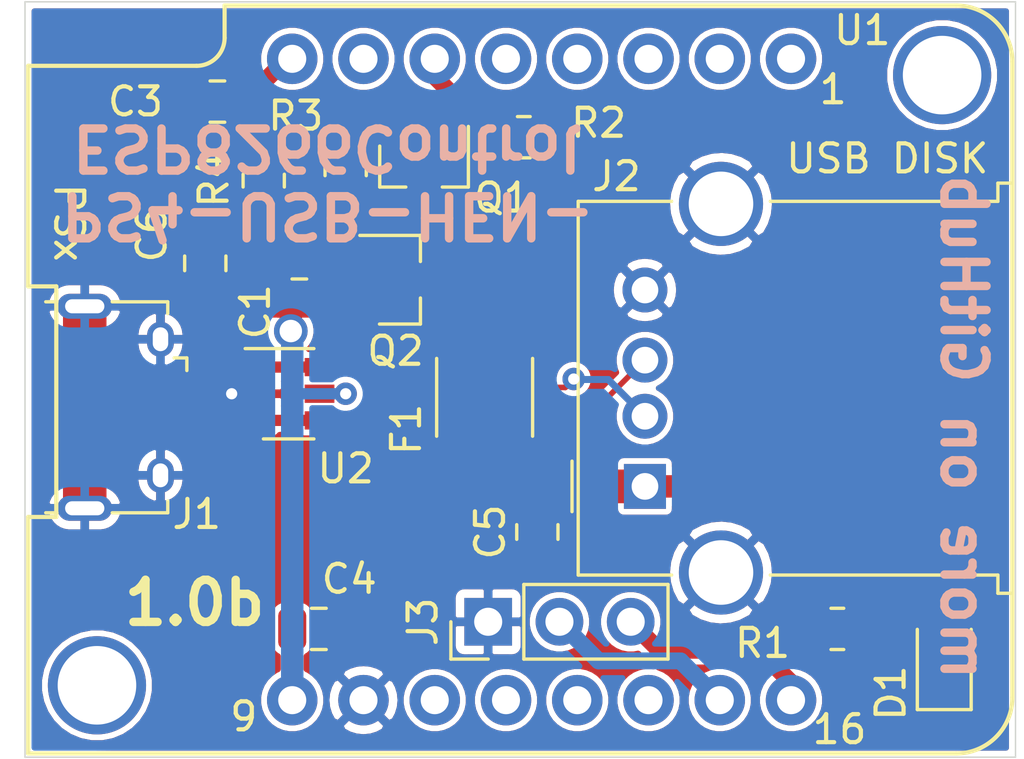
<source format=kicad_pcb>
(kicad_pcb (version 20171130) (host pcbnew "(5.1.10)-1")

  (general
    (thickness 1.6)
    (drawings 12)
    (tracks 102)
    (zones 0)
    (modules 18)
    (nets 14)
  )

  (page A4)
  (layers
    (0 F.Cu signal)
    (31 B.Cu signal)
    (32 B.Adhes user)
    (33 F.Adhes user)
    (34 B.Paste user)
    (35 F.Paste user)
    (36 B.SilkS user hide)
    (37 F.SilkS user)
    (38 B.Mask user hide)
    (39 F.Mask user hide)
    (40 Dwgs.User user hide)
    (41 Cmts.User user hide)
    (42 Eco1.User user hide)
    (43 Eco2.User user)
    (44 Edge.Cuts user)
    (45 Margin user hide)
    (46 B.CrtYd user hide)
    (47 F.CrtYd user hide)
    (48 B.Fab user hide)
    (49 F.Fab user hide)
  )

  (setup
    (last_trace_width 0.25)
    (user_trace_width 0.4)
    (user_trace_width 0.5)
    (user_trace_width 0.6)
    (user_trace_width 0.8)
    (user_trace_width 1.2)
    (trace_clearance 0.2)
    (zone_clearance 0.208)
    (zone_45_only no)
    (trace_min 0.2)
    (via_size 0.8)
    (via_drill 0.4)
    (via_min_size 0.4)
    (via_min_drill 0.3)
    (user_via 1.2 0.8)
    (uvia_size 0.3)
    (uvia_drill 0.1)
    (uvias_allowed no)
    (uvia_min_size 0.2)
    (uvia_min_drill 0.1)
    (edge_width 0.05)
    (segment_width 0.2)
    (pcb_text_width 0.3)
    (pcb_text_size 1.5 1.5)
    (mod_edge_width 0.12)
    (mod_text_size 1 1)
    (mod_text_width 0.15)
    (pad_size 1.524 1.524)
    (pad_drill 0.762)
    (pad_to_mask_clearance 0)
    (aux_axis_origin 0 0)
    (visible_elements 7FFFFFFF)
    (pcbplotparams
      (layerselection 0x010fc_ffffffff)
      (usegerberextensions false)
      (usegerberattributes true)
      (usegerberadvancedattributes true)
      (creategerberjobfile true)
      (excludeedgelayer true)
      (linewidth 0.100000)
      (plotframeref false)
      (viasonmask false)
      (mode 1)
      (useauxorigin false)
      (hpglpennumber 1)
      (hpglpenspeed 20)
      (hpglpendiameter 15.000000)
      (psnegative false)
      (psa4output false)
      (plotreference true)
      (plotvalue true)
      (plotinvisibletext false)
      (padsonsilk false)
      (subtractmaskfromsilk false)
      (outputformat 1)
      (mirror false)
      (drillshape 0)
      (scaleselection 1)
      (outputdirectory "gerber/"))
  )

  (net 0 "")
  (net 1 +5V)
  (net 2 "Net-(C1-Pad2)")
  (net 3 GND)
  (net 4 +3V3)
  (net 5 +5VP)
  (net 6 "Net-(D1-Pad2)")
  (net 7 /USB_D-)
  (net 8 /USB_D+)
  (net 9 /USBP)
  (net 10 "Net-(Q1-Pad3)")
  (net 11 "Net-(F1-Pad1)")
  (net 12 /UART_RX)
  (net 13 /UART_TX)

  (net_class Default "This is the default net class."
    (clearance 0.2)
    (trace_width 0.25)
    (via_dia 0.8)
    (via_drill 0.4)
    (uvia_dia 0.3)
    (uvia_drill 0.1)
    (add_net +3V3)
    (add_net +5V)
    (add_net +5VP)
    (add_net /UART_RX)
    (add_net /UART_TX)
    (add_net /USBP)
    (add_net /USB_D+)
    (add_net /USB_D-)
    (add_net GND)
    (add_net "Net-(C1-Pad2)")
    (add_net "Net-(D1-Pad2)")
    (add_net "Net-(F1-Pad1)")
    (add_net "Net-(Q1-Pad3)")
  )

  (module USB-HEN:wemos-d1-mini-connectors-only (layer F.Cu) (tedit 61EC54AB) (tstamp 61E928FC)
    (at 57.277 76.962)
    (path /61E880D2)
    (fp_text reference U1 (at 11.43 -12.446 180) (layer F.SilkS)
      (effects (font (size 1 1) (thickness 0.15)))
    )
    (fp_text value WeMos_D1_mini (at 0 0) (layer F.Fab)
      (effects (font (size 1 1) (thickness 0.15)))
    )
    (fp_line (start -18.46 -11.33) (end -12.48 -11.33) (layer F.CrtYd) (width 0.05))
    (fp_line (start -11.48 -13.5) (end -11.48 -12.33) (layer F.CrtYd) (width 0.05))
    (fp_line (start -11.3 -13.33) (end -11.3 -13.33) (layer F.SilkS) (width 0.15))
    (fp_line (start -11.3 -12.17) (end -11.3 -13.33) (layer F.SilkS) (width 0.15))
    (fp_line (start -18.3 -11.18) (end -12.3 -11.18) (layer F.SilkS) (width 0.15))
    (fp_line (start -18.46 13.5) (end -18.46 -11.33) (layer F.CrtYd) (width 0.05))
    (fp_line (start 14.94 13.5) (end -18.46 13.5) (layer F.CrtYd) (width 0.05))
    (fp_line (start 16.94 -11.5) (end 16.94 11.5) (layer F.CrtYd) (width 0.05))
    (fp_line (start -11.48 -13.5) (end 14.85 -13.5) (layer F.CrtYd) (width 0.05))
    (fp_line (start -18.3 4.9) (end -18.3 13.329999) (layer F.SilkS) (width 0.15))
    (fp_line (start -17.3 4.9) (end -18.3 4.9) (layer F.SilkS) (width 0.15))
    (fp_line (start -17.3 -3.32) (end -17.3 4.9) (layer F.SilkS) (width 0.15))
    (fp_line (start -18.3 -3.32) (end -17.3 -3.32) (layer F.SilkS) (width 0.15))
    (fp_line (start -18.3 -11.18) (end -18.3 -3.32) (layer F.SilkS) (width 0.15))
    (fp_line (start 14.78 -13.33) (end -11.3 -13.33) (layer F.SilkS) (width 0.15))
    (fp_line (start 16.78 11.33) (end 16.78 -11.33) (layer F.SilkS) (width 0.15))
    (fp_line (start -18.3 13.33) (end 14.78 13.33) (layer F.SilkS) (width 0.15))
    (fp_arc (start 14.78 -11.33) (end 14.78 -13.33) (angle 90) (layer F.SilkS) (width 0.15))
    (fp_arc (start 14.78 11.33) (end 16.78 11.33) (angle 90) (layer F.SilkS) (width 0.15))
    (fp_arc (start 14.94 11.5) (end 16.94 11.5) (angle 90) (layer F.CrtYd) (width 0.05))
    (fp_arc (start 14.94 -11.5) (end 14.85 -13.5) (angle 92.57657183) (layer F.CrtYd) (width 0.05))
    (fp_arc (start -12.3 -12.18) (end -11.3 -12.18) (angle 90) (layer F.SilkS) (width 0.15))
    (fp_arc (start -12.48 -12.33) (end -11.48 -12.33) (angle 90) (layer F.CrtYd) (width 0.05))
    (pad 18 thru_hole circle (at 14.275 -10.85) (size 3.5 3.5) (drill 2.8) (layers *.Cu *.Mask))
    (pad 17 thru_hole circle (at -15.85 10.9) (size 3.5 3.5) (drill 2.8) (layers *.Cu *.Mask))
    (pad 8 thru_hole circle (at -8.89 -11.43) (size 1.8 1.8) (drill 1) (layers *.Cu *.Mask)
      (net 4 +3V3))
    (pad 9 thru_hole circle (at -8.89 11.43) (size 1.8 1.8) (drill 1) (layers *.Cu *.Mask)
      (net 1 +5V))
    (pad 7 thru_hole circle (at -6.35 -11.43) (size 1.8 1.8) (drill 1) (layers *.Cu *.Mask))
    (pad 10 thru_hole circle (at -6.35 11.43) (size 1.8 1.8) (drill 1) (layers *.Cu *.Mask)
      (net 3 GND))
    (pad 6 thru_hole circle (at -3.81 -11.43) (size 1.8 1.8) (drill 1) (layers *.Cu *.Mask)
      (net 9 /USBP))
    (pad 11 thru_hole circle (at -3.81 11.43) (size 1.8 1.8) (drill 1) (layers *.Cu *.Mask))
    (pad 5 thru_hole circle (at -1.27 -11.43) (size 1.8 1.8) (drill 1) (layers *.Cu *.Mask))
    (pad 12 thru_hole circle (at -1.27 11.43) (size 1.8 1.8) (drill 1) (layers *.Cu *.Mask))
    (pad 4 thru_hole circle (at 1.27 -11.43) (size 1.8 1.8) (drill 1) (layers *.Cu *.Mask))
    (pad 13 thru_hole circle (at 1.27 11.43) (size 1.8 1.8) (drill 1) (layers *.Cu *.Mask))
    (pad 3 thru_hole circle (at 3.81 -11.43) (size 1.8 1.8) (drill 1) (layers *.Cu *.Mask))
    (pad 14 thru_hole circle (at 3.81 11.43) (size 1.8 1.8) (drill 1) (layers *.Cu *.Mask))
    (pad 2 thru_hole circle (at 6.35 -11.43) (size 1.8 1.8) (drill 1) (layers *.Cu *.Mask))
    (pad 15 thru_hole circle (at 6.35 11.43) (size 1.8 1.8) (drill 1) (layers *.Cu *.Mask)
      (net 12 /UART_RX))
    (pad 1 thru_hole circle (at 8.89 -11.43) (size 1.8 1.8) (drill 1) (layers *.Cu *.Mask))
    (pad 16 thru_hole circle (at 8.89 11.43) (size 1.8 1.8) (drill 1) (layers *.Cu *.Mask)
      (net 13 /UART_TX))
    (model ${KIPRJMOD}/3dshapes/wemos_d1_mini.3dshapes/SLW-108-01-G-S.wrl
      (offset (xyz 0 -11.39999982878918 0))
      (scale (xyz 0.3937 0.3937 0.3937))
      (rotate (xyz -90 0 0))
    )
    (model ${KIPRJMOD}/3dshapes/wemos_d1_mini.3dshapes/SLW-108-01-G-S.wrl
      (offset (xyz 0 11.39999982878918 0))
      (scale (xyz 0.3937 0.3937 0.3937))
      (rotate (xyz -90 0 0))
    )
    (model ${KIPRJMOD}/3dshapes/wemos_d1_mini.3dshapes/TSW-108-05-G-S.wrl
      (offset (xyz 0 -11.39999982878918 7.299999890364999))
      (scale (xyz 0.3937 0.3937 0.3937))
      (rotate (xyz 90 0 0))
    )
    (model ${KIPRJMOD}/3dshapes/wemos_d1_mini.3dshapes/TSW-108-05-G-S.wrl
      (offset (xyz 0 11.39999982878918 7.299999890364999))
      (scale (xyz 0.3937 0.3937 0.3937))
      (rotate (xyz 90 0 0))
    )
  )

  (module Connector_USB:USB_A_Molex_67643_Horizontal (layer F.Cu) (tedit 5EA03975) (tstamp 61E907E8)
    (at 60.96 80.772 90)
    (descr "USB type A, Horizontal, https://www.molex.com/pdm_docs/sd/676433910_sd.pdf")
    (tags "USB_A Female Connector receptacle")
    (path /61E8D4AB)
    (fp_text reference J2 (at 11.049 -1.016 180) (layer F.SilkS)
      (effects (font (size 1 1) (thickness 0.15)))
    )
    (fp_text value USB_A (at 3.5 14.5 90) (layer F.Fab)
      (effects (font (size 1 1) (thickness 0.15)))
    )
    (fp_line (start 0 -1.27) (end 1 -2.27) (layer F.Fab) (width 0.1))
    (fp_line (start -1 -2.27) (end 0 -1.27) (layer F.Fab) (width 0.1))
    (fp_line (start -0.9 -2.6) (end 0.9 -2.6) (layer F.SilkS) (width 0.12))
    (fp_line (start -3.05 12.69) (end -3.7 12.69) (layer F.Fab) (width 0.1))
    (fp_line (start 10.81 12.58) (end 10.16 12.58) (layer F.SilkS) (width 0.12))
    (fp_line (start -3.81 12.58) (end -3.81 13.1) (layer F.SilkS) (width 0.12))
    (fp_line (start 10.16 4.47) (end 10.16 12.58) (layer F.SilkS) (width 0.12))
    (fp_line (start -3.81 13.1) (end 10.81 13.1) (layer F.SilkS) (width 0.12))
    (fp_line (start 10.81 13.1) (end 10.81 12.58) (layer F.SilkS) (width 0.12))
    (fp_line (start -3.05 12.69) (end -3.05 -2.27) (layer F.Fab) (width 0.1))
    (fp_line (start 10.16 -2.38) (end 10.16 0.95) (layer F.SilkS) (width 0.12))
    (fp_line (start -3.16 -2.38) (end -3.16 0.95) (layer F.SilkS) (width 0.12))
    (fp_line (start -3.16 -2.38) (end 10.16 -2.38) (layer F.SilkS) (width 0.12))
    (fp_line (start -3.55 12.19) (end -3.55 4.66) (layer F.CrtYd) (width 0.05))
    (fp_line (start -4.2 12.19) (end -3.55 12.19) (layer F.CrtYd) (width 0.05))
    (fp_line (start -4.2 13.49) (end -4.2 12.19) (layer F.CrtYd) (width 0.05))
    (fp_line (start 10.55 12.19) (end 10.55 4.66) (layer F.CrtYd) (width 0.05))
    (fp_line (start 11.2 12.19) (end 10.55 12.19) (layer F.CrtYd) (width 0.05))
    (fp_line (start 11.2 13.49) (end 11.2 12.19) (layer F.CrtYd) (width 0.05))
    (fp_line (start -4.2 13.49) (end 11.2 13.49) (layer F.CrtYd) (width 0.05))
    (fp_line (start -3.55 -2.77) (end -3.55 0.76) (layer F.CrtYd) (width 0.05))
    (fp_line (start 10.55 -2.77) (end 10.55 0.76) (layer F.CrtYd) (width 0.05))
    (fp_line (start -3.55 -2.77) (end 10.55 -2.77) (layer F.CrtYd) (width 0.05))
    (fp_line (start -3.05 9.27) (end 10.05 9.27) (layer F.Fab) (width 0.1))
    (fp_line (start 10.7 12.69) (end 10.05 12.69) (layer F.Fab) (width 0.1))
    (fp_line (start 10.7 12.99) (end 10.7 12.69) (layer F.Fab) (width 0.1))
    (fp_line (start -3.7 12.99) (end 10.7 12.99) (layer F.Fab) (width 0.1))
    (fp_line (start -3.7 12.69) (end -3.7 12.99) (layer F.Fab) (width 0.1))
    (fp_line (start -3.16 12.58) (end -3.81 12.58) (layer F.SilkS) (width 0.12))
    (fp_line (start -3.16 12.58) (end -3.16 4.47) (layer F.SilkS) (width 0.12))
    (fp_line (start 10.05 -2.27) (end 10.05 12.69) (layer F.Fab) (width 0.1))
    (fp_line (start -3.05 -2.27) (end 10.05 -2.27) (layer F.Fab) (width 0.1))
    (fp_arc (start 10.07 2.71) (end 10.55 4.66) (angle -152.3426981) (layer F.CrtYd) (width 0.05))
    (fp_arc (start -3.07 2.71) (end -3.55 0.76) (angle -152.3426981) (layer F.CrtYd) (width 0.05))
    (fp_text user %R (at 3.5 3.7 90) (layer F.Fab)
      (effects (font (size 1 1) (thickness 0.15)))
    )
    (pad 4 thru_hole circle (at 7 0 90) (size 1.6 1.6) (drill 0.95) (layers *.Cu *.Mask)
      (net 3 GND))
    (pad 3 thru_hole circle (at 4.5 0 90) (size 1.6 1.6) (drill 0.95) (layers *.Cu *.Mask)
      (net 8 /USB_D+))
    (pad 2 thru_hole circle (at 2.5 0 90) (size 1.6 1.6) (drill 0.95) (layers *.Cu *.Mask)
      (net 7 /USB_D-))
    (pad 1 thru_hole rect (at 0 0 90) (size 1.6 1.5) (drill 0.95) (layers *.Cu *.Mask)
      (net 5 +5VP))
    (pad 5 thru_hole circle (at 10.07 2.71 90) (size 3 3) (drill 2.3) (layers *.Cu *.Mask)
      (net 3 GND))
    (pad 5 thru_hole circle (at -3.07 2.71 90) (size 3 3) (drill 2.3) (layers *.Cu *.Mask)
      (net 3 GND))
    (model ${KISYS3DMOD}/Connector_USB.3dshapes/USB_A_Molex_67643_Horizontal.wrl
      (at (xyz 0 0 0))
      (scale (xyz 1 1 1))
      (rotate (xyz 0 0 0))
    )
    (model ${KIPRJMOD}/libs/USB_A_Molex_67643_Horizontal.wrl
      (at (xyz 0 0 0))
      (scale (xyz 1 1 1))
      (rotate (xyz 0 0 0))
    )
  )

  (module Package_TO_SOT_SMD:SOT-23-6 (layer F.Cu) (tedit 5A02FF57) (tstamp 61E8F05F)
    (at 48.26 77.47)
    (descr "6-pin SOT-23 package")
    (tags SOT-23-6)
    (path /61EDF0FD)
    (attr smd)
    (fp_text reference U2 (at 2.032 2.667) (layer F.SilkS)
      (effects (font (size 1 1) (thickness 0.15)))
    )
    (fp_text value USBLC6-2SC6 (at 0 2.9) (layer F.Fab)
      (effects (font (size 1 1) (thickness 0.15)))
    )
    (fp_line (start 0.9 -1.55) (end 0.9 1.55) (layer F.Fab) (width 0.1))
    (fp_line (start 0.9 1.55) (end -0.9 1.55) (layer F.Fab) (width 0.1))
    (fp_line (start -0.9 -0.9) (end -0.9 1.55) (layer F.Fab) (width 0.1))
    (fp_line (start 0.9 -1.55) (end -0.25 -1.55) (layer F.Fab) (width 0.1))
    (fp_line (start -0.9 -0.9) (end -0.25 -1.55) (layer F.Fab) (width 0.1))
    (fp_line (start -1.9 -1.8) (end -1.9 1.8) (layer F.CrtYd) (width 0.05))
    (fp_line (start -1.9 1.8) (end 1.9 1.8) (layer F.CrtYd) (width 0.05))
    (fp_line (start 1.9 1.8) (end 1.9 -1.8) (layer F.CrtYd) (width 0.05))
    (fp_line (start 1.9 -1.8) (end -1.9 -1.8) (layer F.CrtYd) (width 0.05))
    (fp_line (start 0.9 -1.61) (end -1.55 -1.61) (layer F.SilkS) (width 0.12))
    (fp_line (start -0.9 1.61) (end 0.9 1.61) (layer F.SilkS) (width 0.12))
    (fp_text user %R (at 0 0 90) (layer F.Fab)
      (effects (font (size 0.5 0.5) (thickness 0.075)))
    )
    (pad 1 smd rect (at -1.1 -0.95) (size 1.06 0.65) (layers F.Cu F.Paste F.Mask)
      (net 7 /USB_D-))
    (pad 2 smd rect (at -1.1 0) (size 1.06 0.65) (layers F.Cu F.Paste F.Mask)
      (net 3 GND))
    (pad 3 smd rect (at -1.1 0.95) (size 1.06 0.65) (layers F.Cu F.Paste F.Mask)
      (net 8 /USB_D+))
    (pad 4 smd rect (at 1.1 0.95) (size 1.06 0.65) (layers F.Cu F.Paste F.Mask)
      (net 8 /USB_D+))
    (pad 6 smd rect (at 1.1 -0.95) (size 1.06 0.65) (layers F.Cu F.Paste F.Mask)
      (net 7 /USB_D-))
    (pad 5 smd rect (at 1.1 0) (size 1.06 0.65) (layers F.Cu F.Paste F.Mask)
      (net 1 +5V))
    (model ${KISYS3DMOD}/Package_TO_SOT_SMD.3dshapes/SOT-23-6.wrl
      (at (xyz 0 0 0))
      (scale (xyz 1 1 1))
      (rotate (xyz 0 0 0))
    )
  )

  (module Package_TO_SOT_SMD:SOT-23 (layer F.Cu) (tedit 5A02FF57) (tstamp 61E8E758)
    (at 53.086 69.342 270)
    (descr "SOT-23, Standard")
    (tags SOT-23)
    (path /61E9CAD8)
    (attr smd)
    (fp_text reference Q1 (at 1.143 -2.794 180) (layer F.SilkS)
      (effects (font (size 1 1) (thickness 0.15)))
    )
    (fp_text value 2N7002 (at 0 2.5 90) (layer F.Fab)
      (effects (font (size 1 1) (thickness 0.15)))
    )
    (fp_line (start 0.76 1.58) (end -0.7 1.58) (layer F.SilkS) (width 0.12))
    (fp_line (start 0.76 -1.58) (end -1.4 -1.58) (layer F.SilkS) (width 0.12))
    (fp_line (start -1.7 1.75) (end -1.7 -1.75) (layer F.CrtYd) (width 0.05))
    (fp_line (start 1.7 1.75) (end -1.7 1.75) (layer F.CrtYd) (width 0.05))
    (fp_line (start 1.7 -1.75) (end 1.7 1.75) (layer F.CrtYd) (width 0.05))
    (fp_line (start -1.7 -1.75) (end 1.7 -1.75) (layer F.CrtYd) (width 0.05))
    (fp_line (start 0.76 -1.58) (end 0.76 -0.65) (layer F.SilkS) (width 0.12))
    (fp_line (start 0.76 1.58) (end 0.76 0.65) (layer F.SilkS) (width 0.12))
    (fp_line (start -0.7 1.52) (end 0.7 1.52) (layer F.Fab) (width 0.1))
    (fp_line (start 0.7 -1.52) (end 0.7 1.52) (layer F.Fab) (width 0.1))
    (fp_line (start -0.7 -0.95) (end -0.15 -1.52) (layer F.Fab) (width 0.1))
    (fp_line (start -0.15 -1.52) (end 0.7 -1.52) (layer F.Fab) (width 0.1))
    (fp_line (start -0.7 -0.95) (end -0.7 1.5) (layer F.Fab) (width 0.1))
    (fp_text user %R (at 0 0) (layer F.Fab)
      (effects (font (size 0.5 0.5) (thickness 0.075)))
    )
    (pad 1 smd rect (at -1 -0.95 270) (size 0.9 0.8) (layers F.Cu F.Paste F.Mask)
      (net 9 /USBP))
    (pad 2 smd rect (at -1 0.95 270) (size 0.9 0.8) (layers F.Cu F.Paste F.Mask)
      (net 3 GND))
    (pad 3 smd rect (at 1 0 270) (size 0.9 0.8) (layers F.Cu F.Paste F.Mask)
      (net 10 "Net-(Q1-Pad3)"))
    (model ${KISYS3DMOD}/Package_TO_SOT_SMD.3dshapes/SOT-23.wrl
      (at (xyz 0 0 0))
      (scale (xyz 1 1 1))
      (rotate (xyz 0 0 0))
    )
  )

  (module Capacitor_SMD:C_0805_2012Metric (layer F.Cu) (tedit 5F68FEEE) (tstamp 61EABCE5)
    (at 48.641 72.644)
    (descr "Capacitor SMD 0805 (2012 Metric), square (rectangular) end terminal, IPC_7351 nominal, (Body size source: IPC-SM-782 page 76, https://www.pcb-3d.com/wordpress/wp-content/uploads/ipc-sm-782a_amendment_1_and_2.pdf, https://docs.google.com/spreadsheets/d/1BsfQQcO9C6DZCsRaXUlFlo91Tg2WpOkGARC1WS5S8t0/edit?usp=sharing), generated with kicad-footprint-generator")
    (tags capacitor)
    (path /61F0EA4F)
    (attr smd)
    (fp_text reference C1 (at -1.5748 1.905 90) (layer F.SilkS)
      (effects (font (size 1 1) (thickness 0.15)))
    )
    (fp_text value 100nF (at 0 1.68) (layer F.Fab)
      (effects (font (size 1 1) (thickness 0.15)))
    )
    (fp_line (start 1.7 0.98) (end -1.7 0.98) (layer F.CrtYd) (width 0.05))
    (fp_line (start 1.7 -0.98) (end 1.7 0.98) (layer F.CrtYd) (width 0.05))
    (fp_line (start -1.7 -0.98) (end 1.7 -0.98) (layer F.CrtYd) (width 0.05))
    (fp_line (start -1.7 0.98) (end -1.7 -0.98) (layer F.CrtYd) (width 0.05))
    (fp_line (start -0.261252 0.735) (end 0.261252 0.735) (layer F.SilkS) (width 0.12))
    (fp_line (start -0.261252 -0.735) (end 0.261252 -0.735) (layer F.SilkS) (width 0.12))
    (fp_line (start 1 0.625) (end -1 0.625) (layer F.Fab) (width 0.1))
    (fp_line (start 1 -0.625) (end 1 0.625) (layer F.Fab) (width 0.1))
    (fp_line (start -1 -0.625) (end 1 -0.625) (layer F.Fab) (width 0.1))
    (fp_line (start -1 0.625) (end -1 -0.625) (layer F.Fab) (width 0.1))
    (fp_text user %R (at 0 0) (layer F.Fab)
      (effects (font (size 0.5 0.5) (thickness 0.08)))
    )
    (pad 1 smd roundrect (at -0.95 0) (size 1 1.45) (layers F.Cu F.Paste F.Mask) (roundrect_rratio 0.25)
      (net 1 +5V))
    (pad 2 smd roundrect (at 0.95 0) (size 1 1.45) (layers F.Cu F.Paste F.Mask) (roundrect_rratio 0.25)
      (net 2 "Net-(C1-Pad2)"))
    (model ${KISYS3DMOD}/Capacitor_SMD.3dshapes/C_0805_2012Metric.wrl
      (at (xyz 0 0 0))
      (scale (xyz 1 1 1))
      (rotate (xyz 0 0 0))
    )
  )

  (module Capacitor_SMD:C_0805_2012Metric (layer F.Cu) (tedit 5F68FEEE) (tstamp 61E8E6A7)
    (at 45.72 67.056 180)
    (descr "Capacitor SMD 0805 (2012 Metric), square (rectangular) end terminal, IPC_7351 nominal, (Body size source: IPC-SM-782 page 76, https://www.pcb-3d.com/wordpress/wp-content/uploads/ipc-sm-782a_amendment_1_and_2.pdf, https://docs.google.com/spreadsheets/d/1BsfQQcO9C6DZCsRaXUlFlo91Tg2WpOkGARC1WS5S8t0/edit?usp=sharing), generated with kicad-footprint-generator")
    (tags capacitor)
    (path /61F0AB9C)
    (attr smd)
    (fp_text reference C3 (at 2.921 0) (layer F.SilkS)
      (effects (font (size 1 1) (thickness 0.15)))
    )
    (fp_text value 100nF (at 0 1.68) (layer F.Fab)
      (effects (font (size 1 1) (thickness 0.15)))
    )
    (fp_line (start 1.7 0.98) (end -1.7 0.98) (layer F.CrtYd) (width 0.05))
    (fp_line (start 1.7 -0.98) (end 1.7 0.98) (layer F.CrtYd) (width 0.05))
    (fp_line (start -1.7 -0.98) (end 1.7 -0.98) (layer F.CrtYd) (width 0.05))
    (fp_line (start -1.7 0.98) (end -1.7 -0.98) (layer F.CrtYd) (width 0.05))
    (fp_line (start -0.261252 0.735) (end 0.261252 0.735) (layer F.SilkS) (width 0.12))
    (fp_line (start -0.261252 -0.735) (end 0.261252 -0.735) (layer F.SilkS) (width 0.12))
    (fp_line (start 1 0.625) (end -1 0.625) (layer F.Fab) (width 0.1))
    (fp_line (start 1 -0.625) (end 1 0.625) (layer F.Fab) (width 0.1))
    (fp_line (start -1 -0.625) (end 1 -0.625) (layer F.Fab) (width 0.1))
    (fp_line (start -1 0.625) (end -1 -0.625) (layer F.Fab) (width 0.1))
    (fp_text user %R (at 0 0) (layer F.Fab)
      (effects (font (size 0.5 0.5) (thickness 0.08)))
    )
    (pad 1 smd roundrect (at -0.95 0 180) (size 1 1.45) (layers F.Cu F.Paste F.Mask) (roundrect_rratio 0.25)
      (net 4 +3V3))
    (pad 2 smd roundrect (at 0.95 0 180) (size 1 1.45) (layers F.Cu F.Paste F.Mask) (roundrect_rratio 0.25)
      (net 3 GND))
    (model ${KISYS3DMOD}/Capacitor_SMD.3dshapes/C_0805_2012Metric.wrl
      (at (xyz 0 0 0))
      (scale (xyz 1 1 1))
      (rotate (xyz 0 0 0))
    )
  )

  (module Capacitor_SMD:C_0805_2012Metric (layer F.Cu) (tedit 5F68FEEE) (tstamp 61E905D1)
    (at 49.337 85.852)
    (descr "Capacitor SMD 0805 (2012 Metric), square (rectangular) end terminal, IPC_7351 nominal, (Body size source: IPC-SM-782 page 76, https://www.pcb-3d.com/wordpress/wp-content/uploads/ipc-sm-782a_amendment_1_and_2.pdf, https://docs.google.com/spreadsheets/d/1BsfQQcO9C6DZCsRaXUlFlo91Tg2WpOkGARC1WS5S8t0/edit?usp=sharing), generated with kicad-footprint-generator")
    (tags capacitor)
    (path /61F0DF2B)
    (attr smd)
    (fp_text reference C4 (at 1.082 -1.778) (layer F.SilkS)
      (effects (font (size 1 1) (thickness 0.15)))
    )
    (fp_text value 100nF (at 0 1.68) (layer F.Fab)
      (effects (font (size 1 1) (thickness 0.15)))
    )
    (fp_line (start 1.7 0.98) (end -1.7 0.98) (layer F.CrtYd) (width 0.05))
    (fp_line (start 1.7 -0.98) (end 1.7 0.98) (layer F.CrtYd) (width 0.05))
    (fp_line (start -1.7 -0.98) (end 1.7 -0.98) (layer F.CrtYd) (width 0.05))
    (fp_line (start -1.7 0.98) (end -1.7 -0.98) (layer F.CrtYd) (width 0.05))
    (fp_line (start -0.261252 0.735) (end 0.261252 0.735) (layer F.SilkS) (width 0.12))
    (fp_line (start -0.261252 -0.735) (end 0.261252 -0.735) (layer F.SilkS) (width 0.12))
    (fp_line (start 1 0.625) (end -1 0.625) (layer F.Fab) (width 0.1))
    (fp_line (start 1 -0.625) (end 1 0.625) (layer F.Fab) (width 0.1))
    (fp_line (start -1 -0.625) (end 1 -0.625) (layer F.Fab) (width 0.1))
    (fp_line (start -1 0.625) (end -1 -0.625) (layer F.Fab) (width 0.1))
    (fp_text user %R (at 0 0) (layer F.Fab)
      (effects (font (size 0.5 0.5) (thickness 0.08)))
    )
    (pad 1 smd roundrect (at -0.95 0) (size 1 1.45) (layers F.Cu F.Paste F.Mask) (roundrect_rratio 0.25)
      (net 1 +5V))
    (pad 2 smd roundrect (at 0.95 0) (size 1 1.45) (layers F.Cu F.Paste F.Mask) (roundrect_rratio 0.25)
      (net 3 GND))
    (model ${KISYS3DMOD}/Capacitor_SMD.3dshapes/C_0805_2012Metric.wrl
      (at (xyz 0 0 0))
      (scale (xyz 1 1 1))
      (rotate (xyz 0 0 0))
    )
  )

  (module Capacitor_SMD:C_0805_2012Metric (layer F.Cu) (tedit 5F68FEEE) (tstamp 61E8E6C9)
    (at 57.1246 82.3976 90)
    (descr "Capacitor SMD 0805 (2012 Metric), square (rectangular) end terminal, IPC_7351 nominal, (Body size source: IPC-SM-782 page 76, https://www.pcb-3d.com/wordpress/wp-content/uploads/ipc-sm-782a_amendment_1_and_2.pdf, https://docs.google.com/spreadsheets/d/1BsfQQcO9C6DZCsRaXUlFlo91Tg2WpOkGARC1WS5S8t0/edit?usp=sharing), generated with kicad-footprint-generator")
    (tags capacitor)
    (path /61F15EF7)
    (attr smd)
    (fp_text reference C5 (at 0 -1.68 90) (layer F.SilkS)
      (effects (font (size 1 1) (thickness 0.15)))
    )
    (fp_text value 100nF (at 0 1.68 90) (layer F.Fab)
      (effects (font (size 1 1) (thickness 0.15)))
    )
    (fp_line (start -1 0.625) (end -1 -0.625) (layer F.Fab) (width 0.1))
    (fp_line (start -1 -0.625) (end 1 -0.625) (layer F.Fab) (width 0.1))
    (fp_line (start 1 -0.625) (end 1 0.625) (layer F.Fab) (width 0.1))
    (fp_line (start 1 0.625) (end -1 0.625) (layer F.Fab) (width 0.1))
    (fp_line (start -0.261252 -0.735) (end 0.261252 -0.735) (layer F.SilkS) (width 0.12))
    (fp_line (start -0.261252 0.735) (end 0.261252 0.735) (layer F.SilkS) (width 0.12))
    (fp_line (start -1.7 0.98) (end -1.7 -0.98) (layer F.CrtYd) (width 0.05))
    (fp_line (start -1.7 -0.98) (end 1.7 -0.98) (layer F.CrtYd) (width 0.05))
    (fp_line (start 1.7 -0.98) (end 1.7 0.98) (layer F.CrtYd) (width 0.05))
    (fp_line (start 1.7 0.98) (end -1.7 0.98) (layer F.CrtYd) (width 0.05))
    (fp_text user %R (at 0 0 90) (layer F.Fab)
      (effects (font (size 0.5 0.5) (thickness 0.08)))
    )
    (pad 2 smd roundrect (at 0.95 0 90) (size 1 1.45) (layers F.Cu F.Paste F.Mask) (roundrect_rratio 0.25)
      (net 5 +5VP))
    (pad 1 smd roundrect (at -0.95 0 90) (size 1 1.45) (layers F.Cu F.Paste F.Mask) (roundrect_rratio 0.25)
      (net 3 GND))
    (model ${KISYS3DMOD}/Capacitor_SMD.3dshapes/C_0805_2012Metric.wrl
      (at (xyz 0 0 0))
      (scale (xyz 1 1 1))
      (rotate (xyz 0 0 0))
    )
  )

  (module Capacitor_SMD:C_0805_2012Metric (layer F.Cu) (tedit 5F68FEEE) (tstamp 61EBF435)
    (at 45.2882 72.8218 90)
    (descr "Capacitor SMD 0805 (2012 Metric), square (rectangular) end terminal, IPC_7351 nominal, (Body size source: IPC-SM-782 page 76, https://www.pcb-3d.com/wordpress/wp-content/uploads/ipc-sm-782a_amendment_1_and_2.pdf, https://docs.google.com/spreadsheets/d/1BsfQQcO9C6DZCsRaXUlFlo91Tg2WpOkGARC1WS5S8t0/edit?usp=sharing), generated with kicad-footprint-generator")
    (tags capacitor)
    (path /61E96D94)
    (attr smd)
    (fp_text reference C6 (at 1.016 -1.905 90) (layer F.SilkS)
      (effects (font (size 1 1) (thickness 0.15)))
    )
    (fp_text value 22uF_25V (at 0 1.68 90) (layer F.Fab)
      (effects (font (size 1 1) (thickness 0.15)))
    )
    (fp_line (start -1 0.625) (end -1 -0.625) (layer F.Fab) (width 0.1))
    (fp_line (start -1 -0.625) (end 1 -0.625) (layer F.Fab) (width 0.1))
    (fp_line (start 1 -0.625) (end 1 0.625) (layer F.Fab) (width 0.1))
    (fp_line (start 1 0.625) (end -1 0.625) (layer F.Fab) (width 0.1))
    (fp_line (start -0.261252 -0.735) (end 0.261252 -0.735) (layer F.SilkS) (width 0.12))
    (fp_line (start -0.261252 0.735) (end 0.261252 0.735) (layer F.SilkS) (width 0.12))
    (fp_line (start -1.7 0.98) (end -1.7 -0.98) (layer F.CrtYd) (width 0.05))
    (fp_line (start -1.7 -0.98) (end 1.7 -0.98) (layer F.CrtYd) (width 0.05))
    (fp_line (start 1.7 -0.98) (end 1.7 0.98) (layer F.CrtYd) (width 0.05))
    (fp_line (start 1.7 0.98) (end -1.7 0.98) (layer F.CrtYd) (width 0.05))
    (fp_text user %R (at 0 0 90) (layer F.Fab)
      (effects (font (size 0.5 0.5) (thickness 0.08)))
    )
    (pad 2 smd roundrect (at 0.95 0 90) (size 1 1.45) (layers F.Cu F.Paste F.Mask) (roundrect_rratio 0.25)
      (net 3 GND))
    (pad 1 smd roundrect (at -0.95 0 90) (size 1 1.45) (layers F.Cu F.Paste F.Mask) (roundrect_rratio 0.25)
      (net 1 +5V))
    (model ${KISYS3DMOD}/Capacitor_SMD.3dshapes/C_0805_2012Metric.wrl
      (at (xyz 0 0 0))
      (scale (xyz 1 1 1))
      (rotate (xyz 0 0 0))
    )
  )

  (module LED_SMD:LED_0805_2012Metric_Pad1.15x1.40mm_HandSolder (layer F.Cu) (tedit 5F68FEF1) (tstamp 61E8E6ED)
    (at 71.628 86.868 90)
    (descr "LED SMD 0805 (2012 Metric), square (rectangular) end terminal, IPC_7351 nominal, (Body size source: https://docs.google.com/spreadsheets/d/1BsfQQcO9C6DZCsRaXUlFlo91Tg2WpOkGARC1WS5S8t0/edit?usp=sharing), generated with kicad-footprint-generator")
    (tags "LED handsolder")
    (path /61F218DF)
    (attr smd)
    (fp_text reference D1 (at -1.27 -1.905 90) (layer F.SilkS)
      (effects (font (size 1 1) (thickness 0.15)))
    )
    (fp_text value D_LED_0805_0805 (at 0 1.65 90) (layer F.Fab)
      (effects (font (size 1 1) (thickness 0.15)))
    )
    (fp_line (start 1.85 0.95) (end -1.85 0.95) (layer F.CrtYd) (width 0.05))
    (fp_line (start 1.85 -0.95) (end 1.85 0.95) (layer F.CrtYd) (width 0.05))
    (fp_line (start -1.85 -0.95) (end 1.85 -0.95) (layer F.CrtYd) (width 0.05))
    (fp_line (start -1.85 0.95) (end -1.85 -0.95) (layer F.CrtYd) (width 0.05))
    (fp_line (start -1.86 0.96) (end 1 0.96) (layer F.SilkS) (width 0.12))
    (fp_line (start -1.86 -0.96) (end -1.86 0.96) (layer F.SilkS) (width 0.12))
    (fp_line (start 1 -0.96) (end -1.86 -0.96) (layer F.SilkS) (width 0.12))
    (fp_line (start 1 0.6) (end 1 -0.6) (layer F.Fab) (width 0.1))
    (fp_line (start -1 0.6) (end 1 0.6) (layer F.Fab) (width 0.1))
    (fp_line (start -1 -0.3) (end -1 0.6) (layer F.Fab) (width 0.1))
    (fp_line (start -0.7 -0.6) (end -1 -0.3) (layer F.Fab) (width 0.1))
    (fp_line (start 1 -0.6) (end -0.7 -0.6) (layer F.Fab) (width 0.1))
    (fp_text user %R (at 0 0 90) (layer F.Fab)
      (effects (font (size 0.5 0.5) (thickness 0.08)))
    )
    (pad 1 smd roundrect (at -1.025 0 90) (size 1.15 1.4) (layers F.Cu F.Paste F.Mask) (roundrect_rratio 0.2173904347826087)
      (net 3 GND))
    (pad 2 smd roundrect (at 1.025 0 90) (size 1.15 1.4) (layers F.Cu F.Paste F.Mask) (roundrect_rratio 0.2173904347826087)
      (net 6 "Net-(D1-Pad2)"))
    (model ${KISYS3DMOD}/LED_SMD.3dshapes/LED_0805_2012Metric.wrl
      (at (xyz 0 0 0))
      (scale (xyz 1 1 1))
      (rotate (xyz 0 0 0))
    )
  )

  (module Package_TO_SOT_SMD:SOT-23 (layer F.Cu) (tedit 5A02FF57) (tstamp 61E8E76D)
    (at 52.197 73.406)
    (descr "SOT-23, Standard")
    (tags SOT-23)
    (path /61EB30F7)
    (attr smd)
    (fp_text reference Q2 (at -0.127 2.54) (layer F.SilkS)
      (effects (font (size 1 1) (thickness 0.15)))
    )
    (fp_text value AO3401A (at 0 2.5) (layer F.Fab)
      (effects (font (size 1 1) (thickness 0.15)))
    )
    (fp_line (start -0.7 -0.95) (end -0.7 1.5) (layer F.Fab) (width 0.1))
    (fp_line (start -0.15 -1.52) (end 0.7 -1.52) (layer F.Fab) (width 0.1))
    (fp_line (start -0.7 -0.95) (end -0.15 -1.52) (layer F.Fab) (width 0.1))
    (fp_line (start 0.7 -1.52) (end 0.7 1.52) (layer F.Fab) (width 0.1))
    (fp_line (start -0.7 1.52) (end 0.7 1.52) (layer F.Fab) (width 0.1))
    (fp_line (start 0.76 1.58) (end 0.76 0.65) (layer F.SilkS) (width 0.12))
    (fp_line (start 0.76 -1.58) (end 0.76 -0.65) (layer F.SilkS) (width 0.12))
    (fp_line (start -1.7 -1.75) (end 1.7 -1.75) (layer F.CrtYd) (width 0.05))
    (fp_line (start 1.7 -1.75) (end 1.7 1.75) (layer F.CrtYd) (width 0.05))
    (fp_line (start 1.7 1.75) (end -1.7 1.75) (layer F.CrtYd) (width 0.05))
    (fp_line (start -1.7 1.75) (end -1.7 -1.75) (layer F.CrtYd) (width 0.05))
    (fp_line (start 0.76 -1.58) (end -1.4 -1.58) (layer F.SilkS) (width 0.12))
    (fp_line (start 0.76 1.58) (end -0.7 1.58) (layer F.SilkS) (width 0.12))
    (fp_text user %R (at 0 0 90) (layer F.Fab)
      (effects (font (size 0.5 0.5) (thickness 0.075)))
    )
    (pad 3 smd rect (at 1 0) (size 0.9 0.8) (layers F.Cu F.Paste F.Mask)
      (net 11 "Net-(F1-Pad1)"))
    (pad 2 smd rect (at -1 0.95) (size 0.9 0.8) (layers F.Cu F.Paste F.Mask)
      (net 1 +5V))
    (pad 1 smd rect (at -1 -0.95) (size 0.9 0.8) (layers F.Cu F.Paste F.Mask)
      (net 2 "Net-(C1-Pad2)"))
    (model ${KISYS3DMOD}/Package_TO_SOT_SMD.3dshapes/SOT-23.wrl
      (at (xyz 0 0 0))
      (scale (xyz 1 1 1))
      (rotate (xyz 0 0 0))
    )
  )

  (module Resistor_SMD:R_0805_2012Metric (layer F.Cu) (tedit 5F68FEEE) (tstamp 61E8E77E)
    (at 67.818 85.852)
    (descr "Resistor SMD 0805 (2012 Metric), square (rectangular) end terminal, IPC_7351 nominal, (Body size source: IPC-SM-782 page 72, https://www.pcb-3d.com/wordpress/wp-content/uploads/ipc-sm-782a_amendment_1_and_2.pdf), generated with kicad-footprint-generator")
    (tags resistor)
    (path /61F1CBBB)
    (attr smd)
    (fp_text reference R1 (at -2.667 0.508) (layer F.SilkS)
      (effects (font (size 1 1) (thickness 0.15)))
    )
    (fp_text value 330R (at 0 1.65) (layer F.Fab)
      (effects (font (size 1 1) (thickness 0.15)))
    )
    (fp_line (start 1.68 0.95) (end -1.68 0.95) (layer F.CrtYd) (width 0.05))
    (fp_line (start 1.68 -0.95) (end 1.68 0.95) (layer F.CrtYd) (width 0.05))
    (fp_line (start -1.68 -0.95) (end 1.68 -0.95) (layer F.CrtYd) (width 0.05))
    (fp_line (start -1.68 0.95) (end -1.68 -0.95) (layer F.CrtYd) (width 0.05))
    (fp_line (start -0.227064 0.735) (end 0.227064 0.735) (layer F.SilkS) (width 0.12))
    (fp_line (start -0.227064 -0.735) (end 0.227064 -0.735) (layer F.SilkS) (width 0.12))
    (fp_line (start 1 0.625) (end -1 0.625) (layer F.Fab) (width 0.1))
    (fp_line (start 1 -0.625) (end 1 0.625) (layer F.Fab) (width 0.1))
    (fp_line (start -1 -0.625) (end 1 -0.625) (layer F.Fab) (width 0.1))
    (fp_line (start -1 0.625) (end -1 -0.625) (layer F.Fab) (width 0.1))
    (fp_text user %R (at 0 0) (layer F.Fab)
      (effects (font (size 0.5 0.5) (thickness 0.08)))
    )
    (pad 1 smd roundrect (at -0.9125 0) (size 1.025 1.4) (layers F.Cu F.Paste F.Mask) (roundrect_rratio 0.2439004878048781)
      (net 5 +5VP))
    (pad 2 smd roundrect (at 0.9125 0) (size 1.025 1.4) (layers F.Cu F.Paste F.Mask) (roundrect_rratio 0.2439004878048781)
      (net 6 "Net-(D1-Pad2)"))
    (model ${KISYS3DMOD}/Resistor_SMD.3dshapes/R_0805_2012Metric.wrl
      (at (xyz 0 0 0))
      (scale (xyz 1 1 1))
      (rotate (xyz 0 0 0))
    )
  )

  (module Resistor_SMD:R_0805_2012Metric (layer F.Cu) (tedit 5F68FEEE) (tstamp 61E8E78F)
    (at 56.642 68.326)
    (descr "Resistor SMD 0805 (2012 Metric), square (rectangular) end terminal, IPC_7351 nominal, (Body size source: IPC-SM-782 page 72, https://www.pcb-3d.com/wordpress/wp-content/uploads/ipc-sm-782a_amendment_1_and_2.pdf), generated with kicad-footprint-generator")
    (tags resistor)
    (path /61F1D404)
    (attr smd)
    (fp_text reference R2 (at 2.667 -0.508) (layer F.SilkS)
      (effects (font (size 1 1) (thickness 0.15)))
    )
    (fp_text value 100k (at 0 1.65) (layer F.Fab)
      (effects (font (size 1 1) (thickness 0.15)))
    )
    (fp_line (start -1 0.625) (end -1 -0.625) (layer F.Fab) (width 0.1))
    (fp_line (start -1 -0.625) (end 1 -0.625) (layer F.Fab) (width 0.1))
    (fp_line (start 1 -0.625) (end 1 0.625) (layer F.Fab) (width 0.1))
    (fp_line (start 1 0.625) (end -1 0.625) (layer F.Fab) (width 0.1))
    (fp_line (start -0.227064 -0.735) (end 0.227064 -0.735) (layer F.SilkS) (width 0.12))
    (fp_line (start -0.227064 0.735) (end 0.227064 0.735) (layer F.SilkS) (width 0.12))
    (fp_line (start -1.68 0.95) (end -1.68 -0.95) (layer F.CrtYd) (width 0.05))
    (fp_line (start -1.68 -0.95) (end 1.68 -0.95) (layer F.CrtYd) (width 0.05))
    (fp_line (start 1.68 -0.95) (end 1.68 0.95) (layer F.CrtYd) (width 0.05))
    (fp_line (start 1.68 0.95) (end -1.68 0.95) (layer F.CrtYd) (width 0.05))
    (fp_text user %R (at 0 0) (layer F.Fab)
      (effects (font (size 0.5 0.5) (thickness 0.08)))
    )
    (pad 2 smd roundrect (at 0.9125 0) (size 1.025 1.4) (layers F.Cu F.Paste F.Mask) (roundrect_rratio 0.2439004878048781)
      (net 3 GND))
    (pad 1 smd roundrect (at -0.9125 0) (size 1.025 1.4) (layers F.Cu F.Paste F.Mask) (roundrect_rratio 0.2439004878048781)
      (net 9 /USBP))
    (model ${KISYS3DMOD}/Resistor_SMD.3dshapes/R_0805_2012Metric.wrl
      (at (xyz 0 0 0))
      (scale (xyz 1 1 1))
      (rotate (xyz 0 0 0))
    )
  )

  (module Resistor_SMD:R_0805_2012Metric (layer F.Cu) (tedit 5F68FEEE) (tstamp 61E95778)
    (at 50.292 69.469 270)
    (descr "Resistor SMD 0805 (2012 Metric), square (rectangular) end terminal, IPC_7351 nominal, (Body size source: IPC-SM-782 page 72, https://www.pcb-3d.com/wordpress/wp-content/uploads/ipc-sm-782a_amendment_1_and_2.pdf), generated with kicad-footprint-generator")
    (tags resistor)
    (path /61F1E959)
    (attr smd)
    (fp_text reference R3 (at -1.905 1.778) (layer F.SilkS)
      (effects (font (size 1 1) (thickness 0.15)))
    )
    (fp_text value 10k (at 0 1.65 90) (layer F.Fab)
      (effects (font (size 1 1) (thickness 0.15)))
    )
    (fp_line (start -1 0.625) (end -1 -0.625) (layer F.Fab) (width 0.1))
    (fp_line (start -1 -0.625) (end 1 -0.625) (layer F.Fab) (width 0.1))
    (fp_line (start 1 -0.625) (end 1 0.625) (layer F.Fab) (width 0.1))
    (fp_line (start 1 0.625) (end -1 0.625) (layer F.Fab) (width 0.1))
    (fp_line (start -0.227064 -0.735) (end 0.227064 -0.735) (layer F.SilkS) (width 0.12))
    (fp_line (start -0.227064 0.735) (end 0.227064 0.735) (layer F.SilkS) (width 0.12))
    (fp_line (start -1.68 0.95) (end -1.68 -0.95) (layer F.CrtYd) (width 0.05))
    (fp_line (start -1.68 -0.95) (end 1.68 -0.95) (layer F.CrtYd) (width 0.05))
    (fp_line (start 1.68 -0.95) (end 1.68 0.95) (layer F.CrtYd) (width 0.05))
    (fp_line (start 1.68 0.95) (end -1.68 0.95) (layer F.CrtYd) (width 0.05))
    (fp_text user %R (at 0 0 90) (layer F.Fab)
      (effects (font (size 0.5 0.5) (thickness 0.08)))
    )
    (pad 2 smd roundrect (at 0.9125 0 270) (size 1.025 1.4) (layers F.Cu F.Paste F.Mask) (roundrect_rratio 0.2439004878048781)
      (net 10 "Net-(Q1-Pad3)"))
    (pad 1 smd roundrect (at -0.9125 0 270) (size 1.025 1.4) (layers F.Cu F.Paste F.Mask) (roundrect_rratio 0.2439004878048781)
      (net 2 "Net-(C1-Pad2)"))
    (model ${KISYS3DMOD}/Resistor_SMD.3dshapes/R_0805_2012Metric.wrl
      (at (xyz 0 0 0))
      (scale (xyz 1 1 1))
      (rotate (xyz 0 0 0))
    )
  )

  (module Resistor_SMD:R_0805_2012Metric (layer F.Cu) (tedit 5F68FEEE) (tstamp 61E8E7B1)
    (at 47.371 69.8735 90)
    (descr "Resistor SMD 0805 (2012 Metric), square (rectangular) end terminal, IPC_7351 nominal, (Body size source: IPC-SM-782 page 72, https://www.pcb-3d.com/wordpress/wp-content/uploads/ipc-sm-782a_amendment_1_and_2.pdf), generated with kicad-footprint-generator")
    (tags resistor)
    (path /61F1DE04)
    (attr smd)
    (fp_text reference R4 (at 0.0235 -1.778 270) (layer F.SilkS)
      (effects (font (size 1 1) (thickness 0.15)))
    )
    (fp_text value 100k (at 0 1.65 90) (layer F.Fab)
      (effects (font (size 1 1) (thickness 0.15)))
    )
    (fp_line (start 1.68 0.95) (end -1.68 0.95) (layer F.CrtYd) (width 0.05))
    (fp_line (start 1.68 -0.95) (end 1.68 0.95) (layer F.CrtYd) (width 0.05))
    (fp_line (start -1.68 -0.95) (end 1.68 -0.95) (layer F.CrtYd) (width 0.05))
    (fp_line (start -1.68 0.95) (end -1.68 -0.95) (layer F.CrtYd) (width 0.05))
    (fp_line (start -0.227064 0.735) (end 0.227064 0.735) (layer F.SilkS) (width 0.12))
    (fp_line (start -0.227064 -0.735) (end 0.227064 -0.735) (layer F.SilkS) (width 0.12))
    (fp_line (start 1 0.625) (end -1 0.625) (layer F.Fab) (width 0.1))
    (fp_line (start 1 -0.625) (end 1 0.625) (layer F.Fab) (width 0.1))
    (fp_line (start -1 -0.625) (end 1 -0.625) (layer F.Fab) (width 0.1))
    (fp_line (start -1 0.625) (end -1 -0.625) (layer F.Fab) (width 0.1))
    (fp_text user %R (at 0 0 90) (layer F.Fab)
      (effects (font (size 0.5 0.5) (thickness 0.08)))
    )
    (pad 1 smd roundrect (at -0.9125 0 90) (size 1.025 1.4) (layers F.Cu F.Paste F.Mask) (roundrect_rratio 0.2439004878048781)
      (net 1 +5V))
    (pad 2 smd roundrect (at 0.9125 0 90) (size 1.025 1.4) (layers F.Cu F.Paste F.Mask) (roundrect_rratio 0.2439004878048781)
      (net 2 "Net-(C1-Pad2)"))
    (model ${KISYS3DMOD}/Resistor_SMD.3dshapes/R_0805_2012Metric.wrl
      (at (xyz 0 0 0))
      (scale (xyz 1 1 1))
      (rotate (xyz 0 0 0))
    )
  )

  (module Fuse:Fuse_1812_4532Metric_Pad1.30x3.40mm_HandSolder (layer F.Cu) (tedit 5F68FEF1) (tstamp 61E92B02)
    (at 55.245 77.597 270)
    (descr "Fuse SMD 1812 (4532 Metric), square (rectangular) end terminal, IPC_7351 nominal with elongated pad for handsoldering. (Body size source: https://www.nikhef.nl/pub/departments/mt/projects/detectorR_D/dtddice/ERJ2G.pdf), generated with kicad-footprint-generator")
    (tags "fuse handsolder")
    (path /61EA7B6D)
    (attr smd)
    (fp_text reference F1 (at 1.143 2.794 90) (layer F.SilkS)
      (effects (font (size 1 1) (thickness 0.15)))
    )
    (fp_text value Polyfuse_16V_1.1A (at 0 2.65 90) (layer F.Fab)
      (effects (font (size 1 1) (thickness 0.15)))
    )
    (fp_line (start -2.25 1.6) (end -2.25 -1.6) (layer F.Fab) (width 0.1))
    (fp_line (start -2.25 -1.6) (end 2.25 -1.6) (layer F.Fab) (width 0.1))
    (fp_line (start 2.25 -1.6) (end 2.25 1.6) (layer F.Fab) (width 0.1))
    (fp_line (start 2.25 1.6) (end -2.25 1.6) (layer F.Fab) (width 0.1))
    (fp_line (start -1.386252 -1.71) (end 1.386252 -1.71) (layer F.SilkS) (width 0.12))
    (fp_line (start -1.386252 1.71) (end 1.386252 1.71) (layer F.SilkS) (width 0.12))
    (fp_line (start -3.12 1.95) (end -3.12 -1.95) (layer F.CrtYd) (width 0.05))
    (fp_line (start -3.12 -1.95) (end 3.12 -1.95) (layer F.CrtYd) (width 0.05))
    (fp_line (start 3.12 -1.95) (end 3.12 1.95) (layer F.CrtYd) (width 0.05))
    (fp_line (start 3.12 1.95) (end -3.12 1.95) (layer F.CrtYd) (width 0.05))
    (fp_text user %R (at 0 0 90) (layer F.Fab)
      (effects (font (size 1 1) (thickness 0.15)))
    )
    (pad 1 smd roundrect (at -2.225 0 270) (size 1.3 3.4) (layers F.Cu F.Paste F.Mask) (roundrect_rratio 0.1923069230769231)
      (net 11 "Net-(F1-Pad1)"))
    (pad 2 smd roundrect (at 2.225 0 270) (size 1.3 3.4) (layers F.Cu F.Paste F.Mask) (roundrect_rratio 0.1923069230769231)
      (net 5 +5VP))
    (model ${KISYS3DMOD}/Fuse.3dshapes/Fuse_1812_4532Metric.wrl
      (at (xyz 0 0 0))
      (scale (xyz 1 1 1))
      (rotate (xyz 0 0 0))
    )
    (model ${KISYS3DMOD}/Resistor_SMD.3dshapes/R_1812_4532Metric.wrl
      (at (xyz 0 0 0))
      (scale (xyz 1 1 1))
      (rotate (xyz 0 0 0))
    )
  )

  (module Connector_PinHeader_2.54mm:PinHeader_1x03_P2.54mm_Vertical (layer F.Cu) (tedit 59FED5CC) (tstamp 61E98F7E)
    (at 55.372 85.598 90)
    (descr "Through hole straight pin header, 1x03, 2.54mm pitch, single row")
    (tags "Through hole pin header THT 1x03 2.54mm single row")
    (path /61F05CFA)
    (fp_text reference J3 (at 0 -2.33 90) (layer F.SilkS)
      (effects (font (size 1 1) (thickness 0.15)))
    )
    (fp_text value HEADER-2.54-3pin-Vertical (at 0 7.41 90) (layer F.Fab)
      (effects (font (size 1 1) (thickness 0.15)))
    )
    (fp_line (start -0.635 -1.27) (end 1.27 -1.27) (layer F.Fab) (width 0.1))
    (fp_line (start 1.27 -1.27) (end 1.27 6.35) (layer F.Fab) (width 0.1))
    (fp_line (start 1.27 6.35) (end -1.27 6.35) (layer F.Fab) (width 0.1))
    (fp_line (start -1.27 6.35) (end -1.27 -0.635) (layer F.Fab) (width 0.1))
    (fp_line (start -1.27 -0.635) (end -0.635 -1.27) (layer F.Fab) (width 0.1))
    (fp_line (start -1.33 6.41) (end 1.33 6.41) (layer F.SilkS) (width 0.12))
    (fp_line (start -1.33 1.27) (end -1.33 6.41) (layer F.SilkS) (width 0.12))
    (fp_line (start 1.33 1.27) (end 1.33 6.41) (layer F.SilkS) (width 0.12))
    (fp_line (start -1.33 1.27) (end 1.33 1.27) (layer F.SilkS) (width 0.12))
    (fp_line (start -1.33 0) (end -1.33 -1.33) (layer F.SilkS) (width 0.12))
    (fp_line (start -1.33 -1.33) (end 0 -1.33) (layer F.SilkS) (width 0.12))
    (fp_line (start -1.8 -1.8) (end -1.8 6.85) (layer F.CrtYd) (width 0.05))
    (fp_line (start -1.8 6.85) (end 1.8 6.85) (layer F.CrtYd) (width 0.05))
    (fp_line (start 1.8 6.85) (end 1.8 -1.8) (layer F.CrtYd) (width 0.05))
    (fp_line (start 1.8 -1.8) (end -1.8 -1.8) (layer F.CrtYd) (width 0.05))
    (fp_text user %R (at 0 2.54) (layer F.Fab)
      (effects (font (size 1 1) (thickness 0.15)))
    )
    (pad 1 thru_hole rect (at 0 0 90) (size 1.7 1.7) (drill 1) (layers *.Cu *.Mask)
      (net 3 GND))
    (pad 2 thru_hole oval (at 0 2.54 90) (size 1.7 1.7) (drill 1) (layers *.Cu *.Mask)
      (net 12 /UART_RX))
    (pad 3 thru_hole oval (at 0 5.08 90) (size 1.7 1.7) (drill 1) (layers *.Cu *.Mask)
      (net 13 /UART_TX))
  )

  (module "usb-hen-esp:USB_Micro-Jing Extension" (layer F.Cu) (tedit 61EC412E) (tstamp 61ECB926)
    (at 42.291 77.9526 270)
    (descr "USB Micro-B receptacle, horizontal, SMD, 10118194, https://cdn.amphenol-icc.com/media/wysiwyg/files/drawing/10118194.pdf")
    (tags "USB Micro B horizontal SMD")
    (path /61E89D71)
    (attr smd)
    (fp_text reference J1 (at 3.81 -2.6924 180) (layer F.SilkS)
      (effects (font (size 1 1) (thickness 0.15)))
    )
    (fp_text value USB_B_Micro (at 0 4.75 90) (layer F.Fab)
      (effects (font (size 1 1) (thickness 0.15)))
    )
    (fp_line (start -3.65 -0.55) (end -2.65 -1.55) (layer F.Fab) (width 0.1))
    (fp_line (start -1.76 -1.89) (end -1.76 -2.34) (layer F.SilkS) (width 0.12))
    (fp_line (start -1.31 -2.34) (end -1.76 -2.34) (layer F.SilkS) (width 0.12))
    (fp_line (start 4.45 -2.58) (end 4.45 3.95) (layer F.CrtYd) (width 0.05))
    (fp_line (start -4.45 -2.58) (end -4.45 3.95) (layer F.CrtYd) (width 0.05))
    (fp_line (start -4.45 -2.58) (end 4.45 -2.58) (layer F.CrtYd) (width 0.05))
    (fp_line (start -4.45 3.95) (end 4.45 3.95) (layer F.CrtYd) (width 0.05))
    (fp_line (start -3.76 -1.66) (end -3.34 -1.66) (layer F.SilkS) (width 0.12))
    (fp_line (start -3.76 0.32) (end -3.76 -1.66) (layer F.SilkS) (width 0.12))
    (fp_line (start -3.76 2.69) (end -3.76 2.29) (layer F.SilkS) (width 0.12))
    (fp_line (start 3.76 2.29) (end 3.76 2.69) (layer F.SilkS) (width 0.12))
    (fp_line (start 3.76 -1.66) (end 3.34 -1.66) (layer F.SilkS) (width 0.12))
    (fp_line (start 3.76 0.32) (end 3.76 -1.66) (layer F.SilkS) (width 0.12))
    (fp_line (start -3.65 3.45) (end -3.65 -0.55) (layer F.Fab) (width 0.1))
    (fp_line (start 3.65 3.45) (end -3.65 3.45) (layer F.Fab) (width 0.1))
    (fp_line (start 3.65 -1.55) (end 3.65 3.45) (layer F.Fab) (width 0.1))
    (fp_line (start -2.65 -1.55) (end 3.65 -1.55) (layer F.Fab) (width 0.1))
    (fp_text user %R (at 0 -0.05 90) (layer F.Fab)
      (effects (font (size 1 1) (thickness 0.15)))
    )
    (fp_text user "PCB Edge" (at 0 2.75 90) (layer Dwgs.User)
      (effects (font (size 0.5 0.5) (thickness 0.08)))
    )
    (pad 1 smd rect (at -1.3 -1.4 270) (size 0.4 1.35) (layers F.Cu F.Paste F.Mask)
      (net 1 +5V))
    (pad 2 smd rect (at -0.65 -1.4 270) (size 0.4 1.35) (layers F.Cu F.Paste F.Mask)
      (net 7 /USB_D-))
    (pad 3 smd rect (at 0 -1.4 270) (size 0.4 1.35) (layers F.Cu F.Paste F.Mask)
      (net 8 /USB_D+))
    (pad 4 smd rect (at 0.65 -1.4 270) (size 0.4 1.35) (layers F.Cu F.Paste F.Mask))
    (pad 5 smd rect (at 1.3 -1.4 270) (size 0.4 1.35) (layers F.Cu F.Paste F.Mask)
      (net 3 GND))
    (pad 6 thru_hole oval (at -2.425 -1.4 270) (size 1.25 0.95) (drill oval 0.85 0.55) (layers *.Cu *.Mask)
      (net 3 GND))
    (pad "" smd oval (at -3.6 1.3 270) (size 0.89 1.95) (layers F.Paste))
    (pad 6 thru_hole oval (at 2.425 -1.4 270) (size 1.25 0.95) (drill oval 0.85 0.55) (layers *.Cu *.Mask)
      (net 3 GND))
    (pad 6 smd rect (at -1 1.3 270) (size 1.5 1.55) (layers F.Cu F.Paste F.Mask)
      (net 3 GND))
    (pad 6 smd rect (at 1 1.3 270) (size 1.5 1.55) (layers F.Cu F.Paste F.Mask)
      (net 3 GND))
    (pad "" smd oval (at 3.6 1.3 270) (size 0.89 1.95) (layers F.Paste))
    (pad 6 smd rect (at -2.9 1.3 270) (size 1.2 1.55) (layers F.Cu F.Paste F.Mask)
      (net 3 GND))
    (pad 6 smd rect (at 2.9 1.3 270) (size 1.2 1.55) (layers F.Cu F.Paste F.Mask)
      (net 3 GND))
    (pad 6 thru_hole oval (at -3.6 1.3 270) (size 0.89 1.95) (drill oval 0.5 1.4) (layers *.Cu *.Mask)
      (net 3 GND))
    (pad 6 thru_hole oval (at 3.6 1.3 270) (size 0.89 1.95) (drill oval 0.5 1.4) (layers *.Cu *.Mask)
      (net 3 GND))
    (pad "" smd oval (at -2.425 -1.4 270) (size 1.25 0.95) (layers F.Paste))
    (pad "" smd oval (at 2.425 -1.4 270) (size 1.25 0.95) (layers F.Paste))
    (model ${KISYS3DMOD}/Connector_USB.3dshapes/USB_Micro-B_Amphenol_10118194_Horizontal.wrl
      (at (xyz 0 0 0))
      (scale (xyz 1 1 1))
      (rotate (xyz 0 0 0))
    )
    (model ${KISYS3DMOD}/Connector_USB.3dshapes/USB_Micro-B_Molex_47346-0001.wrl
      (at (xyz 0 0 0))
      (scale (xyz 1 1 1))
      (rotate (xyz 0 0 0))
    )
  )

  (gr_text "more on GitHub" (at 72.3138 78.6638 -90) (layer B.SilkS)
    (effects (font (size 1.5 1.5) (thickness 0.3)) (justify mirror))
  )
  (gr_text "PS4-USB-HEN-\nESP8266Control" (at 49.657 69.9008 180) (layer B.SilkS)
    (effects (font (size 1.5 1.5) (thickness 0.3)) (justify mirror))
  )
  (gr_text 16 (at 67.8942 89.4334) (layer F.SilkS)
    (effects (font (size 1 1) (thickness 0.15)))
  )
  (gr_text 9 (at 46.6598 88.9762) (layer F.SilkS)
    (effects (font (size 1 1) (thickness 0.15)))
  )
  (gr_text 1 (at 67.6656 66.6242) (layer F.SilkS)
    (effects (font (size 1 1) (thickness 0.15)))
  )
  (gr_text "1.0b\n\n" (at 44.9072 86.1314) (layer F.SilkS)
    (effects (font (size 1.5 1.5) (thickness 0.3)))
  )
  (gr_text "PSx\n\n" (at 39.624 71.374 -90) (layer F.SilkS)
    (effects (font (size 1 1) (thickness 0.15)))
  )
  (gr_text "USB DISK\n" (at 69.596 69.088) (layer F.SilkS)
    (effects (font (size 1 1) (thickness 0.15)))
  )
  (gr_line (start 38.862 63.5) (end 38.862 90.424) (layer Edge.Cuts) (width 0.05) (tstamp 61E96405))
  (gr_line (start 74.168 63.5) (end 38.862 63.5) (layer Edge.Cuts) (width 0.05))
  (gr_line (start 74.168 90.424) (end 74.168 63.5) (layer Edge.Cuts) (width 0.05))
  (gr_line (start 38.862 90.424) (end 74.168 90.424) (layer Edge.Cuts) (width 0.05) (tstamp 61E96DC4))

  (segment (start 48.387 88.392) (end 48.387 77.47) (width 0.8) (layer B.Cu) (net 1) (status 10))
  (segment (start 47.752 72.583) (end 47.691 72.644) (width 0.6) (layer F.Cu) (net 1) (status 30))
  (segment (start 47.691 70.6545) (end 47.6485 70.612) (width 0.6) (layer F.Cu) (net 1) (status 30))
  (segment (start 48.387 85.852) (end 48.387 88.392) (width 0.4) (layer F.Cu) (net 1) (status 30))
  (via (at 50.292 77.47) (size 0.8) (drill 0.4) (layers F.Cu B.Cu) (net 1))
  (segment (start 49.36 77.47) (end 50.292 77.47) (width 0.25) (layer F.Cu) (net 1) (status 10))
  (segment (start 48.387 77.47) (end 50.292 77.47) (width 0.4) (layer B.Cu) (net 1))
  (segment (start 45.3136 73.7972) (end 45.339 73.7718) (width 0.4) (layer F.Cu) (net 1) (status 30))
  (segment (start 45.3136 76.073) (end 45.3136 73.7972) (width 0.4) (layer F.Cu) (net 1) (status 20))
  (segment (start 44.734 76.6526) (end 45.3136 76.073) (width 0.4) (layer F.Cu) (net 1))
  (segment (start 43.691 76.6526) (end 44.734 76.6526) (width 0.4) (layer F.Cu) (net 1) (status 10))
  (segment (start 47.625 72.578) (end 47.691 72.644) (width 0.6) (layer F.Cu) (net 1))
  (segment (start 47.625 71.04) (end 47.625 72.578) (width 0.6) (layer F.Cu) (net 1))
  (segment (start 47.371 70.786) (end 47.625 71.04) (width 0.6) (layer F.Cu) (net 1))
  (via (at 48.336198 75.2348) (size 1.2) (drill 0.8) (layers F.Cu B.Cu) (net 1))
  (segment (start 48.387 75.183998) (end 48.336198 75.2348) (width 0.6) (layer F.Cu) (net 1))
  (segment (start 48.387 77.47) (end 48.387 75.285602) (width 0.8) (layer B.Cu) (net 1))
  (segment (start 48.387 75.285602) (end 48.336198 75.2348) (width 0.8) (layer B.Cu) (net 1))
  (segment (start 45.2882 73.7718) (end 45.3034 73.787) (width 0.8) (layer F.Cu) (net 1))
  (segment (start 45.8724 74.356) (end 45.2882 73.7718) (width 0.8) (layer F.Cu) (net 1))
  (segment (start 47.691 74.1578) (end 47.8892 74.356) (width 0.8) (layer F.Cu) (net 1))
  (segment (start 47.691 72.644) (end 47.691 74.1578) (width 0.8) (layer F.Cu) (net 1))
  (segment (start 47.8892 74.356) (end 45.8724 74.356) (width 0.8) (layer F.Cu) (net 1))
  (segment (start 48.336198 74.574398) (end 48.1178 74.356) (width 0.8) (layer F.Cu) (net 1))
  (segment (start 48.336198 75.2348) (end 48.336198 74.574398) (width 0.8) (layer F.Cu) (net 1))
  (segment (start 48.1178 74.356) (end 47.8892 74.356) (width 0.8) (layer F.Cu) (net 1))
  (segment (start 51.197 74.356) (end 48.1178 74.356) (width 0.8) (layer F.Cu) (net 1))
  (segment (start 49.779 72.456) (end 49.591 72.644) (width 0.6) (layer F.Cu) (net 2) (status 30))
  (segment (start 51.197 72.456) (end 49.779 72.456) (width 0.6) (layer F.Cu) (net 2) (status 30))
  (segment (start 49.591 71.816) (end 48.768 70.993) (width 0.6) (layer F.Cu) (net 2))
  (segment (start 49.591 72.644) (end 49.591 71.816) (width 0.6) (layer F.Cu) (net 2) (status 10))
  (segment (start 47.371 68.961) (end 48.641 68.961) (width 0.6) (layer F.Cu) (net 2) (status 10))
  (segment (start 49.0455 68.5565) (end 50.292 68.5565) (width 0.6) (layer F.Cu) (net 2) (status 20))
  (segment (start 48.641 68.961) (end 49.0455 68.5565) (width 0.6) (layer F.Cu) (net 2))
  (segment (start 48.768 69.088) (end 48.641 68.961) (width 0.6) (layer F.Cu) (net 2))
  (segment (start 48.768 70.993) (end 48.768 69.088) (width 0.6) (layer F.Cu) (net 2))
  (segment (start 47.16 77.47) (end 46.228 77.47) (width 0.4) (layer F.Cu) (net 3) (status 10))
  (via (at 46.228 77.47) (size 0.8) (drill 0.4) (layers F.Cu B.Cu) (net 3))
  (segment (start 48.387 65.532) (end 48.387 65.593) (width 0.4) (layer F.Cu) (net 4) (status 30))
  (segment (start 48.194 65.532) (end 46.67 67.056) (width 0.6) (layer F.Cu) (net 4) (status 30))
  (segment (start 48.387 65.532) (end 48.194 65.532) (width 0.6) (layer F.Cu) (net 4) (status 30))
  (segment (start 60.833 80.899) (end 60.96 80.772) (width 1.2) (layer F.Cu) (net 5) (status 30))
  (segment (start 60.96 80.772) (end 66.04 80.772) (width 0.8) (layer F.Cu) (net 5) (status 10))
  (segment (start 66.9055 81.6375) (end 66.9055 85.852) (width 0.8) (layer F.Cu) (net 5) (status 20))
  (segment (start 66.04 80.772) (end 66.9055 81.6375) (width 0.8) (layer F.Cu) (net 5))
  (segment (start 59.055 80.772) (end 60.96 80.772) (width 1.2) (layer F.Cu) (net 5) (status 20))
  (segment (start 58.105 79.822) (end 59.055 80.772) (width 1.2) (layer F.Cu) (net 5))
  (segment (start 55.245 79.822) (end 58.105 79.822) (width 1.2) (layer F.Cu) (net 5) (status 10))
  (segment (start 57.15 80.01) (end 57.338 79.822) (width 0.8) (layer F.Cu) (net 5))
  (segment (start 57.15 81.346) (end 57.15 80.01) (width 0.8) (layer F.Cu) (net 5) (status 10))
  (segment (start 71.619 85.852) (end 71.628 85.843) (width 0.8) (layer F.Cu) (net 6) (status 30))
  (segment (start 68.7305 85.852) (end 71.619 85.852) (width 0.8) (layer F.Cu) (net 6) (status 30))
  (segment (start 46.955 76.52) (end 47.16 76.52) (width 0.2) (layer F.Cu) (net 7) (status 30))
  (segment (start 58.12 77.245) (end 58.42 76.945) (width 0.2) (layer F.Cu) (net 7))
  (via (at 58.42 76.945) (size 0.8) (drill 0.4) (layers F.Cu B.Cu) (net 7))
  (segment (start 60.96 78.272) (end 59.65 76.962) (width 0.25) (layer B.Cu) (net 7) (status 10))
  (segment (start 58.437 76.962) (end 58.42 76.945) (width 0.25) (layer B.Cu) (net 7))
  (segment (start 59.65 76.962) (end 58.437 76.962) (width 0.25) (layer B.Cu) (net 7))
  (segment (start 50.881995 76.769999) (end 51.245995 77.133999) (width 0.2) (layer F.Cu) (net 7))
  (segment (start 50.405 76.769999) (end 50.881995 76.769999) (width 0.2) (layer F.Cu) (net 7))
  (segment (start 50.155001 76.52) (end 50.405 76.769999) (width 0.2) (layer F.Cu) (net 7))
  (segment (start 51.245995 77.133999) (end 51.245995 77.245) (width 0.2) (layer F.Cu) (net 7))
  (segment (start 49.36 76.52) (end 50.155001 76.52) (width 0.2) (layer F.Cu) (net 7) (status 10))
  (segment (start 51.245995 77.245) (end 58.12 77.245) (width 0.2) (layer F.Cu) (net 7))
  (segment (start 47.16 76.52) (end 49.36 76.52) (width 0.4) (layer F.Cu) (net 7) (status 30))
  (segment (start 45.9842 76.52) (end 47.16 76.52) (width 0.2) (layer F.Cu) (net 7) (status 20))
  (segment (start 45.2016 77.3026) (end 45.9842 76.52) (width 0.2) (layer F.Cu) (net 7))
  (segment (start 43.7535 77.3026) (end 45.2016 77.3026) (width 0.2) (layer F.Cu) (net 7) (status 10))
  (segment (start 46.955 78.42) (end 47.16 78.42) (width 0.2) (layer F.Cu) (net 8) (status 30))
  (segment (start 58.12 77.695) (end 58.42 77.995) (width 0.2) (layer F.Cu) (net 8))
  (segment (start 59.237 77.995) (end 60.96 76.272) (width 0.2) (layer F.Cu) (net 8) (status 20))
  (segment (start 58.42 77.995) (end 59.237 77.995) (width 0.2) (layer F.Cu) (net 8))
  (segment (start 51.245995 77.695) (end 58.12 77.695) (width 0.2) (layer F.Cu) (net 8))
  (segment (start 51.245995 77.806001) (end 51.245995 77.695) (width 0.2) (layer F.Cu) (net 8))
  (segment (start 50.881995 78.170001) (end 51.245995 77.806001) (width 0.2) (layer F.Cu) (net 8))
  (segment (start 50.405 78.170001) (end 50.881995 78.170001) (width 0.2) (layer F.Cu) (net 8))
  (segment (start 50.155001 78.42) (end 50.405 78.170001) (width 0.2) (layer F.Cu) (net 8))
  (segment (start 49.36 78.42) (end 50.155001 78.42) (width 0.2) (layer F.Cu) (net 8) (status 10))
  (segment (start 47.16 78.42) (end 49.36 78.42) (width 0.4) (layer F.Cu) (net 8) (status 30))
  (segment (start 45.908 78.42) (end 47.605002 78.42) (width 0.2) (layer F.Cu) (net 8) (status 20))
  (segment (start 43.7789 77.9272) (end 45.4152 77.9272) (width 0.2) (layer F.Cu) (net 8) (status 10))
  (segment (start 45.4152 77.9272) (end 45.908 78.42) (width 0.2) (layer F.Cu) (net 8))
  (segment (start 43.7281 77.978) (end 43.7789 77.9272) (width 0.2) (layer F.Cu) (net 8) (status 30))
  (segment (start 55.7135 68.342) (end 55.7295 68.326) (width 0.4) (layer F.Cu) (net 9) (status 30))
  (segment (start 53.467 66.167) (end 54.864 67.564) (width 0.6) (layer F.Cu) (net 9) (status 10))
  (segment (start 53.467 65.532) (end 53.467 66.167) (width 0.6) (layer F.Cu) (net 9) (status 30))
  (segment (start 54.052 68.326) (end 54.036 68.342) (width 0.6) (layer F.Cu) (net 9) (status 30))
  (segment (start 54.864 68.326) (end 54.052 68.326) (width 0.6) (layer F.Cu) (net 9) (status 20))
  (segment (start 54.864 67.564) (end 54.864 68.326) (width 0.6) (layer F.Cu) (net 9))
  (segment (start 55.7295 68.326) (end 54.864 68.326) (width 0.6) (layer F.Cu) (net 9) (status 10))
  (segment (start 50.3315 70.342) (end 50.292 70.3815) (width 0.6) (layer F.Cu) (net 10) (status 30))
  (segment (start 53.086 70.342) (end 50.3315 70.342) (width 0.6) (layer F.Cu) (net 10) (status 30))
  (segment (start 55.245 75.372) (end 55.245 74.422) (width 1.2) (layer F.Cu) (net 11) (status 10))
  (segment (start 54.229 73.406) (end 53.197 73.406) (width 1.2) (layer F.Cu) (net 11) (status 20))
  (segment (start 55.245 74.422) (end 54.229 73.406) (width 1.2) (layer F.Cu) (net 11))
  (segment (start 59.305999 86.991999) (end 57.912 85.598) (width 0.6) (layer B.Cu) (net 12) (status 20))
  (segment (start 62.226999 86.991999) (end 59.305999 86.991999) (width 0.6) (layer B.Cu) (net 12))
  (segment (start 63.627 88.392) (end 62.226999 86.991999) (width 0.6) (layer B.Cu) (net 12) (status 10))
  (segment (start 65.024 86.614) (end 66.167 87.757) (width 0.6) (layer F.Cu) (net 13) (status 20))
  (segment (start 66.167 87.757) (end 66.167 88.392) (width 0.6) (layer F.Cu) (net 13) (status 30))
  (segment (start 61.468 86.614) (end 65.024 86.614) (width 0.6) (layer F.Cu) (net 13))
  (segment (start 60.452 85.598) (end 61.468 86.614) (width 0.6) (layer F.Cu) (net 13) (status 10))

  (zone (net 3) (net_name GND) (layer F.Cu) (tstamp 61EC53DF) (hatch edge 0.508)
    (connect_pads (clearance 0.208))
    (min_thickness 0.208)
    (fill yes (arc_segments 32) (thermal_gap 0.308) (thermal_bridge_width 0.308))
    (polygon
      (pts
        (xy 74.168 90.424) (xy 39.116 90.17) (xy 38.862 63.5) (xy 74.168 63.5)
      )
    )
    (filled_polygon
      (pts
        (xy 73.831 90.087) (xy 42.014347 90.087) (xy 39.219021 90.066744) (xy 39.199 87.964538) (xy 39.199 87.658911)
        (xy 39.365 87.658911) (xy 39.365 88.065089) (xy 39.444242 88.463463) (xy 39.599679 88.838723) (xy 39.82534 89.176448)
        (xy 40.112552 89.46366) (xy 40.450277 89.689321) (xy 40.825537 89.844758) (xy 41.223911 89.924) (xy 41.630089 89.924)
        (xy 42.028463 89.844758) (xy 42.403723 89.689321) (xy 42.741448 89.46366) (xy 43.02866 89.176448) (xy 43.254321 88.838723)
        (xy 43.409758 88.463463) (xy 43.447717 88.272628) (xy 47.175 88.272628) (xy 47.175 88.511372) (xy 47.221577 88.745527)
        (xy 47.31294 88.966097) (xy 47.445578 89.164605) (xy 47.614395 89.333422) (xy 47.812903 89.46606) (xy 48.033473 89.557423)
        (xy 48.267628 89.604) (xy 48.506372 89.604) (xy 48.740527 89.557423) (xy 48.961097 89.46606) (xy 49.159605 89.333422)
        (xy 49.207018 89.286009) (xy 50.103702 89.286009) (xy 50.193102 89.487188) (xy 50.420864 89.609321) (xy 50.668077 89.684673)
        (xy 50.925241 89.710348) (xy 51.182471 89.68536) (xy 51.429884 89.610669) (xy 51.657972 89.489145) (xy 51.660898 89.487188)
        (xy 51.750298 89.286009) (xy 50.927 88.462711) (xy 50.103702 89.286009) (xy 49.207018 89.286009) (xy 49.328422 89.164605)
        (xy 49.46106 88.966097) (xy 49.552423 88.745527) (xy 49.599 88.511372) (xy 49.599 88.390241) (xy 49.608652 88.390241)
        (xy 49.63364 88.647471) (xy 49.708331 88.894884) (xy 49.829855 89.122972) (xy 49.831812 89.125898) (xy 50.032991 89.215298)
        (xy 50.856289 88.392) (xy 50.997711 88.392) (xy 51.821009 89.215298) (xy 52.022188 89.125898) (xy 52.144321 88.898136)
        (xy 52.219673 88.650923) (xy 52.245348 88.393759) (xy 52.233582 88.272628) (xy 52.255 88.272628) (xy 52.255 88.511372)
        (xy 52.301577 88.745527) (xy 52.39294 88.966097) (xy 52.525578 89.164605) (xy 52.694395 89.333422) (xy 52.892903 89.46606)
        (xy 53.113473 89.557423) (xy 53.347628 89.604) (xy 53.586372 89.604) (xy 53.820527 89.557423) (xy 54.041097 89.46606)
        (xy 54.239605 89.333422) (xy 54.408422 89.164605) (xy 54.54106 88.966097) (xy 54.632423 88.745527) (xy 54.679 88.511372)
        (xy 54.679 88.272628) (xy 54.795 88.272628) (xy 54.795 88.511372) (xy 54.841577 88.745527) (xy 54.93294 88.966097)
        (xy 55.065578 89.164605) (xy 55.234395 89.333422) (xy 55.432903 89.46606) (xy 55.653473 89.557423) (xy 55.887628 89.604)
        (xy 56.126372 89.604) (xy 56.360527 89.557423) (xy 56.581097 89.46606) (xy 56.779605 89.333422) (xy 56.948422 89.164605)
        (xy 57.08106 88.966097) (xy 57.172423 88.745527) (xy 57.219 88.511372) (xy 57.219 88.272628) (xy 57.335 88.272628)
        (xy 57.335 88.511372) (xy 57.381577 88.745527) (xy 57.47294 88.966097) (xy 57.605578 89.164605) (xy 57.774395 89.333422)
        (xy 57.972903 89.46606) (xy 58.193473 89.557423) (xy 58.427628 89.604) (xy 58.666372 89.604) (xy 58.900527 89.557423)
        (xy 59.121097 89.46606) (xy 59.319605 89.333422) (xy 59.488422 89.164605) (xy 59.62106 88.966097) (xy 59.712423 88.745527)
        (xy 59.759 88.511372) (xy 59.759 88.272628) (xy 59.712423 88.038473) (xy 59.62106 87.817903) (xy 59.488422 87.619395)
        (xy 59.319605 87.450578) (xy 59.121097 87.31794) (xy 58.900527 87.226577) (xy 58.666372 87.18) (xy 58.427628 87.18)
        (xy 58.193473 87.226577) (xy 57.972903 87.31794) (xy 57.774395 87.450578) (xy 57.605578 87.619395) (xy 57.47294 87.817903)
        (xy 57.381577 88.038473) (xy 57.335 88.272628) (xy 57.219 88.272628) (xy 57.172423 88.038473) (xy 57.08106 87.817903)
        (xy 56.948422 87.619395) (xy 56.779605 87.450578) (xy 56.581097 87.31794) (xy 56.360527 87.226577) (xy 56.126372 87.18)
        (xy 55.887628 87.18) (xy 55.653473 87.226577) (xy 55.432903 87.31794) (xy 55.234395 87.450578) (xy 55.065578 87.619395)
        (xy 54.93294 87.817903) (xy 54.841577 88.038473) (xy 54.795 88.272628) (xy 54.679 88.272628) (xy 54.632423 88.038473)
        (xy 54.54106 87.817903) (xy 54.408422 87.619395) (xy 54.239605 87.450578) (xy 54.041097 87.31794) (xy 53.820527 87.226577)
        (xy 53.586372 87.18) (xy 53.347628 87.18) (xy 53.113473 87.226577) (xy 52.892903 87.31794) (xy 52.694395 87.450578)
        (xy 52.525578 87.619395) (xy 52.39294 87.817903) (xy 52.301577 88.038473) (xy 52.255 88.272628) (xy 52.233582 88.272628)
        (xy 52.22036 88.136529) (xy 52.145669 87.889116) (xy 52.024145 87.661028) (xy 52.022188 87.658102) (xy 51.821009 87.568702)
        (xy 50.997711 88.392) (xy 50.856289 88.392) (xy 50.032991 87.568702) (xy 49.831812 87.658102) (xy 49.709679 87.885864)
        (xy 49.634327 88.133077) (xy 49.608652 88.390241) (xy 49.599 88.390241) (xy 49.599 88.272628) (xy 49.552423 88.038473)
        (xy 49.46106 87.817903) (xy 49.328422 87.619395) (xy 49.207018 87.497991) (xy 50.103702 87.497991) (xy 50.927 88.321289)
        (xy 51.750298 87.497991) (xy 51.660898 87.296812) (xy 51.433136 87.174679) (xy 51.185923 87.099327) (xy 50.928759 87.073652)
        (xy 50.671529 87.09864) (xy 50.424116 87.173331) (xy 50.196028 87.294855) (xy 50.193102 87.296812) (xy 50.103702 87.497991)
        (xy 49.207018 87.497991) (xy 49.159605 87.450578) (xy 48.961097 87.31794) (xy 48.899 87.292219) (xy 48.899 86.822838)
        (xy 48.950069 86.795541) (xy 49.035461 86.725461) (xy 49.105541 86.640069) (xy 49.139251 86.577) (xy 49.373007 86.577)
        (xy 49.380962 86.657766) (xy 49.40452 86.735428) (xy 49.442777 86.807002) (xy 49.494263 86.869737) (xy 49.556998 86.921223)
        (xy 49.628572 86.95948) (xy 49.706234 86.983038) (xy 49.787 86.990993) (xy 50.134 86.989) (xy 50.237 86.886)
        (xy 50.237 85.902) (xy 50.337 85.902) (xy 50.337 86.886) (xy 50.44 86.989) (xy 50.787 86.990993)
        (xy 50.867766 86.983038) (xy 50.945428 86.95948) (xy 51.017002 86.921223) (xy 51.079737 86.869737) (xy 51.131223 86.807002)
        (xy 51.16948 86.735428) (xy 51.193038 86.657766) (xy 51.200993 86.577) (xy 51.200544 86.448) (xy 54.108007 86.448)
        (xy 54.115962 86.528766) (xy 54.13952 86.606428) (xy 54.177777 86.678002) (xy 54.229263 86.740737) (xy 54.291998 86.792223)
        (xy 54.363572 86.83048) (xy 54.441234 86.854038) (xy 54.522 86.861993) (xy 55.219 86.86) (xy 55.322 86.757)
        (xy 55.322 85.648) (xy 55.422 85.648) (xy 55.422 86.757) (xy 55.525 86.86) (xy 56.222 86.861993)
        (xy 56.302766 86.854038) (xy 56.380428 86.83048) (xy 56.452002 86.792223) (xy 56.514737 86.740737) (xy 56.566223 86.678002)
        (xy 56.60448 86.606428) (xy 56.628038 86.528766) (xy 56.635993 86.448) (xy 56.634 85.751) (xy 56.531 85.648)
        (xy 55.422 85.648) (xy 55.322 85.648) (xy 54.213 85.648) (xy 54.11 85.751) (xy 54.108007 86.448)
        (xy 51.200544 86.448) (xy 51.199 86.005) (xy 51.096 85.902) (xy 50.337 85.902) (xy 50.237 85.902)
        (xy 49.478 85.902) (xy 49.375 86.005) (xy 49.373007 86.577) (xy 49.139251 86.577) (xy 49.157614 86.542646)
        (xy 49.189681 86.436935) (xy 49.200509 86.327) (xy 49.200509 85.377) (xy 49.189681 85.267065) (xy 49.157614 85.161354)
        (xy 49.139252 85.127) (xy 49.373007 85.127) (xy 49.375 85.699) (xy 49.478 85.802) (xy 50.237 85.802)
        (xy 50.237 84.818) (xy 50.337 84.818) (xy 50.337 85.802) (xy 51.096 85.802) (xy 51.199 85.699)
        (xy 51.200993 85.127) (xy 51.193038 85.046234) (xy 51.16948 84.968572) (xy 51.131223 84.896998) (xy 51.079737 84.834263)
        (xy 51.017002 84.782777) (xy 50.951939 84.748) (xy 54.108007 84.748) (xy 54.11 85.445) (xy 54.213 85.548)
        (xy 55.322 85.548) (xy 55.322 84.439) (xy 55.422 84.439) (xy 55.422 85.548) (xy 56.531 85.548)
        (xy 56.595447 85.483553) (xy 56.75 85.483553) (xy 56.75 85.712447) (xy 56.794655 85.936943) (xy 56.882249 86.148413)
        (xy 57.009416 86.338732) (xy 57.171268 86.500584) (xy 57.361587 86.627751) (xy 57.573057 86.715345) (xy 57.797553 86.76)
        (xy 58.026447 86.76) (xy 58.250943 86.715345) (xy 58.462413 86.627751) (xy 58.652732 86.500584) (xy 58.814584 86.338732)
        (xy 58.941751 86.148413) (xy 59.029345 85.936943) (xy 59.074 85.712447) (xy 59.074 85.483553) (xy 59.29 85.483553)
        (xy 59.29 85.712447) (xy 59.334655 85.936943) (xy 59.422249 86.148413) (xy 59.549416 86.338732) (xy 59.711268 86.500584)
        (xy 59.901587 86.627751) (xy 60.113057 86.715345) (xy 60.337553 86.76) (xy 60.566447 86.76) (xy 60.718297 86.729795)
        (xy 61.01399 87.025488) (xy 61.033157 87.048843) (xy 61.063387 87.073652) (xy 61.126345 87.125321) (xy 61.157623 87.142039)
        (xy 61.232665 87.18215) (xy 61.262158 87.191097) (xy 61.206372 87.18) (xy 60.967628 87.18) (xy 60.733473 87.226577)
        (xy 60.512903 87.31794) (xy 60.314395 87.450578) (xy 60.145578 87.619395) (xy 60.01294 87.817903) (xy 59.921577 88.038473)
        (xy 59.875 88.272628) (xy 59.875 88.511372) (xy 59.921577 88.745527) (xy 60.01294 88.966097) (xy 60.145578 89.164605)
        (xy 60.314395 89.333422) (xy 60.512903 89.46606) (xy 60.733473 89.557423) (xy 60.967628 89.604) (xy 61.206372 89.604)
        (xy 61.440527 89.557423) (xy 61.661097 89.46606) (xy 61.859605 89.333422) (xy 62.028422 89.164605) (xy 62.16106 88.966097)
        (xy 62.252423 88.745527) (xy 62.299 88.511372) (xy 62.299 88.272628) (xy 62.252423 88.038473) (xy 62.16106 87.817903)
        (xy 62.028422 87.619395) (xy 61.859605 87.450578) (xy 61.661097 87.31794) (xy 61.440527 87.226577) (xy 61.437323 87.22594)
        (xy 61.437936 87.226) (xy 61.437946 87.226) (xy 61.468 87.22896) (xy 61.498054 87.226) (xy 63.276374 87.226)
        (xy 63.273473 87.226577) (xy 63.052903 87.31794) (xy 62.854395 87.450578) (xy 62.685578 87.619395) (xy 62.55294 87.817903)
        (xy 62.461577 88.038473) (xy 62.415 88.272628) (xy 62.415 88.511372) (xy 62.461577 88.745527) (xy 62.55294 88.966097)
        (xy 62.685578 89.164605) (xy 62.854395 89.333422) (xy 63.052903 89.46606) (xy 63.273473 89.557423) (xy 63.507628 89.604)
        (xy 63.746372 89.604) (xy 63.980527 89.557423) (xy 64.201097 89.46606) (xy 64.399605 89.333422) (xy 64.568422 89.164605)
        (xy 64.70106 88.966097) (xy 64.792423 88.745527) (xy 64.839 88.511372) (xy 64.839 88.272628) (xy 64.792423 88.038473)
        (xy 64.70106 87.817903) (xy 64.568422 87.619395) (xy 64.399605 87.450578) (xy 64.201097 87.31794) (xy 63.980527 87.226577)
        (xy 63.977626 87.226) (xy 64.770503 87.226) (xy 65.200872 87.65637) (xy 65.09294 87.817903) (xy 65.001577 88.038473)
        (xy 64.955 88.272628) (xy 64.955 88.511372) (xy 65.001577 88.745527) (xy 65.09294 88.966097) (xy 65.225578 89.164605)
        (xy 65.394395 89.333422) (xy 65.592903 89.46606) (xy 65.813473 89.557423) (xy 66.047628 89.604) (xy 66.286372 89.604)
        (xy 66.520527 89.557423) (xy 66.741097 89.46606) (xy 66.939605 89.333422) (xy 67.108422 89.164605) (xy 67.24106 88.966097)
        (xy 67.332423 88.745527) (xy 67.379 88.511372) (xy 67.379 88.468) (xy 70.514007 88.468) (xy 70.521962 88.548766)
        (xy 70.54552 88.626428) (xy 70.583777 88.698002) (xy 70.635263 88.760737) (xy 70.697998 88.812223) (xy 70.769572 88.85048)
        (xy 70.847234 88.874038) (xy 70.928 88.881993) (xy 71.475 88.88) (xy 71.578 88.777) (xy 71.578 87.943)
        (xy 71.678 87.943) (xy 71.678 88.777) (xy 71.781 88.88) (xy 72.328 88.881993) (xy 72.408766 88.874038)
        (xy 72.486428 88.85048) (xy 72.558002 88.812223) (xy 72.620737 88.760737) (xy 72.672223 88.698002) (xy 72.71048 88.626428)
        (xy 72.734038 88.548766) (xy 72.741993 88.468) (xy 72.74 88.046) (xy 72.637 87.943) (xy 71.678 87.943)
        (xy 71.578 87.943) (xy 70.619 87.943) (xy 70.516 88.046) (xy 70.514007 88.468) (xy 67.379 88.468)
        (xy 67.379 88.272628) (xy 67.332423 88.038473) (xy 67.24106 87.817903) (xy 67.108422 87.619395) (xy 66.939605 87.450578)
        (xy 66.741187 87.318) (xy 70.514007 87.318) (xy 70.516 87.74) (xy 70.619 87.843) (xy 71.578 87.843)
        (xy 71.578 87.009) (xy 71.678 87.009) (xy 71.678 87.843) (xy 72.637 87.843) (xy 72.74 87.74)
        (xy 72.741993 87.318) (xy 72.734038 87.237234) (xy 72.71048 87.159572) (xy 72.672223 87.087998) (xy 72.620737 87.025263)
        (xy 72.558002 86.973777) (xy 72.486428 86.93552) (xy 72.408766 86.911962) (xy 72.328 86.904007) (xy 71.781 86.906)
        (xy 71.678 87.009) (xy 71.578 87.009) (xy 71.475 86.906) (xy 70.928 86.904007) (xy 70.847234 86.911962)
        (xy 70.769572 86.93552) (xy 70.697998 86.973777) (xy 70.635263 87.025263) (xy 70.583777 87.087998) (xy 70.54552 87.159572)
        (xy 70.521962 87.237234) (xy 70.514007 87.318) (xy 66.741187 87.318) (xy 66.741097 87.31794) (xy 66.520527 87.226577)
        (xy 66.497493 87.221995) (xy 65.478014 86.202517) (xy 65.458843 86.179157) (xy 65.365654 86.102679) (xy 65.259335 86.04585)
        (xy 65.143973 86.010855) (xy 65.054064 86.002) (xy 65.054054 86.002) (xy 65.024 85.99904) (xy 64.993946 86.002)
        (xy 61.721498 86.002) (xy 61.583795 85.864297) (xy 61.614 85.712447) (xy 61.614 85.483553) (xy 61.569345 85.259057)
        (xy 61.529378 85.162566) (xy 62.420144 85.162566) (xy 62.58155 85.425187) (xy 62.911329 85.607113) (xy 63.270263 85.721206)
        (xy 63.644559 85.763083) (xy 64.019833 85.731133) (xy 64.381663 85.626585) (xy 64.716143 85.453457) (xy 64.75845 85.425187)
        (xy 64.919856 85.162566) (xy 63.67 83.912711) (xy 62.420144 85.162566) (xy 61.529378 85.162566) (xy 61.481751 85.047587)
        (xy 61.354584 84.857268) (xy 61.192732 84.695416) (xy 61.002413 84.568249) (xy 60.790943 84.480655) (xy 60.566447 84.436)
        (xy 60.337553 84.436) (xy 60.113057 84.480655) (xy 59.901587 84.568249) (xy 59.711268 84.695416) (xy 59.549416 84.857268)
        (xy 59.422249 85.047587) (xy 59.334655 85.259057) (xy 59.29 85.483553) (xy 59.074 85.483553) (xy 59.029345 85.259057)
        (xy 58.941751 85.047587) (xy 58.814584 84.857268) (xy 58.652732 84.695416) (xy 58.462413 84.568249) (xy 58.250943 84.480655)
        (xy 58.026447 84.436) (xy 57.797553 84.436) (xy 57.573057 84.480655) (xy 57.361587 84.568249) (xy 57.171268 84.695416)
        (xy 57.009416 84.857268) (xy 56.882249 85.047587) (xy 56.794655 85.259057) (xy 56.75 85.483553) (xy 56.595447 85.483553)
        (xy 56.634 85.445) (xy 56.635993 84.748) (xy 56.628038 84.667234) (xy 56.60448 84.589572) (xy 56.566223 84.517998)
        (xy 56.514737 84.455263) (xy 56.452002 84.403777) (xy 56.380428 84.36552) (xy 56.302766 84.341962) (xy 56.222 84.334007)
        (xy 55.525 84.336) (xy 55.422 84.439) (xy 55.322 84.439) (xy 55.219 84.336) (xy 54.522 84.334007)
        (xy 54.441234 84.341962) (xy 54.363572 84.36552) (xy 54.291998 84.403777) (xy 54.229263 84.455263) (xy 54.177777 84.517998)
        (xy 54.13952 84.589572) (xy 54.115962 84.667234) (xy 54.108007 84.748) (xy 50.951939 84.748) (xy 50.945428 84.74452)
        (xy 50.867766 84.720962) (xy 50.787 84.713007) (xy 50.44 84.715) (xy 50.337 84.818) (xy 50.237 84.818)
        (xy 50.134 84.715) (xy 49.787 84.713007) (xy 49.706234 84.720962) (xy 49.628572 84.74452) (xy 49.556998 84.782777)
        (xy 49.494263 84.834263) (xy 49.442777 84.896998) (xy 49.40452 84.968572) (xy 49.380962 85.046234) (xy 49.373007 85.127)
        (xy 49.139252 85.127) (xy 49.105541 85.063931) (xy 49.035461 84.978539) (xy 48.950069 84.908459) (xy 48.852646 84.856386)
        (xy 48.746935 84.824319) (xy 48.637 84.813491) (xy 48.137 84.813491) (xy 48.027065 84.824319) (xy 47.921354 84.856386)
        (xy 47.823931 84.908459) (xy 47.738539 84.978539) (xy 47.668459 85.063931) (xy 47.616386 85.161354) (xy 47.584319 85.267065)
        (xy 47.573491 85.377) (xy 47.573491 86.327) (xy 47.584319 86.436935) (xy 47.616386 86.542646) (xy 47.668459 86.640069)
        (xy 47.738539 86.725461) (xy 47.823931 86.795541) (xy 47.875 86.822838) (xy 47.875001 87.292218) (xy 47.812903 87.31794)
        (xy 47.614395 87.450578) (xy 47.445578 87.619395) (xy 47.31294 87.817903) (xy 47.221577 88.038473) (xy 47.175 88.272628)
        (xy 43.447717 88.272628) (xy 43.489 88.065089) (xy 43.489 87.658911) (xy 43.409758 87.260537) (xy 43.254321 86.885277)
        (xy 43.02866 86.547552) (xy 42.741448 86.26034) (xy 42.403723 86.034679) (xy 42.028463 85.879242) (xy 41.630089 85.8)
        (xy 41.223911 85.8) (xy 40.825537 85.879242) (xy 40.450277 86.034679) (xy 40.112552 86.26034) (xy 39.82534 86.547552)
        (xy 39.599679 86.885277) (xy 39.444242 87.260537) (xy 39.365 87.658911) (xy 39.199 87.658911) (xy 39.199 83.8476)
        (xy 55.985607 83.8476) (xy 55.993562 83.928366) (xy 56.01712 84.006028) (xy 56.055377 84.077602) (xy 56.106863 84.140337)
        (xy 56.169598 84.191823) (xy 56.241172 84.23008) (xy 56.318834 84.253638) (xy 56.3996 84.261593) (xy 56.9716 84.2596)
        (xy 57.0746 84.1566) (xy 57.0746 83.3976) (xy 57.1746 83.3976) (xy 57.1746 84.1566) (xy 57.2776 84.2596)
        (xy 57.8496 84.261593) (xy 57.930366 84.253638) (xy 58.008028 84.23008) (xy 58.079602 84.191823) (xy 58.142337 84.140337)
        (xy 58.193823 84.077602) (xy 58.23208 84.006028) (xy 58.255638 83.928366) (xy 58.263593 83.8476) (xy 58.263415 83.816559)
        (xy 61.748917 83.816559) (xy 61.780867 84.191833) (xy 61.885415 84.553663) (xy 62.058543 84.888143) (xy 62.086813 84.93045)
        (xy 62.349434 85.091856) (xy 63.599289 83.842) (xy 63.740711 83.842) (xy 64.990566 85.091856) (xy 65.253187 84.93045)
        (xy 65.435113 84.600671) (xy 65.549206 84.241737) (xy 65.591083 83.867441) (xy 65.559133 83.492167) (xy 65.454585 83.130337)
        (xy 65.281457 82.795857) (xy 65.253187 82.75355) (xy 64.990566 82.592144) (xy 63.740711 83.842) (xy 63.599289 83.842)
        (xy 62.349434 82.592144) (xy 62.086813 82.75355) (xy 61.904887 83.083329) (xy 61.790794 83.442263) (xy 61.748917 83.816559)
        (xy 58.263415 83.816559) (xy 58.2616 83.5006) (xy 58.1586 83.3976) (xy 57.1746 83.3976) (xy 57.0746 83.3976)
        (xy 56.0906 83.3976) (xy 55.9876 83.5006) (xy 55.985607 83.8476) (xy 39.199 83.8476) (xy 39.199 82.8476)
        (xy 55.985607 82.8476) (xy 55.9876 83.1946) (xy 56.0906 83.2976) (xy 57.0746 83.2976) (xy 57.0746 82.5386)
        (xy 57.1746 82.5386) (xy 57.1746 83.2976) (xy 58.1586 83.2976) (xy 58.2616 83.1946) (xy 58.263593 82.8476)
        (xy 58.255638 82.766834) (xy 58.23208 82.689172) (xy 58.193823 82.617598) (xy 58.142337 82.554863) (xy 58.101605 82.521434)
        (xy 62.420144 82.521434) (xy 63.67 83.771289) (xy 64.919856 82.521434) (xy 64.75845 82.258813) (xy 64.428671 82.076887)
        (xy 64.069737 81.962794) (xy 63.695441 81.920917) (xy 63.320167 81.952867) (xy 62.958337 82.057415) (xy 62.623857 82.230543)
        (xy 62.58155 82.258813) (xy 62.420144 82.521434) (xy 58.101605 82.521434) (xy 58.079602 82.503377) (xy 58.008028 82.46512)
        (xy 57.930366 82.441562) (xy 57.8496 82.433607) (xy 57.2776 82.4356) (xy 57.1746 82.5386) (xy 57.0746 82.5386)
        (xy 56.9716 82.4356) (xy 56.3996 82.433607) (xy 56.318834 82.441562) (xy 56.241172 82.46512) (xy 56.169598 82.503377)
        (xy 56.106863 82.554863) (xy 56.055377 82.617598) (xy 56.01712 82.689172) (xy 55.993562 82.766834) (xy 55.985607 82.8476)
        (xy 39.199 82.8476) (xy 39.199 81.36938) (xy 39.623815 81.36938) (xy 39.70866 81.5026) (xy 39.806932 81.5026)
        (xy 39.809962 81.533366) (xy 39.830963 81.6026) (xy 39.70866 81.6026) (xy 39.623815 81.73582) (xy 39.650102 81.834365)
        (xy 39.720653 81.987149) (xy 39.819655 82.123234) (xy 39.943303 82.23739) (xy 40.086846 82.32523) (xy 40.244768 82.383378)
        (xy 40.411 82.4096) (xy 40.941 82.4096) (xy 40.941 79.0026) (xy 41.041 79.0026) (xy 41.041 82.4096)
        (xy 41.571 82.4096) (xy 41.737232 82.383378) (xy 41.895154 82.32523) (xy 42.038697 82.23739) (xy 42.162345 82.123234)
        (xy 42.261347 81.987149) (xy 42.331898 81.834365) (xy 42.358185 81.73582) (xy 42.27334 81.6026) (xy 42.151037 81.6026)
        (xy 42.172038 81.533366) (xy 42.175068 81.5026) (xy 42.27334 81.5026) (xy 42.358185 81.36938) (xy 42.331898 81.270835)
        (xy 42.261347 81.118051) (xy 42.162345 80.981966) (xy 42.038697 80.86781) (xy 41.932135 80.8026) (xy 42.075 80.8026)
        (xy 42.178 80.6996) (xy 42.179212 80.4276) (xy 42.804 80.4276) (xy 42.804 80.5776) (xy 42.830798 80.749684)
        (xy 42.890653 80.913234) (xy 42.981265 81.061964) (xy 43.099152 81.190159) (xy 43.239783 81.292892) (xy 43.397754 81.366215)
        (xy 43.503079 81.394465) (xy 43.641 81.310004) (xy 43.641 80.4276) (xy 43.741 80.4276) (xy 43.741 81.310004)
        (xy 43.878921 81.394465) (xy 43.984246 81.366215) (xy 44.142217 81.292892) (xy 44.282848 81.190159) (xy 44.400735 81.061964)
        (xy 44.491347 80.913234) (xy 44.551202 80.749684) (xy 44.578 80.5776) (xy 44.578 80.4276) (xy 43.741 80.4276)
        (xy 43.641 80.4276) (xy 42.804 80.4276) (xy 42.179212 80.4276) (xy 42.179993 80.2526) (xy 42.172038 80.171834)
        (xy 42.14848 80.094172) (xy 42.110223 80.022598) (xy 42.073294 79.9776) (xy 42.110223 79.932602) (xy 42.14848 79.861028)
        (xy 42.172038 79.783366) (xy 42.179993 79.7026) (xy 42.179159 79.4526) (xy 42.602007 79.4526) (xy 42.609962 79.533366)
        (xy 42.63352 79.611028) (xy 42.671777 79.682602) (xy 42.723263 79.745337) (xy 42.785998 79.796823) (xy 42.857572 79.83508)
        (xy 42.889616 79.8448) (xy 42.830798 80.005516) (xy 42.804 80.1776) (xy 42.804 80.3276) (xy 43.641 80.3276)
        (xy 43.641 79.3026) (xy 43.741 79.3026) (xy 43.741 80.3276) (xy 44.578 80.3276) (xy 44.578 80.1776)
        (xy 44.551202 80.005516) (xy 44.492384 79.8448) (xy 44.524428 79.83508) (xy 44.596002 79.796823) (xy 44.658737 79.745337)
        (xy 44.710223 79.682602) (xy 44.74848 79.611028) (xy 44.772038 79.533366) (xy 44.779993 79.4526) (xy 44.778696 79.421999)
        (xy 53.231491 79.421999) (xy 53.231491 80.222001) (xy 53.242319 80.331936) (xy 53.274385 80.437646) (xy 53.326459 80.535069)
        (xy 53.396539 80.620461) (xy 53.481931 80.690541) (xy 53.579354 80.742615) (xy 53.685064 80.774681) (xy 53.794999 80.785509)
        (xy 56.267747 80.785509) (xy 56.251139 80.799139) (xy 56.181059 80.884531) (xy 56.128986 80.981954) (xy 56.096919 81.087665)
        (xy 56.086091 81.1976) (xy 56.086091 81.6976) (xy 56.096919 81.807535) (xy 56.128986 81.913246) (xy 56.181059 82.010669)
        (xy 56.251139 82.096061) (xy 56.336531 82.166141) (xy 56.433954 82.218214) (xy 56.539665 82.250281) (xy 56.6496 82.261109)
        (xy 57.5996 82.261109) (xy 57.709535 82.250281) (xy 57.815246 82.218214) (xy 57.912669 82.166141) (xy 57.998061 82.096061)
        (xy 58.068141 82.010669) (xy 58.120214 81.913246) (xy 58.152281 81.807535) (xy 58.163109 81.6976) (xy 58.163109 81.1976)
        (xy 58.16008 81.166842) (xy 58.378443 81.385206) (xy 58.406999 81.420001) (xy 58.545869 81.533969) (xy 58.674123 81.602522)
        (xy 58.704304 81.618654) (xy 58.876216 81.670803) (xy 58.891765 81.672334) (xy 59.010205 81.684) (xy 59.010213 81.684)
        (xy 59.055 81.688411) (xy 59.099787 81.684) (xy 59.917936 81.684) (xy 59.920355 81.691975) (xy 59.949327 81.746176)
        (xy 59.988316 81.793684) (xy 60.035824 81.832673) (xy 60.090025 81.861645) (xy 60.148837 81.879485) (xy 60.21 81.885509)
        (xy 61.71 81.885509) (xy 61.771163 81.879485) (xy 61.829975 81.861645) (xy 61.884176 81.832673) (xy 61.931684 81.793684)
        (xy 61.970673 81.746176) (xy 61.999645 81.691975) (xy 62.017485 81.633163) (xy 62.023509 81.572) (xy 62.023509 81.484)
        (xy 65.745081 81.484) (xy 66.1935 81.93242) (xy 66.193501 85.065727) (xy 66.174459 85.08893) (xy 66.122385 85.186353)
        (xy 66.090319 85.292063) (xy 66.079491 85.401998) (xy 66.079491 86.302002) (xy 66.090319 86.411937) (xy 66.122385 86.517647)
        (xy 66.174459 86.61507) (xy 66.244538 86.700462) (xy 66.32993 86.770541) (xy 66.427353 86.822615) (xy 66.533063 86.854681)
        (xy 66.642998 86.865509) (xy 67.168002 86.865509) (xy 67.277937 86.854681) (xy 67.383647 86.822615) (xy 67.48107 86.770541)
        (xy 67.566462 86.700462) (xy 67.636541 86.61507) (xy 67.688615 86.517647) (xy 67.720681 86.411937) (xy 67.731509 86.302002)
        (xy 67.731509 85.401998) (xy 67.904491 85.401998) (xy 67.904491 86.302002) (xy 67.915319 86.411937) (xy 67.947385 86.517647)
        (xy 67.999459 86.61507) (xy 68.069538 86.700462) (xy 68.15493 86.770541) (xy 68.252353 86.822615) (xy 68.358063 86.854681)
        (xy 68.467998 86.865509) (xy 68.993002 86.865509) (xy 69.102937 86.854681) (xy 69.208647 86.822615) (xy 69.30607 86.770541)
        (xy 69.391462 86.700462) (xy 69.461541 86.61507) (xy 69.488839 86.564) (xy 70.777519 86.564) (xy 70.779539 86.566461)
        (xy 70.864931 86.636541) (xy 70.962354 86.688615) (xy 71.068064 86.720681) (xy 71.177999 86.731509) (xy 72.078001 86.731509)
        (xy 72.187936 86.720681) (xy 72.293646 86.688615) (xy 72.391069 86.636541) (xy 72.476461 86.566461) (xy 72.546541 86.481069)
        (xy 72.598615 86.383646) (xy 72.630681 86.277936) (xy 72.641509 86.168001) (xy 72.641509 85.517999) (xy 72.630681 85.408064)
        (xy 72.598615 85.302354) (xy 72.546541 85.204931) (xy 72.476461 85.119539) (xy 72.391069 85.049459) (xy 72.293646 84.997385)
        (xy 72.187936 84.965319) (xy 72.078001 84.954491) (xy 71.177999 84.954491) (xy 71.068064 84.965319) (xy 70.962354 84.997385)
        (xy 70.864931 85.049459) (xy 70.779539 85.119539) (xy 70.762747 85.14) (xy 69.488839 85.14) (xy 69.461541 85.08893)
        (xy 69.391462 85.003538) (xy 69.30607 84.933459) (xy 69.208647 84.881385) (xy 69.102937 84.849319) (xy 68.993002 84.838491)
        (xy 68.467998 84.838491) (xy 68.358063 84.849319) (xy 68.252353 84.881385) (xy 68.15493 84.933459) (xy 68.069538 85.003538)
        (xy 67.999459 85.08893) (xy 67.947385 85.186353) (xy 67.915319 85.292063) (xy 67.904491 85.401998) (xy 67.731509 85.401998)
        (xy 67.720681 85.292063) (xy 67.688615 85.186353) (xy 67.636541 85.08893) (xy 67.6175 85.065728) (xy 67.6175 81.672478)
        (xy 67.620945 81.6375) (xy 67.607198 81.497923) (xy 67.566485 81.363711) (xy 67.537778 81.310004) (xy 67.500371 81.24002)
        (xy 67.486042 81.22256) (xy 67.433693 81.158773) (xy 67.433689 81.158769) (xy 67.411395 81.131604) (xy 67.384231 81.109311)
        (xy 66.568198 80.293279) (xy 66.545896 80.266104) (xy 66.43748 80.177129) (xy 66.313789 80.111015) (xy 66.179576 80.070302)
        (xy 66.074978 80.06) (xy 66.07497 80.06) (xy 66.04 80.056556) (xy 66.00503 80.06) (xy 62.023509 80.06)
        (xy 62.023509 79.972) (xy 62.017485 79.910837) (xy 61.999645 79.852025) (xy 61.970673 79.797824) (xy 61.931684 79.750316)
        (xy 61.884176 79.711327) (xy 61.829975 79.682355) (xy 61.771163 79.664515) (xy 61.71 79.658491) (xy 60.21 79.658491)
        (xy 60.148837 79.664515) (xy 60.090025 79.682355) (xy 60.035824 79.711327) (xy 59.988316 79.750316) (xy 59.949327 79.797824)
        (xy 59.920355 79.852025) (xy 59.917936 79.86) (xy 59.432763 79.86) (xy 58.781559 79.208797) (xy 58.753001 79.173999)
        (xy 58.614131 79.060031) (xy 58.455696 78.975346) (xy 58.283783 78.923197) (xy 58.149795 78.91) (xy 58.149787 78.91)
        (xy 58.105 78.905589) (xy 58.060213 78.91) (xy 56.926763 78.91) (xy 56.910646 78.901385) (xy 56.804936 78.869319)
        (xy 56.695001 78.858491) (xy 53.794999 78.858491) (xy 53.685064 78.869319) (xy 53.579354 78.901385) (xy 53.481931 78.953459)
        (xy 53.396539 79.023539) (xy 53.326459 79.108931) (xy 53.274385 79.206354) (xy 53.242319 79.312064) (xy 53.231491 79.421999)
        (xy 44.778696 79.421999) (xy 44.778 79.4056) (xy 44.675 79.3026) (xy 43.741 79.3026) (xy 43.641 79.3026)
        (xy 42.707 79.3026) (xy 42.604 79.4056) (xy 42.602007 79.4526) (xy 42.179159 79.4526) (xy 42.178 79.1056)
        (xy 42.125 79.0526) (xy 42.602007 79.0526) (xy 42.604 79.0996) (xy 42.707 79.2026) (xy 43.641 79.2026)
        (xy 43.641 79.1826) (xy 43.741 79.1826) (xy 43.741 79.2026) (xy 44.675 79.2026) (xy 44.778 79.0996)
        (xy 44.779993 79.0526) (xy 44.772038 78.971834) (xy 44.74848 78.894172) (xy 44.710223 78.822598) (xy 44.679509 78.785173)
        (xy 44.679509 78.4026) (xy 44.673485 78.341437) (xy 44.672806 78.3392) (xy 45.244545 78.3392) (xy 45.602365 78.697021)
        (xy 45.615263 78.712737) (xy 45.677998 78.764223) (xy 45.749572 78.80248) (xy 45.793417 78.81578) (xy 45.827233 78.826038)
        (xy 45.834838 78.826787) (xy 45.887765 78.832) (xy 45.887772 78.832) (xy 45.907999 78.833992) (xy 45.928226 78.832)
        (xy 46.330352 78.832) (xy 46.340355 78.864975) (xy 46.369327 78.919176) (xy 46.408316 78.966684) (xy 46.455824 79.005673)
        (xy 46.510025 79.034645) (xy 46.568837 79.052485) (xy 46.63 79.058509) (xy 47.69 79.058509) (xy 47.751163 79.052485)
        (xy 47.809975 79.034645) (xy 47.864176 79.005673) (xy 47.911684 78.966684) (xy 47.940149 78.932) (xy 48.579851 78.932)
        (xy 48.608316 78.966684) (xy 48.655824 79.005673) (xy 48.710025 79.034645) (xy 48.768837 79.052485) (xy 48.83 79.058509)
        (xy 49.89 79.058509) (xy 49.951163 79.052485) (xy 50.009975 79.034645) (xy 50.064176 79.005673) (xy 50.111684 78.966684)
        (xy 50.150673 78.919176) (xy 50.179645 78.864975) (xy 50.190091 78.830537) (xy 50.235767 78.826038) (xy 50.313429 78.80248)
        (xy 50.385003 78.764223) (xy 50.447738 78.712737) (xy 50.46064 78.697016) (xy 50.575655 78.582001) (xy 50.861768 78.582001)
        (xy 50.881995 78.583993) (xy 50.902222 78.582001) (xy 50.90223 78.582001) (xy 50.962761 78.576039) (xy 51.040423 78.552481)
        (xy 51.111997 78.514224) (xy 51.174732 78.462738) (xy 51.187634 78.447017) (xy 51.523017 78.111635) (xy 51.528665 78.107)
        (xy 57.949345 78.107) (xy 58.114365 78.272021) (xy 58.127263 78.287737) (xy 58.189998 78.339223) (xy 58.261572 78.37748)
        (xy 58.309413 78.391992) (xy 58.339233 78.401038) (xy 58.346838 78.401787) (xy 58.399765 78.407) (xy 58.399772 78.407)
        (xy 58.419999 78.408992) (xy 58.440226 78.407) (xy 59.216773 78.407) (xy 59.237 78.408992) (xy 59.257227 78.407)
        (xy 59.257235 78.407) (xy 59.317766 78.401038) (xy 59.395428 78.37748) (xy 59.467002 78.339223) (xy 59.529737 78.287737)
        (xy 59.542639 78.272016) (xy 59.907507 77.907148) (xy 59.890734 77.947642) (xy 59.848 78.162478) (xy 59.848 78.381522)
        (xy 59.890734 78.596358) (xy 59.974559 78.798729) (xy 60.096254 78.980858) (xy 60.251142 79.135746) (xy 60.433271 79.257441)
        (xy 60.635642 79.341266) (xy 60.850478 79.384) (xy 61.069522 79.384) (xy 61.284358 79.341266) (xy 61.486729 79.257441)
        (xy 61.668858 79.135746) (xy 61.823746 78.980858) (xy 61.945441 78.798729) (xy 62.029266 78.596358) (xy 62.072 78.381522)
        (xy 62.072 78.162478) (xy 62.029266 77.947642) (xy 61.945441 77.745271) (xy 61.823746 77.563142) (xy 61.668858 77.408254)
        (xy 61.486729 77.286559) (xy 61.451581 77.272) (xy 61.486729 77.257441) (xy 61.668858 77.135746) (xy 61.823746 76.980858)
        (xy 61.945441 76.798729) (xy 62.029266 76.596358) (xy 62.072 76.381522) (xy 62.072 76.162478) (xy 62.029266 75.947642)
        (xy 61.945441 75.745271) (xy 61.823746 75.563142) (xy 61.668858 75.408254) (xy 61.486729 75.286559) (xy 61.284358 75.202734)
        (xy 61.069522 75.16) (xy 60.850478 75.16) (xy 60.635642 75.202734) (xy 60.433271 75.286559) (xy 60.251142 75.408254)
        (xy 60.096254 75.563142) (xy 59.974559 75.745271) (xy 59.890734 75.947642) (xy 59.848 76.162478) (xy 59.848 76.381522)
        (xy 59.890734 76.596358) (xy 59.938257 76.711088) (xy 59.066345 77.583) (xy 58.740277 77.583) (xy 58.757258 77.575966)
        (xy 58.873874 77.498046) (xy 58.973046 77.398874) (xy 59.050966 77.282258) (xy 59.104638 77.152683) (xy 59.132 77.015126)
        (xy 59.132 76.874874) (xy 59.104638 76.737317) (xy 59.050966 76.607742) (xy 58.973046 76.491126) (xy 58.873874 76.391954)
        (xy 58.757258 76.314034) (xy 58.627683 76.260362) (xy 58.490126 76.233) (xy 58.349874 76.233) (xy 58.212317 76.260362)
        (xy 58.082742 76.314034) (xy 57.966126 76.391954) (xy 57.866954 76.491126) (xy 57.789034 76.607742) (xy 57.735362 76.737317)
        (xy 57.716329 76.833) (xy 51.528665 76.833) (xy 51.523017 76.828365) (xy 51.187634 76.492983) (xy 51.174732 76.477262)
        (xy 51.111997 76.425776) (xy 51.040423 76.387519) (xy 50.962761 76.363961) (xy 50.90223 76.357999) (xy 50.902222 76.357999)
        (xy 50.881995 76.356007) (xy 50.861768 76.357999) (xy 50.575655 76.357999) (xy 50.46064 76.242984) (xy 50.447738 76.227263)
        (xy 50.385003 76.175777) (xy 50.313429 76.13752) (xy 50.235767 76.113962) (xy 50.190091 76.109463) (xy 50.179645 76.075025)
        (xy 50.150673 76.020824) (xy 50.111684 75.973316) (xy 50.064176 75.934327) (xy 50.009975 75.905355) (xy 49.951163 75.887515)
        (xy 49.89 75.881491) (xy 48.97927 75.881491) (xy 49.044595 75.816166) (xy 49.144402 75.666794) (xy 49.213151 75.500821)
        (xy 49.248198 75.324624) (xy 49.248198 75.144976) (xy 49.232887 75.068) (xy 50.731679 75.068) (xy 50.747 75.069509)
        (xy 51.647 75.069509) (xy 51.708163 75.063485) (xy 51.766975 75.045645) (xy 51.821176 75.016673) (xy 51.868684 74.977684)
        (xy 51.907673 74.930176) (xy 51.936645 74.875975) (xy 51.954485 74.817163) (xy 51.960509 74.756) (xy 51.960509 73.956)
        (xy 51.954485 73.894837) (xy 51.936645 73.836025) (xy 51.907673 73.781824) (xy 51.868684 73.734316) (xy 51.821176 73.695327)
        (xy 51.766975 73.666355) (xy 51.708163 73.648515) (xy 51.647 73.642491) (xy 50.747 73.642491) (xy 50.731679 73.644)
        (xy 50.042187 73.644) (xy 50.056646 73.639614) (xy 50.154069 73.587541) (xy 50.239461 73.517461) (xy 50.309541 73.432069)
        (xy 50.323474 73.406) (xy 52.280588 73.406) (xy 52.298197 73.584783) (xy 52.350346 73.756696) (xy 52.435031 73.915131)
        (xy 52.482432 73.972889) (xy 52.486327 73.980176) (xy 52.525316 74.027684) (xy 52.531703 74.032925) (xy 52.548999 74.054001)
        (xy 52.687869 74.167969) (xy 52.846304 74.252654) (xy 53.018217 74.304803) (xy 53.152205 74.318) (xy 53.851238 74.318)
        (xy 53.941729 74.408491) (xy 53.794999 74.408491) (xy 53.685064 74.419319) (xy 53.579354 74.451385) (xy 53.481931 74.503459)
        (xy 53.396539 74.573539) (xy 53.326459 74.658931) (xy 53.274385 74.756354) (xy 53.242319 74.862064) (xy 53.231491 74.971999)
        (xy 53.231491 75.772001) (xy 53.242319 75.881936) (xy 53.274385 75.987646) (xy 53.326459 76.085069) (xy 53.396539 76.170461)
        (xy 53.481931 76.240541) (xy 53.579354 76.292615) (xy 53.685064 76.324681) (xy 53.794999 76.335509) (xy 56.695001 76.335509)
        (xy 56.804936 76.324681) (xy 56.910646 76.292615) (xy 57.008069 76.240541) (xy 57.093461 76.170461) (xy 57.163541 76.085069)
        (xy 57.215615 75.987646) (xy 57.247681 75.881936) (xy 57.258509 75.772001) (xy 57.258509 74.971999) (xy 57.247681 74.862064)
        (xy 57.215615 74.756354) (xy 57.163541 74.658931) (xy 57.110984 74.59489) (xy 60.207821 74.59489) (xy 60.285212 74.785831)
        (xy 60.495967 74.897995) (xy 60.724554 74.966888) (xy 60.962188 74.989862) (xy 61.19974 74.966034) (xy 61.428077 74.89632)
        (xy 61.634788 74.785831) (xy 61.712179 74.59489) (xy 60.96 73.842711) (xy 60.207821 74.59489) (xy 57.110984 74.59489)
        (xy 57.093461 74.573539) (xy 57.008069 74.503459) (xy 56.910646 74.451385) (xy 56.804936 74.419319) (xy 56.695001 74.408491)
        (xy 56.160081 74.408491) (xy 56.157 74.377213) (xy 56.157 74.377205) (xy 56.145334 74.258765) (xy 56.143803 74.243216)
        (xy 56.091654 74.071304) (xy 56.078429 74.046562) (xy 56.006969 73.912869) (xy 55.893157 73.774188) (xy 59.742138 73.774188)
        (xy 59.765966 74.01174) (xy 59.83568 74.240077) (xy 59.946169 74.446788) (xy 60.13711 74.524179) (xy 60.889289 73.772)
        (xy 61.030711 73.772) (xy 61.78289 74.524179) (xy 61.973831 74.446788) (xy 62.085995 74.236033) (xy 62.154888 74.007446)
        (xy 62.177862 73.769812) (xy 62.154034 73.53226) (xy 62.08432 73.303923) (xy 61.973831 73.097212) (xy 61.78289 73.019821)
        (xy 61.030711 73.772) (xy 60.889289 73.772) (xy 60.13711 73.019821) (xy 59.946169 73.097212) (xy 59.834005 73.307967)
        (xy 59.765112 73.536554) (xy 59.742138 73.774188) (xy 55.893157 73.774188) (xy 55.893001 73.773999) (xy 55.858208 73.745445)
        (xy 55.061873 72.94911) (xy 60.207821 72.94911) (xy 60.96 73.701289) (xy 61.712179 72.94911) (xy 61.634788 72.758169)
        (xy 61.424033 72.646005) (xy 61.195446 72.577112) (xy 60.957812 72.554138) (xy 60.72026 72.577966) (xy 60.491923 72.64768)
        (xy 60.285212 72.758169) (xy 60.207821 72.94911) (xy 55.061873 72.94911) (xy 54.905559 72.792797) (xy 54.877001 72.757999)
        (xy 54.738131 72.644031) (xy 54.579696 72.559346) (xy 54.407783 72.507197) (xy 54.273795 72.494) (xy 54.273787 72.494)
        (xy 54.229 72.489589) (xy 54.184213 72.494) (xy 53.152205 72.494) (xy 53.018217 72.507197) (xy 52.846304 72.559346)
        (xy 52.687869 72.644031) (xy 52.548999 72.757999) (xy 52.531703 72.779075) (xy 52.525316 72.784316) (xy 52.486327 72.831824)
        (xy 52.482432 72.839111) (xy 52.435031 72.896869) (xy 52.350346 73.055304) (xy 52.298197 73.227217) (xy 52.280588 73.406)
        (xy 50.323474 73.406) (xy 50.361614 73.334646) (xy 50.393681 73.228935) (xy 50.404509 73.119) (xy 50.404509 73.068)
        (xy 50.517369 73.068) (xy 50.525316 73.077684) (xy 50.572824 73.116673) (xy 50.627025 73.145645) (xy 50.685837 73.163485)
        (xy 50.747 73.169509) (xy 51.647 73.169509) (xy 51.708163 73.163485) (xy 51.766975 73.145645) (xy 51.821176 73.116673)
        (xy 51.868684 73.077684) (xy 51.907673 73.030176) (xy 51.936645 72.975975) (xy 51.954485 72.917163) (xy 51.960509 72.856)
        (xy 51.960509 72.056) (xy 51.957217 72.022566) (xy 62.420144 72.022566) (xy 62.58155 72.285187) (xy 62.911329 72.467113)
        (xy 63.270263 72.581206) (xy 63.644559 72.623083) (xy 64.019833 72.591133) (xy 64.381663 72.486585) (xy 64.716143 72.313457)
        (xy 64.75845 72.285187) (xy 64.919856 72.022566) (xy 63.67 70.772711) (xy 62.420144 72.022566) (xy 51.957217 72.022566)
        (xy 51.954485 71.994837) (xy 51.936645 71.936025) (xy 51.907673 71.881824) (xy 51.868684 71.834316) (xy 51.821176 71.795327)
        (xy 51.766975 71.766355) (xy 51.708163 71.748515) (xy 51.647 71.742491) (xy 50.747 71.742491) (xy 50.685837 71.748515)
        (xy 50.627025 71.766355) (xy 50.572824 71.795327) (xy 50.525316 71.834316) (xy 50.517369 71.844) (xy 50.299749 71.844)
        (xy 50.239461 71.770539) (xy 50.198144 71.736631) (xy 50.194145 71.696027) (xy 50.15915 71.580665) (xy 50.11283 71.494007)
        (xy 50.102321 71.474345) (xy 50.045007 71.404509) (xy 50.025843 71.381157) (xy 50.002488 71.36199) (xy 49.848007 71.207509)
        (xy 50.742002 71.207509) (xy 50.851937 71.196681) (xy 50.957647 71.164615) (xy 51.05507 71.112541) (xy 51.140462 71.042462)
        (xy 51.210541 70.95707) (xy 51.212182 70.954) (xy 52.418819 70.954) (xy 52.425327 70.966176) (xy 52.464316 71.013684)
        (xy 52.511824 71.052673) (xy 52.566025 71.081645) (xy 52.624837 71.099485) (xy 52.686 71.105509) (xy 53.486 71.105509)
        (xy 53.547163 71.099485) (xy 53.605975 71.081645) (xy 53.660176 71.052673) (xy 53.707684 71.013684) (xy 53.746673 70.966176)
        (xy 53.775645 70.911975) (xy 53.793485 70.853163) (xy 53.799509 70.792) (xy 53.799509 70.676559) (xy 61.748917 70.676559)
        (xy 61.780867 71.051833) (xy 61.885415 71.413663) (xy 62.058543 71.748143) (xy 62.086813 71.79045) (xy 62.349434 71.951856)
        (xy 63.599289 70.702) (xy 63.740711 70.702) (xy 64.990566 71.951856) (xy 65.253187 71.79045) (xy 65.435113 71.460671)
        (xy 65.549206 71.101737) (xy 65.591083 70.727441) (xy 65.559133 70.352167) (xy 65.454585 69.990337) (xy 65.281457 69.655857)
        (xy 65.253187 69.61355) (xy 64.990566 69.452144) (xy 63.740711 70.702) (xy 63.599289 70.702) (xy 62.349434 69.452144)
        (xy 62.086813 69.61355) (xy 61.904887 69.943329) (xy 61.790794 70.302263) (xy 61.748917 70.676559) (xy 53.799509 70.676559)
        (xy 53.799509 69.892) (xy 53.793485 69.830837) (xy 53.775645 69.772025) (xy 53.746673 69.717824) (xy 53.707684 69.670316)
        (xy 53.660176 69.631327) (xy 53.605975 69.602355) (xy 53.547163 69.584515) (xy 53.486 69.578491) (xy 52.686 69.578491)
        (xy 52.624837 69.584515) (xy 52.566025 69.602355) (xy 52.511824 69.631327) (xy 52.464316 69.670316) (xy 52.425327 69.717824)
        (xy 52.418819 69.73) (xy 51.148227 69.73) (xy 51.140462 69.720538) (xy 51.05507 69.650459) (xy 50.957647 69.598385)
        (xy 50.851937 69.566319) (xy 50.742002 69.555491) (xy 49.841998 69.555491) (xy 49.732063 69.566319) (xy 49.626353 69.598385)
        (xy 49.52893 69.650459) (xy 49.443538 69.720538) (xy 49.38 69.79796) (xy 49.38 69.1685) (xy 49.403356 69.1685)
        (xy 49.443538 69.217462) (xy 49.52893 69.287541) (xy 49.626353 69.339615) (xy 49.732063 69.371681) (xy 49.841998 69.382509)
        (xy 50.742002 69.382509) (xy 50.851937 69.371681) (xy 50.957647 69.339615) (xy 51.05507 69.287541) (xy 51.140462 69.217462)
        (xy 51.210541 69.13207) (xy 51.262615 69.034647) (xy 51.294681 68.928937) (xy 51.305509 68.819002) (xy 51.305509 68.792)
        (xy 51.322007 68.792) (xy 51.329962 68.872766) (xy 51.35352 68.950428) (xy 51.391777 69.022002) (xy 51.443263 69.084737)
        (xy 51.505998 69.136223) (xy 51.577572 69.17448) (xy 51.655234 69.198038) (xy 51.736 69.205993) (xy 51.983 69.204)
        (xy 52.086 69.101) (xy 52.086 68.392) (xy 52.186 68.392) (xy 52.186 69.101) (xy 52.289 69.204)
        (xy 52.536 69.205993) (xy 52.616766 69.198038) (xy 52.694428 69.17448) (xy 52.766002 69.136223) (xy 52.828737 69.084737)
        (xy 52.880223 69.022002) (xy 52.91848 68.950428) (xy 52.942038 68.872766) (xy 52.949993 68.792) (xy 52.948 68.495)
        (xy 52.845 68.392) (xy 52.186 68.392) (xy 52.086 68.392) (xy 51.427 68.392) (xy 51.324 68.495)
        (xy 51.322007 68.792) (xy 51.305509 68.792) (xy 51.305509 68.293998) (xy 51.294681 68.184063) (xy 51.262615 68.078353)
        (xy 51.210541 67.98093) (xy 51.140462 67.895538) (xy 51.136151 67.892) (xy 51.322007 67.892) (xy 51.324 68.189)
        (xy 51.427 68.292) (xy 52.086 68.292) (xy 52.086 67.583) (xy 52.186 67.583) (xy 52.186 68.292)
        (xy 52.845 68.292) (xy 52.948 68.189) (xy 52.949993 67.892) (xy 52.942038 67.811234) (xy 52.91848 67.733572)
        (xy 52.880223 67.661998) (xy 52.828737 67.599263) (xy 52.766002 67.547777) (xy 52.694428 67.50952) (xy 52.616766 67.485962)
        (xy 52.536 67.478007) (xy 52.289 67.48) (xy 52.186 67.583) (xy 52.086 67.583) (xy 51.983 67.48)
        (xy 51.736 67.478007) (xy 51.655234 67.485962) (xy 51.577572 67.50952) (xy 51.505998 67.547777) (xy 51.443263 67.599263)
        (xy 51.391777 67.661998) (xy 51.35352 67.733572) (xy 51.329962 67.811234) (xy 51.322007 67.892) (xy 51.136151 67.892)
        (xy 51.05507 67.825459) (xy 50.957647 67.773385) (xy 50.851937 67.741319) (xy 50.742002 67.730491) (xy 49.841998 67.730491)
        (xy 49.732063 67.741319) (xy 49.626353 67.773385) (xy 49.52893 67.825459) (xy 49.443538 67.895538) (xy 49.403356 67.9445)
        (xy 49.075553 67.9445) (xy 49.045499 67.94154) (xy 49.015445 67.9445) (xy 49.015436 67.9445) (xy 48.925527 67.953355)
        (xy 48.810165 67.98835) (xy 48.810163 67.988351) (xy 48.703845 68.045179) (xy 48.669048 68.073737) (xy 48.610657 68.121657)
        (xy 48.59149 68.145012) (xy 48.387503 68.349) (xy 48.259644 68.349) (xy 48.219462 68.300038) (xy 48.13407 68.229959)
        (xy 48.036647 68.177885) (xy 47.930937 68.145819) (xy 47.821002 68.134991) (xy 46.920998 68.134991) (xy 46.811063 68.145819)
        (xy 46.705353 68.177885) (xy 46.60793 68.229959) (xy 46.522538 68.300038) (xy 46.452459 68.38543) (xy 46.400385 68.482853)
        (xy 46.368319 68.588563) (xy 46.357491 68.698498) (xy 46.357491 69.223502) (xy 46.368319 69.333437) (xy 46.400385 69.439147)
        (xy 46.452459 69.53657) (xy 46.522538 69.621962) (xy 46.60793 69.692041) (xy 46.705353 69.744115) (xy 46.811063 69.776181)
        (xy 46.920998 69.787009) (xy 47.821002 69.787009) (xy 47.930937 69.776181) (xy 48.036647 69.744115) (xy 48.13407 69.692041)
        (xy 48.156001 69.674043) (xy 48.156 70.072957) (xy 48.13407 70.054959) (xy 48.036647 70.002885) (xy 47.930937 69.970819)
        (xy 47.821002 69.959991) (xy 46.920998 69.959991) (xy 46.811063 69.970819) (xy 46.705353 70.002885) (xy 46.60793 70.054959)
        (xy 46.522538 70.125038) (xy 46.452459 70.21043) (xy 46.400385 70.307853) (xy 46.368319 70.413563) (xy 46.357491 70.523498)
        (xy 46.357491 71.048502) (xy 46.368319 71.158437) (xy 46.370946 71.167099) (xy 46.357423 71.141798) (xy 46.305937 71.079063)
        (xy 46.243202 71.027577) (xy 46.171628 70.98932) (xy 46.093966 70.965762) (xy 46.0132 70.957807) (xy 45.4412 70.9598)
        (xy 45.3382 71.0628) (xy 45.3382 71.8218) (xy 46.3222 71.8218) (xy 46.4252 71.7188) (xy 46.427193 71.3718)
        (xy 46.42025 71.301312) (xy 46.452459 71.36157) (xy 46.522538 71.446962) (xy 46.60793 71.517041) (xy 46.705353 71.569115)
        (xy 46.811063 71.601181) (xy 46.920998 71.612009) (xy 47.013 71.612009) (xy 47.013 71.806531) (xy 46.972459 71.855931)
        (xy 46.920386 71.953354) (xy 46.888319 72.059065) (xy 46.877491 72.169) (xy 46.877491 73.119) (xy 46.888319 73.228935)
        (xy 46.920386 73.334646) (xy 46.972459 73.432069) (xy 46.979001 73.44004) (xy 46.979001 73.644) (xy 46.326709 73.644)
        (xy 46.326709 73.5218) (xy 46.315881 73.411865) (xy 46.283814 73.306154) (xy 46.231741 73.208731) (xy 46.161661 73.123339)
        (xy 46.076269 73.053259) (xy 45.978846 73.001186) (xy 45.873135 72.969119) (xy 45.7632 72.958291) (xy 44.8132 72.958291)
        (xy 44.703265 72.969119) (xy 44.597554 73.001186) (xy 44.500131 73.053259) (xy 44.414739 73.123339) (xy 44.344659 73.208731)
        (xy 44.292586 73.306154) (xy 44.260519 73.411865) (xy 44.249691 73.5218) (xy 44.249691 74.0218) (xy 44.260519 74.131735)
        (xy 44.292586 74.237446) (xy 44.344659 74.334869) (xy 44.414739 74.420261) (xy 44.500131 74.490341) (xy 44.597554 74.542414)
        (xy 44.703265 74.574481) (xy 44.801601 74.584167) (xy 44.8016 75.860923) (xy 44.521924 76.1406) (xy 44.444213 76.1406)
        (xy 44.491347 76.063234) (xy 44.551202 75.899684) (xy 44.578 75.7276) (xy 44.578 75.5776) (xy 43.741 75.5776)
        (xy 43.741 75.5976) (xy 43.641 75.5976) (xy 43.641 75.5776) (xy 42.804 75.5776) (xy 42.804 75.7276)
        (xy 42.830798 75.899684) (xy 42.890653 76.063234) (xy 42.942768 76.148776) (xy 42.896025 76.162955) (xy 42.841824 76.191927)
        (xy 42.794316 76.230916) (xy 42.755327 76.278424) (xy 42.726355 76.332625) (xy 42.708515 76.391437) (xy 42.702491 76.4526)
        (xy 42.702491 76.8526) (xy 42.708515 76.913763) (xy 42.726355 76.972575) (xy 42.729041 76.9776) (xy 42.726355 76.982625)
        (xy 42.708515 77.041437) (xy 42.702491 77.1026) (xy 42.702491 77.5026) (xy 42.708515 77.563763) (xy 42.726355 77.622575)
        (xy 42.729041 77.6276) (xy 42.726355 77.632625) (xy 42.708515 77.691437) (xy 42.702491 77.7526) (xy 42.702491 78.1526)
        (xy 42.708515 78.213763) (xy 42.726355 78.272575) (xy 42.729041 78.2776) (xy 42.726355 78.282625) (xy 42.708515 78.341437)
        (xy 42.702491 78.4026) (xy 42.702491 78.785173) (xy 42.671777 78.822598) (xy 42.63352 78.894172) (xy 42.609962 78.971834)
        (xy 42.602007 79.0526) (xy 42.125 79.0526) (xy 42.075 79.0026) (xy 41.041 79.0026) (xy 40.941 79.0026)
        (xy 39.907 79.0026) (xy 39.804 79.1056) (xy 39.802007 79.7026) (xy 39.809962 79.783366) (xy 39.83352 79.861028)
        (xy 39.871777 79.932602) (xy 39.908706 79.9776) (xy 39.871777 80.022598) (xy 39.83352 80.094172) (xy 39.809962 80.171834)
        (xy 39.802007 80.2526) (xy 39.804 80.6996) (xy 39.907 80.8026) (xy 40.049865 80.8026) (xy 39.943303 80.86781)
        (xy 39.819655 80.981966) (xy 39.720653 81.118051) (xy 39.650102 81.270835) (xy 39.623815 81.36938) (xy 39.199 81.36938)
        (xy 39.199 77.7026) (xy 39.802007 77.7026) (xy 39.809962 77.783366) (xy 39.83352 77.861028) (xy 39.871777 77.932602)
        (xy 39.888189 77.9526) (xy 39.871777 77.972598) (xy 39.83352 78.044172) (xy 39.809962 78.121834) (xy 39.802007 78.2026)
        (xy 39.804 78.7996) (xy 39.907 78.9026) (xy 40.941 78.9026) (xy 40.941 77.0026) (xy 41.041 77.0026)
        (xy 41.041 78.9026) (xy 42.075 78.9026) (xy 42.178 78.7996) (xy 42.179993 78.2026) (xy 42.172038 78.121834)
        (xy 42.14848 78.044172) (xy 42.110223 77.972598) (xy 42.093811 77.9526) (xy 42.110223 77.932602) (xy 42.14848 77.861028)
        (xy 42.172038 77.783366) (xy 42.179993 77.7026) (xy 42.178 77.1056) (xy 42.075 77.0026) (xy 41.041 77.0026)
        (xy 40.941 77.0026) (xy 39.907 77.0026) (xy 39.804 77.1056) (xy 39.802007 77.7026) (xy 39.199 77.7026)
        (xy 39.199 74.16938) (xy 39.623815 74.16938) (xy 39.70866 74.3026) (xy 39.830963 74.3026) (xy 39.809962 74.371834)
        (xy 39.806932 74.4026) (xy 39.70866 74.4026) (xy 39.623815 74.53582) (xy 39.650102 74.634365) (xy 39.720653 74.787149)
        (xy 39.819655 74.923234) (xy 39.943303 75.03739) (xy 40.049865 75.1026) (xy 39.907 75.1026) (xy 39.804 75.2056)
        (xy 39.802007 75.6526) (xy 39.809962 75.733366) (xy 39.83352 75.811028) (xy 39.871777 75.882602) (xy 39.908706 75.9276)
        (xy 39.871777 75.972598) (xy 39.83352 76.044172) (xy 39.809962 76.121834) (xy 39.802007 76.2026) (xy 39.804 76.7996)
        (xy 39.907 76.9026) (xy 40.941 76.9026) (xy 40.941 73.4956) (xy 41.041 73.4956) (xy 41.041 76.9026)
        (xy 42.075 76.9026) (xy 42.178 76.7996) (xy 42.179993 76.2026) (xy 42.172038 76.121834) (xy 42.14848 76.044172)
        (xy 42.110223 75.972598) (xy 42.073294 75.9276) (xy 42.110223 75.882602) (xy 42.14848 75.811028) (xy 42.172038 75.733366)
        (xy 42.179993 75.6526) (xy 42.178544 75.3276) (xy 42.804 75.3276) (xy 42.804 75.4776) (xy 43.641 75.4776)
        (xy 43.641 74.595196) (xy 43.741 74.595196) (xy 43.741 75.4776) (xy 44.578 75.4776) (xy 44.578 75.3276)
        (xy 44.551202 75.155516) (xy 44.491347 74.991966) (xy 44.400735 74.843236) (xy 44.282848 74.715041) (xy 44.142217 74.612308)
        (xy 43.984246 74.538985) (xy 43.878921 74.510735) (xy 43.741 74.595196) (xy 43.641 74.595196) (xy 43.503079 74.510735)
        (xy 43.397754 74.538985) (xy 43.239783 74.612308) (xy 43.099152 74.715041) (xy 42.981265 74.843236) (xy 42.890653 74.991966)
        (xy 42.830798 75.155516) (xy 42.804 75.3276) (xy 42.178544 75.3276) (xy 42.178 75.2056) (xy 42.075 75.1026)
        (xy 41.932135 75.1026) (xy 42.038697 75.03739) (xy 42.162345 74.923234) (xy 42.261347 74.787149) (xy 42.331898 74.634365)
        (xy 42.358185 74.53582) (xy 42.27334 74.4026) (xy 42.175068 74.4026) (xy 42.172038 74.371834) (xy 42.151037 74.3026)
        (xy 42.27334 74.3026) (xy 42.358185 74.16938) (xy 42.331898 74.070835) (xy 42.261347 73.918051) (xy 42.162345 73.781966)
        (xy 42.038697 73.66781) (xy 41.895154 73.57997) (xy 41.737232 73.521822) (xy 41.571 73.4956) (xy 41.041 73.4956)
        (xy 40.941 73.4956) (xy 40.411 73.4956) (xy 40.244768 73.521822) (xy 40.086846 73.57997) (xy 39.943303 73.66781)
        (xy 39.819655 73.781966) (xy 39.720653 73.918051) (xy 39.650102 74.070835) (xy 39.623815 74.16938) (xy 39.199 74.16938)
        (xy 39.199 72.3718) (xy 44.149207 72.3718) (xy 44.157162 72.452566) (xy 44.18072 72.530228) (xy 44.218977 72.601802)
        (xy 44.270463 72.664537) (xy 44.333198 72.716023) (xy 44.404772 72.75428) (xy 44.482434 72.777838) (xy 44.5632 72.785793)
        (xy 45.1352 72.7838) (xy 45.2382 72.6808) (xy 45.2382 71.9218) (xy 45.3382 71.9218) (xy 45.3382 72.6808)
        (xy 45.4412 72.7838) (xy 46.0132 72.785793) (xy 46.093966 72.777838) (xy 46.171628 72.75428) (xy 46.243202 72.716023)
        (xy 46.305937 72.664537) (xy 46.357423 72.601802) (xy 46.39568 72.530228) (xy 46.419238 72.452566) (xy 46.427193 72.3718)
        (xy 46.4252 72.0248) (xy 46.3222 71.9218) (xy 45.3382 71.9218) (xy 45.2382 71.9218) (xy 44.2542 71.9218)
        (xy 44.1512 72.0248) (xy 44.149207 72.3718) (xy 39.199 72.3718) (xy 39.199 71.3718) (xy 44.149207 71.3718)
        (xy 44.1512 71.7188) (xy 44.2542 71.8218) (xy 45.2382 71.8218) (xy 45.2382 71.0628) (xy 45.1352 70.9598)
        (xy 44.5632 70.957807) (xy 44.482434 70.965762) (xy 44.404772 70.98932) (xy 44.333198 71.027577) (xy 44.270463 71.079063)
        (xy 44.218977 71.141798) (xy 44.18072 71.213372) (xy 44.157162 71.291034) (xy 44.149207 71.3718) (xy 39.199 71.3718)
        (xy 39.199 67.781) (xy 43.856007 67.781) (xy 43.863962 67.861766) (xy 43.88752 67.939428) (xy 43.925777 68.011002)
        (xy 43.977263 68.073737) (xy 44.039998 68.125223) (xy 44.111572 68.16348) (xy 44.189234 68.187038) (xy 44.27 68.194993)
        (xy 44.617 68.193) (xy 44.72 68.09) (xy 44.72 67.106) (xy 44.82 67.106) (xy 44.82 68.09)
        (xy 44.923 68.193) (xy 45.27 68.194993) (xy 45.350766 68.187038) (xy 45.428428 68.16348) (xy 45.500002 68.125223)
        (xy 45.562737 68.073737) (xy 45.614223 68.011002) (xy 45.65248 67.939428) (xy 45.676038 67.861766) (xy 45.683993 67.781)
        (xy 45.682 67.209) (xy 45.579 67.106) (xy 44.82 67.106) (xy 44.72 67.106) (xy 43.961 67.106)
        (xy 43.858 67.209) (xy 43.856007 67.781) (xy 39.199 67.781) (xy 39.199 66.331) (xy 43.856007 66.331)
        (xy 43.858 66.903) (xy 43.961 67.006) (xy 44.72 67.006) (xy 44.72 66.022) (xy 44.82 66.022)
        (xy 44.82 67.006) (xy 45.579 67.006) (xy 45.682 66.903) (xy 45.683121 66.581) (xy 45.856491 66.581)
        (xy 45.856491 67.531) (xy 45.867319 67.640935) (xy 45.899386 67.746646) (xy 45.951459 67.844069) (xy 46.021539 67.929461)
        (xy 46.106931 67.999541) (xy 46.204354 68.051614) (xy 46.310065 68.083681) (xy 46.42 68.094509) (xy 46.92 68.094509)
        (xy 47.029935 68.083681) (xy 47.135646 68.051614) (xy 47.233069 67.999541) (xy 47.318461 67.929461) (xy 47.388541 67.844069)
        (xy 47.440614 67.746646) (xy 47.472681 67.640935) (xy 47.483509 67.531) (xy 47.483509 67.107989) (xy 47.934904 66.656594)
        (xy 48.033473 66.697423) (xy 48.267628 66.744) (xy 48.506372 66.744) (xy 48.740527 66.697423) (xy 48.961097 66.60606)
        (xy 49.159605 66.473422) (xy 49.328422 66.304605) (xy 49.46106 66.106097) (xy 49.552423 65.885527) (xy 49.599 65.651372)
        (xy 49.599 65.412628) (xy 49.715 65.412628) (xy 49.715 65.651372) (xy 49.761577 65.885527) (xy 49.85294 66.106097)
        (xy 49.985578 66.304605) (xy 50.154395 66.473422) (xy 50.352903 66.60606) (xy 50.573473 66.697423) (xy 50.807628 66.744)
        (xy 51.046372 66.744) (xy 51.280527 66.697423) (xy 51.501097 66.60606) (xy 51.699605 66.473422) (xy 51.868422 66.304605)
        (xy 52.00106 66.106097) (xy 52.092423 65.885527) (xy 52.139 65.651372) (xy 52.139 65.412628) (xy 52.255 65.412628)
        (xy 52.255 65.651372) (xy 52.301577 65.885527) (xy 52.39294 66.106097) (xy 52.525578 66.304605) (xy 52.694395 66.473422)
        (xy 52.892903 66.60606) (xy 53.113473 66.697423) (xy 53.136508 66.702005) (xy 54.012993 67.578491) (xy 53.636 67.578491)
        (xy 53.574837 67.584515) (xy 53.516025 67.602355) (xy 53.461824 67.631327) (xy 53.414316 67.670316) (xy 53.375327 67.717824)
        (xy 53.346355 67.772025) (xy 53.328515 67.830837) (xy 53.322491 67.892) (xy 53.322491 68.792) (xy 53.328515 68.853163)
        (xy 53.346355 68.911975) (xy 53.375327 68.966176) (xy 53.414316 69.013684) (xy 53.461824 69.052673) (xy 53.516025 69.081645)
        (xy 53.574837 69.099485) (xy 53.636 69.105509) (xy 54.436 69.105509) (xy 54.497163 69.099485) (xy 54.555975 69.081645)
        (xy 54.610176 69.052673) (xy 54.657684 69.013684) (xy 54.696673 68.966176) (xy 54.711734 68.938) (xy 54.833936 68.938)
        (xy 54.864 68.940961) (xy 54.894064 68.938) (xy 54.930112 68.938) (xy 54.946385 68.991647) (xy 54.998459 69.08907)
        (xy 55.068538 69.174462) (xy 55.15393 69.244541) (xy 55.251353 69.296615) (xy 55.357063 69.328681) (xy 55.466998 69.339509)
        (xy 55.992002 69.339509) (xy 56.101937 69.328681) (xy 56.207647 69.296615) (xy 56.30507 69.244541) (xy 56.390462 69.174462)
        (xy 56.460541 69.08907) (xy 56.494252 69.026) (xy 56.628007 69.026) (xy 56.635962 69.106766) (xy 56.65952 69.184428)
        (xy 56.697777 69.256002) (xy 56.749263 69.318737) (xy 56.811998 69.370223) (xy 56.883572 69.40848) (xy 56.961234 69.432038)
        (xy 57.042 69.439993) (xy 57.4015 69.438) (xy 57.5045 69.335) (xy 57.5045 68.376) (xy 57.6045 68.376)
        (xy 57.6045 69.335) (xy 57.7075 69.438) (xy 58.067 69.439993) (xy 58.147766 69.432038) (xy 58.225428 69.40848)
        (xy 58.276027 69.381434) (xy 62.420144 69.381434) (xy 63.67 70.631289) (xy 64.919856 69.381434) (xy 64.75845 69.118813)
        (xy 64.428671 68.936887) (xy 64.069737 68.822794) (xy 63.695441 68.780917) (xy 63.320167 68.812867) (xy 62.958337 68.917415)
        (xy 62.623857 69.090543) (xy 62.58155 69.118813) (xy 62.420144 69.381434) (xy 58.276027 69.381434) (xy 58.297002 69.370223)
        (xy 58.359737 69.318737) (xy 58.411223 69.256002) (xy 58.44948 69.184428) (xy 58.473038 69.106766) (xy 58.480993 69.026)
        (xy 58.479 68.479) (xy 58.376 68.376) (xy 57.6045 68.376) (xy 57.5045 68.376) (xy 56.733 68.376)
        (xy 56.63 68.479) (xy 56.628007 69.026) (xy 56.494252 69.026) (xy 56.512615 68.991647) (xy 56.544681 68.885937)
        (xy 56.555509 68.776002) (xy 56.555509 67.875998) (xy 56.544681 67.766063) (xy 56.512615 67.660353) (xy 56.494253 67.626)
        (xy 56.628007 67.626) (xy 56.63 68.173) (xy 56.733 68.276) (xy 57.5045 68.276) (xy 57.5045 67.317)
        (xy 57.6045 67.317) (xy 57.6045 68.276) (xy 58.376 68.276) (xy 58.479 68.173) (xy 58.480993 67.626)
        (xy 58.473038 67.545234) (xy 58.44948 67.467572) (xy 58.411223 67.395998) (xy 58.359737 67.333263) (xy 58.297002 67.281777)
        (xy 58.225428 67.24352) (xy 58.147766 67.219962) (xy 58.067 67.212007) (xy 57.7075 67.214) (xy 57.6045 67.317)
        (xy 57.5045 67.317) (xy 57.4015 67.214) (xy 57.042 67.212007) (xy 56.961234 67.219962) (xy 56.883572 67.24352)
        (xy 56.811998 67.281777) (xy 56.749263 67.333263) (xy 56.697777 67.395998) (xy 56.65952 67.467572) (xy 56.635962 67.545234)
        (xy 56.628007 67.626) (xy 56.494253 67.626) (xy 56.460541 67.56293) (xy 56.390462 67.477538) (xy 56.30507 67.407459)
        (xy 56.207647 67.355385) (xy 56.101937 67.323319) (xy 55.992002 67.312491) (xy 55.466998 67.312491) (xy 55.42568 67.316561)
        (xy 55.375322 67.222347) (xy 55.375321 67.222345) (xy 55.318007 67.152508) (xy 55.318005 67.152506) (xy 55.298843 67.129157)
        (xy 55.275495 67.109996) (xy 54.433128 66.26763) (xy 54.54106 66.106097) (xy 54.632423 65.885527) (xy 54.679 65.651372)
        (xy 54.679 65.412628) (xy 54.795 65.412628) (xy 54.795 65.651372) (xy 54.841577 65.885527) (xy 54.93294 66.106097)
        (xy 55.065578 66.304605) (xy 55.234395 66.473422) (xy 55.432903 66.60606) (xy 55.653473 66.697423) (xy 55.887628 66.744)
        (xy 56.126372 66.744) (xy 56.360527 66.697423) (xy 56.581097 66.60606) (xy 56.779605 66.473422) (xy 56.948422 66.304605)
        (xy 57.08106 66.106097) (xy 57.172423 65.885527) (xy 57.219 65.651372) (xy 57.219 65.412628) (xy 57.335 65.412628)
        (xy 57.335 65.651372) (xy 57.381577 65.885527) (xy 57.47294 66.106097) (xy 57.605578 66.304605) (xy 57.774395 66.473422)
        (xy 57.972903 66.60606) (xy 58.193473 66.697423) (xy 58.427628 66.744) (xy 58.666372 66.744) (xy 58.900527 66.697423)
        (xy 59.121097 66.60606) (xy 59.319605 66.473422) (xy 59.488422 66.304605) (xy 59.62106 66.106097) (xy 59.712423 65.885527)
        (xy 59.759 65.651372) (xy 59.759 65.412628) (xy 59.875 65.412628) (xy 59.875 65.651372) (xy 59.921577 65.885527)
        (xy 60.01294 66.106097) (xy 60.145578 66.304605) (xy 60.314395 66.473422) (xy 60.512903 66.60606) (xy 60.733473 66.697423)
        (xy 60.967628 66.744) (xy 61.206372 66.744) (xy 61.440527 66.697423) (xy 61.661097 66.60606) (xy 61.859605 66.473422)
        (xy 62.028422 66.304605) (xy 62.16106 66.106097) (xy 62.252423 65.885527) (xy 62.299 65.651372) (xy 62.299 65.412628)
        (xy 62.415 65.412628) (xy 62.415 65.651372) (xy 62.461577 65.885527) (xy 62.55294 66.106097) (xy 62.685578 66.304605)
        (xy 62.854395 66.473422) (xy 63.052903 66.60606) (xy 63.273473 66.697423) (xy 63.507628 66.744) (xy 63.746372 66.744)
        (xy 63.980527 66.697423) (xy 64.201097 66.60606) (xy 64.399605 66.473422) (xy 64.568422 66.304605) (xy 64.70106 66.106097)
        (xy 64.792423 65.885527) (xy 64.839 65.651372) (xy 64.839 65.412628) (xy 64.955 65.412628) (xy 64.955 65.651372)
        (xy 65.001577 65.885527) (xy 65.09294 66.106097) (xy 65.225578 66.304605) (xy 65.394395 66.473422) (xy 65.592903 66.60606)
        (xy 65.813473 66.697423) (xy 66.047628 66.744) (xy 66.286372 66.744) (xy 66.520527 66.697423) (xy 66.741097 66.60606)
        (xy 66.939605 66.473422) (xy 67.108422 66.304605) (xy 67.24106 66.106097) (xy 67.322737 65.908911) (xy 69.49 65.908911)
        (xy 69.49 66.315089) (xy 69.569242 66.713463) (xy 69.724679 67.088723) (xy 69.95034 67.426448) (xy 70.237552 67.71366)
        (xy 70.575277 67.939321) (xy 70.950537 68.094758) (xy 71.348911 68.174) (xy 71.755089 68.174) (xy 72.153463 68.094758)
        (xy 72.528723 67.939321) (xy 72.866448 67.71366) (xy 73.15366 67.426448) (xy 73.379321 67.088723) (xy 73.534758 66.713463)
        (xy 73.614 66.315089) (xy 73.614 65.908911) (xy 73.534758 65.510537) (xy 73.379321 65.135277) (xy 73.15366 64.797552)
        (xy 72.866448 64.51034) (xy 72.528723 64.284679) (xy 72.153463 64.129242) (xy 71.755089 64.05) (xy 71.348911 64.05)
        (xy 70.950537 64.129242) (xy 70.575277 64.284679) (xy 70.237552 64.51034) (xy 69.95034 64.797552) (xy 69.724679 65.135277)
        (xy 69.569242 65.510537) (xy 69.49 65.908911) (xy 67.322737 65.908911) (xy 67.332423 65.885527) (xy 67.379 65.651372)
        (xy 67.379 65.412628) (xy 67.332423 65.178473) (xy 67.24106 64.957903) (xy 67.108422 64.759395) (xy 66.939605 64.590578)
        (xy 66.741097 64.45794) (xy 66.520527 64.366577) (xy 66.286372 64.32) (xy 66.047628 64.32) (xy 65.813473 64.366577)
        (xy 65.592903 64.45794) (xy 65.394395 64.590578) (xy 65.225578 64.759395) (xy 65.09294 64.957903) (xy 65.001577 65.178473)
        (xy 64.955 65.412628) (xy 64.839 65.412628) (xy 64.792423 65.178473) (xy 64.70106 64.957903) (xy 64.568422 64.759395)
        (xy 64.399605 64.590578) (xy 64.201097 64.45794) (xy 63.980527 64.366577) (xy 63.746372 64.32) (xy 63.507628 64.32)
        (xy 63.273473 64.366577) (xy 63.052903 64.45794) (xy 62.854395 64.590578) (xy 62.685578 64.759395) (xy 62.55294 64.957903)
        (xy 62.461577 65.178473) (xy 62.415 65.412628) (xy 62.299 65.412628) (xy 62.252423 65.178473) (xy 62.16106 64.957903)
        (xy 62.028422 64.759395) (xy 61.859605 64.590578) (xy 61.661097 64.45794) (xy 61.440527 64.366577) (xy 61.206372 64.32)
        (xy 60.967628 64.32) (xy 60.733473 64.366577) (xy 60.512903 64.45794) (xy 60.314395 64.590578) (xy 60.145578 64.759395)
        (xy 60.01294 64.957903) (xy 59.921577 65.178473) (xy 59.875 65.412628) (xy 59.759 65.412628) (xy 59.712423 65.178473)
        (xy 59.62106 64.957903) (xy 59.488422 64.759395) (xy 59.319605 64.590578) (xy 59.121097 64.45794) (xy 58.900527 64.366577)
        (xy 58.666372 64.32) (xy 58.427628 64.32) (xy 58.193473 64.366577) (xy 57.972903 64.45794) (xy 57.774395 64.590578)
        (xy 57.605578 64.759395) (xy 57.47294 64.957903) (xy 57.381577 65.178473) (xy 57.335 65.412628) (xy 57.219 65.412628)
        (xy 57.172423 65.178473) (xy 57.08106 64.957903) (xy 56.948422 64.759395) (xy 56.779605 64.590578) (xy 56.581097 64.45794)
        (xy 56.360527 64.366577) (xy 56.126372 64.32) (xy 55.887628 64.32) (xy 55.653473 64.366577) (xy 55.432903 64.45794)
        (xy 55.234395 64.590578) (xy 55.065578 64.759395) (xy 54.93294 64.957903) (xy 54.841577 65.178473) (xy 54.795 65.412628)
        (xy 54.679 65.412628) (xy 54.632423 65.178473) (xy 54.54106 64.957903) (xy 54.408422 64.759395) (xy 54.239605 64.590578)
        (xy 54.041097 64.45794) (xy 53.820527 64.366577) (xy 53.586372 64.32) (xy 53.347628 64.32) (xy 53.113473 64.366577)
        (xy 52.892903 64.45794) (xy 52.694395 64.590578) (xy 52.525578 64.759395) (xy 52.39294 64.957903) (xy 52.301577 65.178473)
        (xy 52.255 65.412628) (xy 52.139 65.412628) (xy 52.092423 65.178473) (xy 52.00106 64.957903) (xy 51.868422 64.759395)
        (xy 51.699605 64.590578) (xy 51.501097 64.45794) (xy 51.280527 64.366577) (xy 51.046372 64.32) (xy 50.807628 64.32)
        (xy 50.573473 64.366577) (xy 50.352903 64.45794) (xy 50.154395 64.590578) (xy 49.985578 64.759395) (xy 49.85294 64.957903)
        (xy 49.761577 65.178473) (xy 49.715 65.412628) (xy 49.599 65.412628) (xy 49.552423 65.178473) (xy 49.46106 64.957903)
        (xy 49.328422 64.759395) (xy 49.159605 64.590578) (xy 48.961097 64.45794) (xy 48.740527 64.366577) (xy 48.506372 64.32)
        (xy 48.267628 64.32) (xy 48.033473 64.366577) (xy 47.812903 64.45794) (xy 47.614395 64.590578) (xy 47.445578 64.759395)
        (xy 47.31294 64.957903) (xy 47.221577 65.178473) (xy 47.175 65.412628) (xy 47.175 65.651372) (xy 47.180663 65.679839)
        (xy 46.843011 66.017491) (xy 46.42 66.017491) (xy 46.310065 66.028319) (xy 46.204354 66.060386) (xy 46.106931 66.112459)
        (xy 46.021539 66.182539) (xy 45.951459 66.267931) (xy 45.899386 66.365354) (xy 45.867319 66.471065) (xy 45.856491 66.581)
        (xy 45.683121 66.581) (xy 45.683993 66.331) (xy 45.676038 66.250234) (xy 45.65248 66.172572) (xy 45.614223 66.100998)
        (xy 45.562737 66.038263) (xy 45.500002 65.986777) (xy 45.428428 65.94852) (xy 45.350766 65.924962) (xy 45.27 65.917007)
        (xy 44.923 65.919) (xy 44.82 66.022) (xy 44.72 66.022) (xy 44.617 65.919) (xy 44.27 65.917007)
        (xy 44.189234 65.924962) (xy 44.111572 65.94852) (xy 44.039998 65.986777) (xy 43.977263 66.038263) (xy 43.925777 66.100998)
        (xy 43.88752 66.172572) (xy 43.863962 66.250234) (xy 43.856007 66.331) (xy 39.199 66.331) (xy 39.199 63.837)
        (xy 73.831001 63.837)
      )
    )
    (filled_polygon
      (pts
        (xy 46.24752 76.986572) (xy 46.223962 77.064234) (xy 46.216007 77.145) (xy 46.218 77.317) (xy 46.321 77.42)
        (xy 47.11 77.42) (xy 47.11 77.4) (xy 47.21 77.4) (xy 47.21 77.42) (xy 47.999 77.42)
        (xy 48.102 77.317) (xy 48.103993 77.145) (xy 48.096038 77.064234) (xy 48.08626 77.032) (xy 48.538239 77.032)
        (xy 48.522515 77.083837) (xy 48.516491 77.145) (xy 48.516491 77.795) (xy 48.522515 77.856163) (xy 48.538239 77.908)
        (xy 48.08626 77.908) (xy 48.096038 77.875766) (xy 48.103993 77.795) (xy 48.102 77.623) (xy 47.999 77.52)
        (xy 47.21 77.52) (xy 47.21 77.54) (xy 47.11 77.54) (xy 47.11 77.52) (xy 46.321 77.52)
        (xy 46.218 77.623) (xy 46.216007 77.795) (xy 46.223962 77.875766) (xy 46.24752 77.953428) (xy 46.276689 78.008)
        (xy 46.078656 78.008) (xy 45.720839 77.650184) (xy 45.707937 77.634463) (xy 45.645202 77.582977) (xy 45.573628 77.54472)
        (xy 45.549465 77.53739) (xy 46.154856 76.932) (xy 46.276689 76.932)
      )
    )
  )
  (zone (net 3) (net_name GND) (layer B.Cu) (tstamp 61EC53DC) (hatch edge 0.508)
    (connect_pads (clearance 0.208))
    (min_thickness 0.208)
    (fill yes (arc_segments 32) (thermal_gap 0.308) (thermal_bridge_width 0.308))
    (polygon
      (pts
        (xy 74.168 63.5) (xy 74.168 90.424) (xy 38.862 90.297) (xy 38.862 63.5) (xy 40.005 63.5)
      )
    )
    (filled_polygon
      (pts
        (xy 73.831 90.087) (xy 39.199 90.087) (xy 39.199 87.658911) (xy 39.365 87.658911) (xy 39.365 88.065089)
        (xy 39.444242 88.463463) (xy 39.599679 88.838723) (xy 39.82534 89.176448) (xy 40.112552 89.46366) (xy 40.450277 89.689321)
        (xy 40.825537 89.844758) (xy 41.223911 89.924) (xy 41.630089 89.924) (xy 42.028463 89.844758) (xy 42.403723 89.689321)
        (xy 42.741448 89.46366) (xy 43.02866 89.176448) (xy 43.254321 88.838723) (xy 43.409758 88.463463) (xy 43.447717 88.272628)
        (xy 47.175 88.272628) (xy 47.175 88.511372) (xy 47.221577 88.745527) (xy 47.31294 88.966097) (xy 47.445578 89.164605)
        (xy 47.614395 89.333422) (xy 47.812903 89.46606) (xy 48.033473 89.557423) (xy 48.267628 89.604) (xy 48.506372 89.604)
        (xy 48.740527 89.557423) (xy 48.961097 89.46606) (xy 49.159605 89.333422) (xy 49.207018 89.286009) (xy 50.103702 89.286009)
        (xy 50.193102 89.487188) (xy 50.420864 89.609321) (xy 50.668077 89.684673) (xy 50.925241 89.710348) (xy 51.182471 89.68536)
        (xy 51.429884 89.610669) (xy 51.657972 89.489145) (xy 51.660898 89.487188) (xy 51.750298 89.286009) (xy 50.927 88.462711)
        (xy 50.103702 89.286009) (xy 49.207018 89.286009) (xy 49.328422 89.164605) (xy 49.46106 88.966097) (xy 49.552423 88.745527)
        (xy 49.599 88.511372) (xy 49.599 88.390241) (xy 49.608652 88.390241) (xy 49.63364 88.647471) (xy 49.708331 88.894884)
        (xy 49.829855 89.122972) (xy 49.831812 89.125898) (xy 50.032991 89.215298) (xy 50.856289 88.392) (xy 50.997711 88.392)
        (xy 51.821009 89.215298) (xy 52.022188 89.125898) (xy 52.144321 88.898136) (xy 52.219673 88.650923) (xy 52.245348 88.393759)
        (xy 52.233582 88.272628) (xy 52.255 88.272628) (xy 52.255 88.511372) (xy 52.301577 88.745527) (xy 52.39294 88.966097)
        (xy 52.525578 89.164605) (xy 52.694395 89.333422) (xy 52.892903 89.46606) (xy 53.113473 89.557423) (xy 53.347628 89.604)
        (xy 53.586372 89.604) (xy 53.820527 89.557423) (xy 54.041097 89.46606) (xy 54.239605 89.333422) (xy 54.408422 89.164605)
        (xy 54.54106 88.966097) (xy 54.632423 88.745527) (xy 54.679 88.511372) (xy 54.679 88.272628) (xy 54.795 88.272628)
        (xy 54.795 88.511372) (xy 54.841577 88.745527) (xy 54.93294 88.966097) (xy 55.065578 89.164605) (xy 55.234395 89.333422)
        (xy 55.432903 89.46606) (xy 55.653473 89.557423) (xy 55.887628 89.604) (xy 56.126372 89.604) (xy 56.360527 89.557423)
        (xy 56.581097 89.46606) (xy 56.779605 89.333422) (xy 56.948422 89.164605) (xy 57.08106 88.966097) (xy 57.172423 88.745527)
        (xy 57.219 88.511372) (xy 57.219 88.272628) (xy 57.172423 88.038473) (xy 57.08106 87.817903) (xy 56.948422 87.619395)
        (xy 56.779605 87.450578) (xy 56.581097 87.31794) (xy 56.360527 87.226577) (xy 56.126372 87.18) (xy 55.887628 87.18)
        (xy 55.653473 87.226577) (xy 55.432903 87.31794) (xy 55.234395 87.450578) (xy 55.065578 87.619395) (xy 54.93294 87.817903)
        (xy 54.841577 88.038473) (xy 54.795 88.272628) (xy 54.679 88.272628) (xy 54.632423 88.038473) (xy 54.54106 87.817903)
        (xy 54.408422 87.619395) (xy 54.239605 87.450578) (xy 54.041097 87.31794) (xy 53.820527 87.226577) (xy 53.586372 87.18)
        (xy 53.347628 87.18) (xy 53.113473 87.226577) (xy 52.892903 87.31794) (xy 52.694395 87.450578) (xy 52.525578 87.619395)
        (xy 52.39294 87.817903) (xy 52.301577 88.038473) (xy 52.255 88.272628) (xy 52.233582 88.272628) (xy 52.22036 88.136529)
        (xy 52.145669 87.889116) (xy 52.024145 87.661028) (xy 52.022188 87.658102) (xy 51.821009 87.568702) (xy 50.997711 88.392)
        (xy 50.856289 88.392) (xy 50.032991 87.568702) (xy 49.831812 87.658102) (xy 49.709679 87.885864) (xy 49.634327 88.133077)
        (xy 49.608652 88.390241) (xy 49.599 88.390241) (xy 49.599 88.272628) (xy 49.552423 88.038473) (xy 49.46106 87.817903)
        (xy 49.328422 87.619395) (xy 49.207018 87.497991) (xy 50.103702 87.497991) (xy 50.927 88.321289) (xy 51.750298 87.497991)
        (xy 51.660898 87.296812) (xy 51.433136 87.174679) (xy 51.185923 87.099327) (xy 50.928759 87.073652) (xy 50.671529 87.09864)
        (xy 50.424116 87.173331) (xy 50.196028 87.294855) (xy 50.193102 87.296812) (xy 50.103702 87.497991) (xy 49.207018 87.497991)
        (xy 49.159605 87.450578) (xy 49.099 87.410083) (xy 49.099 86.448) (xy 54.108007 86.448) (xy 54.115962 86.528766)
        (xy 54.13952 86.606428) (xy 54.177777 86.678002) (xy 54.229263 86.740737) (xy 54.291998 86.792223) (xy 54.363572 86.83048)
        (xy 54.441234 86.854038) (xy 54.522 86.861993) (xy 55.219 86.86) (xy 55.322 86.757) (xy 55.322 85.648)
        (xy 55.422 85.648) (xy 55.422 86.757) (xy 55.525 86.86) (xy 56.222 86.861993) (xy 56.302766 86.854038)
        (xy 56.380428 86.83048) (xy 56.452002 86.792223) (xy 56.514737 86.740737) (xy 56.566223 86.678002) (xy 56.60448 86.606428)
        (xy 56.628038 86.528766) (xy 56.635993 86.448) (xy 56.634 85.751) (xy 56.531 85.648) (xy 55.422 85.648)
        (xy 55.322 85.648) (xy 54.213 85.648) (xy 54.11 85.751) (xy 54.108007 86.448) (xy 49.099 86.448)
        (xy 49.099 84.748) (xy 54.108007 84.748) (xy 54.11 85.445) (xy 54.213 85.548) (xy 55.322 85.548)
        (xy 55.322 84.439) (xy 55.422 84.439) (xy 55.422 85.548) (xy 56.531 85.548) (xy 56.595447 85.483553)
        (xy 56.75 85.483553) (xy 56.75 85.712447) (xy 56.794655 85.936943) (xy 56.882249 86.148413) (xy 57.009416 86.338732)
        (xy 57.171268 86.500584) (xy 57.361587 86.627751) (xy 57.573057 86.715345) (xy 57.797553 86.76) (xy 58.026447 86.76)
        (xy 58.178297 86.729795) (xy 58.628501 87.18) (xy 58.427628 87.18) (xy 58.193473 87.226577) (xy 57.972903 87.31794)
        (xy 57.774395 87.450578) (xy 57.605578 87.619395) (xy 57.47294 87.817903) (xy 57.381577 88.038473) (xy 57.335 88.272628)
        (xy 57.335 88.511372) (xy 57.381577 88.745527) (xy 57.47294 88.966097) (xy 57.605578 89.164605) (xy 57.774395 89.333422)
        (xy 57.972903 89.46606) (xy 58.193473 89.557423) (xy 58.427628 89.604) (xy 58.666372 89.604) (xy 58.900527 89.557423)
        (xy 59.121097 89.46606) (xy 59.319605 89.333422) (xy 59.488422 89.164605) (xy 59.62106 88.966097) (xy 59.712423 88.745527)
        (xy 59.759 88.511372) (xy 59.759 88.272628) (xy 59.712423 88.038473) (xy 59.62106 87.817903) (xy 59.488422 87.619395)
        (xy 59.473026 87.603999) (xy 60.160974 87.603999) (xy 60.145578 87.619395) (xy 60.01294 87.817903) (xy 59.921577 88.038473)
        (xy 59.875 88.272628) (xy 59.875 88.511372) (xy 59.921577 88.745527) (xy 60.01294 88.966097) (xy 60.145578 89.164605)
        (xy 60.314395 89.333422) (xy 60.512903 89.46606) (xy 60.733473 89.557423) (xy 60.967628 89.604) (xy 61.206372 89.604)
        (xy 61.440527 89.557423) (xy 61.661097 89.46606) (xy 61.859605 89.333422) (xy 62.028422 89.164605) (xy 62.16106 88.966097)
        (xy 62.252423 88.745527) (xy 62.299 88.511372) (xy 62.299 88.272628) (xy 62.252423 88.038473) (xy 62.16106 87.817903)
        (xy 62.10801 87.738507) (xy 62.452684 88.083182) (xy 62.415 88.272628) (xy 62.415 88.511372) (xy 62.461577 88.745527)
        (xy 62.55294 88.966097) (xy 62.685578 89.164605) (xy 62.854395 89.333422) (xy 63.052903 89.46606) (xy 63.273473 89.557423)
        (xy 63.507628 89.604) (xy 63.746372 89.604) (xy 63.980527 89.557423) (xy 64.201097 89.46606) (xy 64.399605 89.333422)
        (xy 64.568422 89.164605) (xy 64.70106 88.966097) (xy 64.792423 88.745527) (xy 64.839 88.511372) (xy 64.839 88.272628)
        (xy 64.955 88.272628) (xy 64.955 88.511372) (xy 65.001577 88.745527) (xy 65.09294 88.966097) (xy 65.225578 89.164605)
        (xy 65.394395 89.333422) (xy 65.592903 89.46606) (xy 65.813473 89.557423) (xy 66.047628 89.604) (xy 66.286372 89.604)
        (xy 66.520527 89.557423) (xy 66.741097 89.46606) (xy 66.939605 89.333422) (xy 67.108422 89.164605) (xy 67.24106 88.966097)
        (xy 67.332423 88.745527) (xy 67.379 88.511372) (xy 67.379 88.272628) (xy 67.332423 88.038473) (xy 67.24106 87.817903)
        (xy 67.108422 87.619395) (xy 66.939605 87.450578) (xy 66.741097 87.31794) (xy 66.520527 87.226577) (xy 66.286372 87.18)
        (xy 66.047628 87.18) (xy 65.813473 87.226577) (xy 65.592903 87.31794) (xy 65.394395 87.450578) (xy 65.225578 87.619395)
        (xy 65.09294 87.817903) (xy 65.001577 88.038473) (xy 64.955 88.272628) (xy 64.839 88.272628) (xy 64.792423 88.038473)
        (xy 64.70106 87.817903) (xy 64.568422 87.619395) (xy 64.399605 87.450578) (xy 64.201097 87.31794) (xy 63.980527 87.226577)
        (xy 63.746372 87.18) (xy 63.507628 87.18) (xy 63.318182 87.217684) (xy 62.681013 86.580516) (xy 62.661842 86.557156)
        (xy 62.568653 86.480678) (xy 62.462334 86.423849) (xy 62.346972 86.388854) (xy 62.257063 86.379999) (xy 62.257053 86.379999)
        (xy 62.226999 86.377039) (xy 62.196945 86.379999) (xy 61.313317 86.379999) (xy 61.354584 86.338732) (xy 61.481751 86.148413)
        (xy 61.569345 85.936943) (xy 61.614 85.712447) (xy 61.614 85.483553) (xy 61.569345 85.259057) (xy 61.529378 85.162566)
        (xy 62.420144 85.162566) (xy 62.58155 85.425187) (xy 62.911329 85.607113) (xy 63.270263 85.721206) (xy 63.644559 85.763083)
        (xy 64.019833 85.731133) (xy 64.381663 85.626585) (xy 64.716143 85.453457) (xy 64.75845 85.425187) (xy 64.919856 85.162566)
        (xy 63.67 83.912711) (xy 62.420144 85.162566) (xy 61.529378 85.162566) (xy 61.481751 85.047587) (xy 61.354584 84.857268)
        (xy 61.192732 84.695416) (xy 61.002413 84.568249) (xy 60.790943 84.480655) (xy 60.566447 84.436) (xy 60.337553 84.436)
        (xy 60.113057 84.480655) (xy 59.901587 84.568249) (xy 59.711268 84.695416) (xy 59.549416 84.857268) (xy 59.422249 85.047587)
        (xy 59.334655 85.259057) (xy 59.29 85.483553) (xy 59.29 85.712447) (xy 59.334655 85.936943) (xy 59.422249 86.148413)
        (xy 59.549416 86.338732) (xy 59.590683 86.379999) (xy 59.559498 86.379999) (xy 59.043795 85.864297) (xy 59.074 85.712447)
        (xy 59.074 85.483553) (xy 59.029345 85.259057) (xy 58.941751 85.047587) (xy 58.814584 84.857268) (xy 58.652732 84.695416)
        (xy 58.462413 84.568249) (xy 58.250943 84.480655) (xy 58.026447 84.436) (xy 57.797553 84.436) (xy 57.573057 84.480655)
        (xy 57.361587 84.568249) (xy 57.171268 84.695416) (xy 57.009416 84.857268) (xy 56.882249 85.047587) (xy 56.794655 85.259057)
        (xy 56.75 85.483553) (xy 56.595447 85.483553) (xy 56.634 85.445) (xy 56.635993 84.748) (xy 56.628038 84.667234)
        (xy 56.60448 84.589572) (xy 56.566223 84.517998) (xy 56.514737 84.455263) (xy 56.452002 84.403777) (xy 56.380428 84.36552)
        (xy 56.302766 84.341962) (xy 56.222 84.334007) (xy 55.525 84.336) (xy 55.422 84.439) (xy 55.322 84.439)
        (xy 55.219 84.336) (xy 54.522 84.334007) (xy 54.441234 84.341962) (xy 54.363572 84.36552) (xy 54.291998 84.403777)
        (xy 54.229263 84.455263) (xy 54.177777 84.517998) (xy 54.13952 84.589572) (xy 54.115962 84.667234) (xy 54.108007 84.748)
        (xy 49.099 84.748) (xy 49.099 83.816559) (xy 61.748917 83.816559) (xy 61.780867 84.191833) (xy 61.885415 84.553663)
        (xy 62.058543 84.888143) (xy 62.086813 84.93045) (xy 62.349434 85.091856) (xy 63.599289 83.842) (xy 63.740711 83.842)
        (xy 64.990566 85.091856) (xy 65.253187 84.93045) (xy 65.435113 84.600671) (xy 65.549206 84.241737) (xy 65.591083 83.867441)
        (xy 65.559133 83.492167) (xy 65.454585 83.130337) (xy 65.281457 82.795857) (xy 65.253187 82.75355) (xy 64.990566 82.592144)
        (xy 63.740711 83.842) (xy 63.599289 83.842) (xy 62.349434 82.592144) (xy 62.086813 82.75355) (xy 61.904887 83.083329)
        (xy 61.790794 83.442263) (xy 61.748917 83.816559) (xy 49.099 83.816559) (xy 49.099 82.521434) (xy 62.420144 82.521434)
        (xy 63.67 83.771289) (xy 64.919856 82.521434) (xy 64.75845 82.258813) (xy 64.428671 82.076887) (xy 64.069737 81.962794)
        (xy 63.695441 81.920917) (xy 63.320167 81.952867) (xy 62.958337 82.057415) (xy 62.623857 82.230543) (xy 62.58155 82.258813)
        (xy 62.420144 82.521434) (xy 49.099 82.521434) (xy 49.099 79.972) (xy 59.896491 79.972) (xy 59.896491 81.572)
        (xy 59.902515 81.633163) (xy 59.920355 81.691975) (xy 59.949327 81.746176) (xy 59.988316 81.793684) (xy 60.035824 81.832673)
        (xy 60.090025 81.861645) (xy 60.148837 81.879485) (xy 60.21 81.885509) (xy 61.71 81.885509) (xy 61.771163 81.879485)
        (xy 61.829975 81.861645) (xy 61.884176 81.832673) (xy 61.931684 81.793684) (xy 61.970673 81.746176) (xy 61.999645 81.691975)
        (xy 62.017485 81.633163) (xy 62.023509 81.572) (xy 62.023509 79.972) (xy 62.017485 79.910837) (xy 61.999645 79.852025)
        (xy 61.970673 79.797824) (xy 61.931684 79.750316) (xy 61.884176 79.711327) (xy 61.829975 79.682355) (xy 61.771163 79.664515)
        (xy 61.71 79.658491) (xy 60.21 79.658491) (xy 60.148837 79.664515) (xy 60.090025 79.682355) (xy 60.035824 79.711327)
        (xy 59.988316 79.750316) (xy 59.949327 79.797824) (xy 59.920355 79.852025) (xy 59.902515 79.910837) (xy 59.896491 79.972)
        (xy 49.099 79.972) (xy 49.099 77.982) (xy 49.79708 77.982) (xy 49.838126 78.023046) (xy 49.954742 78.100966)
        (xy 50.084317 78.154638) (xy 50.221874 78.182) (xy 50.362126 78.182) (xy 50.499683 78.154638) (xy 50.629258 78.100966)
        (xy 50.745874 78.023046) (xy 50.845046 77.923874) (xy 50.922966 77.807258) (xy 50.976638 77.677683) (xy 51.004 77.540126)
        (xy 51.004 77.399874) (xy 50.976638 77.262317) (xy 50.922966 77.132742) (xy 50.845046 77.016126) (xy 50.745874 76.916954)
        (xy 50.682897 76.874874) (xy 57.708 76.874874) (xy 57.708 77.015126) (xy 57.735362 77.152683) (xy 57.789034 77.282258)
        (xy 57.866954 77.398874) (xy 57.966126 77.498046) (xy 58.082742 77.575966) (xy 58.212317 77.629638) (xy 58.349874 77.657)
        (xy 58.490126 77.657) (xy 58.627683 77.629638) (xy 58.757258 77.575966) (xy 58.873874 77.498046) (xy 58.97292 77.399)
        (xy 59.46899 77.399) (xy 59.927901 77.857912) (xy 59.890734 77.947642) (xy 59.848 78.162478) (xy 59.848 78.381522)
        (xy 59.890734 78.596358) (xy 59.974559 78.798729) (xy 60.096254 78.980858) (xy 60.251142 79.135746) (xy 60.433271 79.257441)
        (xy 60.635642 79.341266) (xy 60.850478 79.384) (xy 61.069522 79.384) (xy 61.284358 79.341266) (xy 61.486729 79.257441)
        (xy 61.668858 79.135746) (xy 61.823746 78.980858) (xy 61.945441 78.798729) (xy 62.029266 78.596358) (xy 62.072 78.381522)
        (xy 62.072 78.162478) (xy 62.029266 77.947642) (xy 61.945441 77.745271) (xy 61.823746 77.563142) (xy 61.668858 77.408254)
        (xy 61.486729 77.286559) (xy 61.451581 77.272) (xy 61.486729 77.257441) (xy 61.668858 77.135746) (xy 61.823746 76.980858)
        (xy 61.945441 76.798729) (xy 62.029266 76.596358) (xy 62.072 76.381522) (xy 62.072 76.162478) (xy 62.029266 75.947642)
        (xy 61.945441 75.745271) (xy 61.823746 75.563142) (xy 61.668858 75.408254) (xy 61.486729 75.286559) (xy 61.284358 75.202734)
        (xy 61.069522 75.16) (xy 60.850478 75.16) (xy 60.635642 75.202734) (xy 60.433271 75.286559) (xy 60.251142 75.408254)
        (xy 60.096254 75.563142) (xy 59.974559 75.745271) (xy 59.890734 75.947642) (xy 59.848 76.162478) (xy 59.848 76.381522)
        (xy 59.890469 76.595024) (xy 59.818042 76.556312) (xy 59.735667 76.531323) (xy 59.671465 76.525) (xy 59.671455 76.525)
        (xy 59.65 76.522887) (xy 59.628545 76.525) (xy 58.99568 76.525) (xy 58.973046 76.491126) (xy 58.873874 76.391954)
        (xy 58.757258 76.314034) (xy 58.627683 76.260362) (xy 58.490126 76.233) (xy 58.349874 76.233) (xy 58.212317 76.260362)
        (xy 58.082742 76.314034) (xy 57.966126 76.391954) (xy 57.866954 76.491126) (xy 57.789034 76.607742) (xy 57.735362 76.737317)
        (xy 57.708 76.874874) (xy 50.682897 76.874874) (xy 50.629258 76.839034) (xy 50.499683 76.785362) (xy 50.362126 76.758)
        (xy 50.221874 76.758) (xy 50.084317 76.785362) (xy 49.954742 76.839034) (xy 49.838126 76.916954) (xy 49.79708 76.958)
        (xy 49.099 76.958) (xy 49.099 75.734743) (xy 49.144402 75.666794) (xy 49.213151 75.500821) (xy 49.248198 75.324624)
        (xy 49.248198 75.144976) (xy 49.213151 74.968779) (xy 49.144402 74.802806) (xy 49.044595 74.653434) (xy 48.986051 74.59489)
        (xy 60.207821 74.59489) (xy 60.285212 74.785831) (xy 60.495967 74.897995) (xy 60.724554 74.966888) (xy 60.962188 74.989862)
        (xy 61.19974 74.966034) (xy 61.428077 74.89632) (xy 61.634788 74.785831) (xy 61.712179 74.59489) (xy 60.96 73.842711)
        (xy 60.207821 74.59489) (xy 48.986051 74.59489) (xy 48.917564 74.526403) (xy 48.768192 74.426596) (xy 48.602219 74.357847)
        (xy 48.426022 74.3228) (xy 48.246374 74.3228) (xy 48.070177 74.357847) (xy 47.904204 74.426596) (xy 47.754832 74.526403)
        (xy 47.627801 74.653434) (xy 47.527994 74.802806) (xy 47.459245 74.968779) (xy 47.424198 75.144976) (xy 47.424198 75.324624)
        (xy 47.459245 75.500821) (xy 47.527994 75.666794) (xy 47.627801 75.816166) (xy 47.675001 75.863366) (xy 47.675 77.504977)
        (xy 47.675001 77.504987) (xy 47.675 87.410083) (xy 47.614395 87.450578) (xy 47.445578 87.619395) (xy 47.31294 87.817903)
        (xy 47.221577 88.038473) (xy 47.175 88.272628) (xy 43.447717 88.272628) (xy 43.489 88.065089) (xy 43.489 87.658911)
        (xy 43.409758 87.260537) (xy 43.254321 86.885277) (xy 43.02866 86.547552) (xy 42.741448 86.26034) (xy 42.403723 86.034679)
        (xy 42.028463 85.879242) (xy 41.630089 85.8) (xy 41.223911 85.8) (xy 40.825537 85.879242) (xy 40.450277 86.034679)
        (xy 40.112552 86.26034) (xy 39.82534 86.547552) (xy 39.599679 86.885277) (xy 39.444242 87.260537) (xy 39.365 87.658911)
        (xy 39.199 87.658911) (xy 39.199 81.73582) (xy 39.623815 81.73582) (xy 39.650102 81.834365) (xy 39.720653 81.987149)
        (xy 39.819655 82.123234) (xy 39.943303 82.23739) (xy 40.086846 82.32523) (xy 40.244768 82.383378) (xy 40.411 82.4096)
        (xy 40.941 82.4096) (xy 40.941 81.6026) (xy 41.041 81.6026) (xy 41.041 82.4096) (xy 41.571 82.4096)
        (xy 41.737232 82.383378) (xy 41.895154 82.32523) (xy 42.038697 82.23739) (xy 42.162345 82.123234) (xy 42.261347 81.987149)
        (xy 42.331898 81.834365) (xy 42.358185 81.73582) (xy 42.27334 81.6026) (xy 41.041 81.6026) (xy 40.941 81.6026)
        (xy 39.70866 81.6026) (xy 39.623815 81.73582) (xy 39.199 81.73582) (xy 39.199 81.36938) (xy 39.623815 81.36938)
        (xy 39.70866 81.5026) (xy 40.941 81.5026) (xy 40.941 80.6956) (xy 41.041 80.6956) (xy 41.041 81.5026)
        (xy 42.27334 81.5026) (xy 42.358185 81.36938) (xy 42.331898 81.270835) (xy 42.261347 81.118051) (xy 42.162345 80.981966)
        (xy 42.038697 80.86781) (xy 41.895154 80.77997) (xy 41.737232 80.721822) (xy 41.571 80.6956) (xy 41.041 80.6956)
        (xy 40.941 80.6956) (xy 40.411 80.6956) (xy 40.244768 80.721822) (xy 40.086846 80.77997) (xy 39.943303 80.86781)
        (xy 39.819655 80.981966) (xy 39.720653 81.118051) (xy 39.650102 81.270835) (xy 39.623815 81.36938) (xy 39.199 81.36938)
        (xy 39.199 80.4276) (xy 42.804 80.4276) (xy 42.804 80.5776) (xy 42.830798 80.749684) (xy 42.890653 80.913234)
        (xy 42.981265 81.061964) (xy 43.099152 81.190159) (xy 43.239783 81.292892) (xy 43.397754 81.366215) (xy 43.503079 81.394465)
        (xy 43.641 81.310004) (xy 43.641 80.4276) (xy 43.741 80.4276) (xy 43.741 81.310004) (xy 43.878921 81.394465)
        (xy 43.984246 81.366215) (xy 44.142217 81.292892) (xy 44.282848 81.190159) (xy 44.400735 81.061964) (xy 44.491347 80.913234)
        (xy 44.551202 80.749684) (xy 44.578 80.5776) (xy 44.578 80.4276) (xy 43.741 80.4276) (xy 43.641 80.4276)
        (xy 42.804 80.4276) (xy 39.199 80.4276) (xy 39.199 80.1776) (xy 42.804 80.1776) (xy 42.804 80.3276)
        (xy 43.641 80.3276) (xy 43.641 79.445196) (xy 43.741 79.445196) (xy 43.741 80.3276) (xy 44.578 80.3276)
        (xy 44.578 80.1776) (xy 44.551202 80.005516) (xy 44.491347 79.841966) (xy 44.400735 79.693236) (xy 44.282848 79.565041)
        (xy 44.142217 79.462308) (xy 43.984246 79.388985) (xy 43.878921 79.360735) (xy 43.741 79.445196) (xy 43.641 79.445196)
        (xy 43.503079 79.360735) (xy 43.397754 79.388985) (xy 43.239783 79.462308) (xy 43.099152 79.565041) (xy 42.981265 79.693236)
        (xy 42.890653 79.841966) (xy 42.830798 80.005516) (xy 42.804 80.1776) (xy 39.199 80.1776) (xy 39.199 75.5776)
        (xy 42.804 75.5776) (xy 42.804 75.7276) (xy 42.830798 75.899684) (xy 42.890653 76.063234) (xy 42.981265 76.211964)
        (xy 43.099152 76.340159) (xy 43.239783 76.442892) (xy 43.397754 76.516215) (xy 43.503079 76.544465) (xy 43.641 76.460004)
        (xy 43.641 75.5776) (xy 43.741 75.5776) (xy 43.741 76.460004) (xy 43.878921 76.544465) (xy 43.984246 76.516215)
        (xy 44.142217 76.442892) (xy 44.282848 76.340159) (xy 44.400735 76.211964) (xy 44.491347 76.063234) (xy 44.551202 75.899684)
        (xy 44.578 75.7276) (xy 44.578 75.5776) (xy 43.741 75.5776) (xy 43.641 75.5776) (xy 42.804 75.5776)
        (xy 39.199 75.5776) (xy 39.199 75.3276) (xy 42.804 75.3276) (xy 42.804 75.4776) (xy 43.641 75.4776)
        (xy 43.641 74.595196) (xy 43.741 74.595196) (xy 43.741 75.4776) (xy 44.578 75.4776) (xy 44.578 75.3276)
        (xy 44.551202 75.155516) (xy 44.491347 74.991966) (xy 44.400735 74.843236) (xy 44.282848 74.715041) (xy 44.142217 74.612308)
        (xy 43.984246 74.538985) (xy 43.878921 74.510735) (xy 43.741 74.595196) (xy 43.641 74.595196) (xy 43.503079 74.510735)
        (xy 43.397754 74.538985) (xy 43.239783 74.612308) (xy 43.099152 74.715041) (xy 42.981265 74.843236) (xy 42.890653 74.991966)
        (xy 42.830798 75.155516) (xy 42.804 75.3276) (xy 39.199 75.3276) (xy 39.199 74.53582) (xy 39.623815 74.53582)
        (xy 39.650102 74.634365) (xy 39.720653 74.787149) (xy 39.819655 74.923234) (xy 39.943303 75.03739) (xy 40.086846 75.12523)
        (xy 40.244768 75.183378) (xy 40.411 75.2096) (xy 40.941 75.2096) (xy 40.941 74.4026) (xy 41.041 74.4026)
        (xy 41.041 75.2096) (xy 41.571 75.2096) (xy 41.737232 75.183378) (xy 41.895154 75.12523) (xy 42.038697 75.03739)
        (xy 42.162345 74.923234) (xy 42.261347 74.787149) (xy 42.331898 74.634365) (xy 42.358185 74.53582) (xy 42.27334 74.4026)
        (xy 41.041 74.4026) (xy 40.941 74.4026) (xy 39.70866 74.4026) (xy 39.623815 74.53582) (xy 39.199 74.53582)
        (xy 39.199 74.16938) (xy 39.623815 74.16938) (xy 39.70866 74.3026) (xy 40.941 74.3026) (xy 40.941 73.4956)
        (xy 41.041 73.4956) (xy 41.041 74.3026) (xy 42.27334 74.3026) (xy 42.358185 74.16938) (xy 42.331898 74.070835)
        (xy 42.261347 73.918051) (xy 42.162345 73.781966) (xy 42.153921 73.774188) (xy 59.742138 73.774188) (xy 59.765966 74.01174)
        (xy 59.83568 74.240077) (xy 59.946169 74.446788) (xy 60.13711 74.524179) (xy 60.889289 73.772) (xy 61.030711 73.772)
        (xy 61.78289 74.524179) (xy 61.973831 74.446788) (xy 62.085995 74.236033) (xy 62.154888 74.007446) (xy 62.177862 73.769812)
        (xy 62.154034 73.53226) (xy 62.08432 73.303923) (xy 61.973831 73.097212) (xy 61.78289 73.019821) (xy 61.030711 73.772)
        (xy 60.889289 73.772) (xy 60.13711 73.019821) (xy 59.946169 73.097212) (xy 59.834005 73.307967) (xy 59.765112 73.536554)
        (xy 59.742138 73.774188) (xy 42.153921 73.774188) (xy 42.038697 73.66781) (xy 41.895154 73.57997) (xy 41.737232 73.521822)
        (xy 41.571 73.4956) (xy 41.041 73.4956) (xy 40.941 73.4956) (xy 40.411 73.4956) (xy 40.244768 73.521822)
        (xy 40.086846 73.57997) (xy 39.943303 73.66781) (xy 39.819655 73.781966) (xy 39.720653 73.918051) (xy 39.650102 74.070835)
        (xy 39.623815 74.16938) (xy 39.199 74.16938) (xy 39.199 72.94911) (xy 60.207821 72.94911) (xy 60.96 73.701289)
        (xy 61.712179 72.94911) (xy 61.634788 72.758169) (xy 61.424033 72.646005) (xy 61.195446 72.577112) (xy 60.957812 72.554138)
        (xy 60.72026 72.577966) (xy 60.491923 72.64768) (xy 60.285212 72.758169) (xy 60.207821 72.94911) (xy 39.199 72.94911)
        (xy 39.199 72.022566) (xy 62.420144 72.022566) (xy 62.58155 72.285187) (xy 62.911329 72.467113) (xy 63.270263 72.581206)
        (xy 63.644559 72.623083) (xy 64.019833 72.591133) (xy 64.381663 72.486585) (xy 64.716143 72.313457) (xy 64.75845 72.285187)
        (xy 64.919856 72.022566) (xy 63.67 70.772711) (xy 62.420144 72.022566) (xy 39.199 72.022566) (xy 39.199 70.676559)
        (xy 61.748917 70.676559) (xy 61.780867 71.051833) (xy 61.885415 71.413663) (xy 62.058543 71.748143) (xy 62.086813 71.79045)
        (xy 62.349434 71.951856) (xy 63.599289 70.702) (xy 63.740711 70.702) (xy 64.990566 71.951856) (xy 65.253187 71.79045)
        (xy 65.435113 71.460671) (xy 65.549206 71.101737) (xy 65.591083 70.727441) (xy 65.559133 70.352167) (xy 65.454585 69.990337)
        (xy 65.281457 69.655857) (xy 65.253187 69.61355) (xy 64.990566 69.452144) (xy 63.740711 70.702) (xy 63.599289 70.702)
        (xy 62.349434 69.452144) (xy 62.086813 69.61355) (xy 61.904887 69.943329) (xy 61.790794 70.302263) (xy 61.748917 70.676559)
        (xy 39.199 70.676559) (xy 39.199 69.381434) (xy 62.420144 69.381434) (xy 63.67 70.631289) (xy 64.919856 69.381434)
        (xy 64.75845 69.118813) (xy 64.428671 68.936887) (xy 64.069737 68.822794) (xy 63.695441 68.780917) (xy 63.320167 68.812867)
        (xy 62.958337 68.917415) (xy 62.623857 69.090543) (xy 62.58155 69.118813) (xy 62.420144 69.381434) (xy 39.199 69.381434)
        (xy 39.199 65.412628) (xy 47.175 65.412628) (xy 47.175 65.651372) (xy 47.221577 65.885527) (xy 47.31294 66.106097)
        (xy 47.445578 66.304605) (xy 47.614395 66.473422) (xy 47.812903 66.60606) (xy 48.033473 66.697423) (xy 48.267628 66.744)
        (xy 48.506372 66.744) (xy 48.740527 66.697423) (xy 48.961097 66.60606) (xy 49.159605 66.473422) (xy 49.328422 66.304605)
        (xy 49.46106 66.106097) (xy 49.552423 65.885527) (xy 49.599 65.651372) (xy 49.599 65.412628) (xy 49.715 65.412628)
        (xy 49.715 65.651372) (xy 49.761577 65.885527) (xy 49.85294 66.106097) (xy 49.985578 66.304605) (xy 50.154395 66.473422)
        (xy 50.352903 66.60606) (xy 50.573473 66.697423) (xy 50.807628 66.744) (xy 51.046372 66.744) (xy 51.280527 66.697423)
        (xy 51.501097 66.60606) (xy 51.699605 66.473422) (xy 51.868422 66.304605) (xy 52.00106 66.106097) (xy 52.092423 65.885527)
        (xy 52.139 65.651372) (xy 52.139 65.412628) (xy 52.255 65.412628) (xy 52.255 65.651372) (xy 52.301577 65.885527)
        (xy 52.39294 66.106097) (xy 52.525578 66.304605) (xy 52.694395 66.473422) (xy 52.892903 66.60606) (xy 53.113473 66.697423)
        (xy 53.347628 66.744) (xy 53.586372 66.744) (xy 53.820527 66.697423) (xy 54.041097 66.60606) (xy 54.239605 66.473422)
        (xy 54.408422 66.304605) (xy 54.54106 66.106097) (xy 54.632423 65.885527) (xy 54.679 65.651372) (xy 54.679 65.412628)
        (xy 54.795 65.412628) (xy 54.795 65.651372) (xy 54.841577 65.885527) (xy 54.93294 66.106097) (xy 55.065578 66.304605)
        (xy 55.234395 66.473422) (xy 55.432903 66.60606) (xy 55.653473 66.697423) (xy 55.887628 66.744) (xy 56.126372 66.744)
        (xy 56.360527 66.697423) (xy 56.581097 66.60606) (xy 56.779605 66.473422) (xy 56.948422 66.304605) (xy 57.08106 66.106097)
        (xy 57.172423 65.885527) (xy 57.219 65.651372) (xy 57.219 65.412628) (xy 57.335 65.412628) (xy 57.335 65.651372)
        (xy 57.381577 65.885527) (xy 57.47294 66.106097) (xy 57.605578 66.304605) (xy 57.774395 66.473422) (xy 57.972903 66.60606)
        (xy 58.193473 66.697423) (xy 58.427628 66.744) (xy 58.666372 66.744) (xy 58.900527 66.697423) (xy 59.121097 66.60606)
        (xy 59.319605 66.473422) (xy 59.488422 66.304605) (xy 59.62106 66.106097) (xy 59.712423 65.885527) (xy 59.759 65.651372)
        (xy 59.759 65.412628) (xy 59.875 65.412628) (xy 59.875 65.651372) (xy 59.921577 65.885527) (xy 60.01294 66.106097)
        (xy 60.145578 66.304605) (xy 60.314395 66.473422) (xy 60.512903 66.60606) (xy 60.733473 66.697423) (xy 60.967628 66.744)
        (xy 61.206372 66.744) (xy 61.440527 66.697423) (xy 61.661097 66.60606) (xy 61.859605 66.473422) (xy 62.028422 66.304605)
        (xy 62.16106 66.106097) (xy 62.252423 65.885527) (xy 62.299 65.651372) (xy 62.299 65.412628) (xy 62.415 65.412628)
        (xy 62.415 65.651372) (xy 62.461577 65.885527) (xy 62.55294 66.106097) (xy 62.685578 66.304605) (xy 62.854395 66.473422)
        (xy 63.052903 66.60606) (xy 63.273473 66.697423) (xy 63.507628 66.744) (xy 63.746372 66.744) (xy 63.980527 66.697423)
        (xy 64.201097 66.60606) (xy 64.399605 66.473422) (xy 64.568422 66.304605) (xy 64.70106 66.106097) (xy 64.792423 65.885527)
        (xy 64.839 65.651372) (xy 64.839 65.412628) (xy 64.955 65.412628) (xy 64.955 65.651372) (xy 65.001577 65.885527)
        (xy 65.09294 66.106097) (xy 65.225578 66.304605) (xy 65.394395 66.473422) (xy 65.592903 66.60606) (xy 65.813473 66.697423)
        (xy 66.047628 66.744) (xy 66.286372 66.744) (xy 66.520527 66.697423) (xy 66.741097 66.60606) (xy 66.939605 66.473422)
        (xy 67.108422 66.304605) (xy 67.24106 66.106097) (xy 67.322737 65.908911) (xy 69.49 65.908911) (xy 69.49 66.315089)
        (xy 69.569242 66.713463) (xy 69.724679 67.088723) (xy 69.95034 67.426448) (xy 70.237552 67.71366) (xy 70.575277 67.939321)
        (xy 70.950537 68.094758) (xy 71.348911 68.174) (xy 71.755089 68.174) (xy 72.153463 68.094758) (xy 72.528723 67.939321)
        (xy 72.866448 67.71366) (xy 73.15366 67.426448) (xy 73.379321 67.088723) (xy 73.534758 66.713463) (xy 73.614 66.315089)
        (xy 73.614 65.908911) (xy 73.534758 65.510537) (xy 73.379321 65.135277) (xy 73.15366 64.797552) (xy 72.866448 64.51034)
        (xy 72.528723 64.284679) (xy 72.153463 64.129242) (xy 71.755089 64.05) (xy 71.348911 64.05) (xy 70.950537 64.129242)
        (xy 70.575277 64.284679) (xy 70.237552 64.51034) (xy 69.95034 64.797552) (xy 69.724679 65.135277) (xy 69.569242 65.510537)
        (xy 69.49 65.908911) (xy 67.322737 65.908911) (xy 67.332423 65.885527) (xy 67.379 65.651372) (xy 67.379 65.412628)
        (xy 67.332423 65.178473) (xy 67.24106 64.957903) (xy 67.108422 64.759395) (xy 66.939605 64.590578) (xy 66.741097 64.45794)
        (xy 66.520527 64.366577) (xy 66.286372 64.32) (xy 66.047628 64.32) (xy 65.813473 64.366577) (xy 65.592903 64.45794)
        (xy 65.394395 64.590578) (xy 65.225578 64.759395) (xy 65.09294 64.957903) (xy 65.001577 65.178473) (xy 64.955 65.412628)
        (xy 64.839 65.412628) (xy 64.792423 65.178473) (xy 64.70106 64.957903) (xy 64.568422 64.759395) (xy 64.399605 64.590578)
        (xy 64.201097 64.45794) (xy 63.980527 64.366577) (xy 63.746372 64.32) (xy 63.507628 64.32) (xy 63.273473 64.366577)
        (xy 63.052903 64.45794) (xy 62.854395 64.590578) (xy 62.685578 64.759395) (xy 62.55294 64.957903) (xy 62.461577 65.178473)
        (xy 62.415 65.412628) (xy 62.299 65.412628) (xy 62.252423 65.178473) (xy 62.16106 64.957903) (xy 62.028422 64.759395)
        (xy 61.859605 64.590578) (xy 61.661097 64.45794) (xy 61.440527 64.366577) (xy 61.206372 64.32) (xy 60.967628 64.32)
        (xy 60.733473 64.366577) (xy 60.512903 64.45794) (xy 60.314395 64.590578) (xy 60.145578 64.759395) (xy 60.01294 64.957903)
        (xy 59.921577 65.178473) (xy 59.875 65.412628) (xy 59.759 65.412628) (xy 59.712423 65.178473) (xy 59.62106 64.957903)
        (xy 59.488422 64.759395) (xy 59.319605 64.590578) (xy 59.121097 64.45794) (xy 58.900527 64.366577) (xy 58.666372 64.32)
        (xy 58.427628 64.32) (xy 58.193473 64.366577) (xy 57.972903 64.45794) (xy 57.774395 64.590578) (xy 57.605578 64.759395)
        (xy 57.47294 64.957903) (xy 57.381577 65.178473) (xy 57.335 65.412628) (xy 57.219 65.412628) (xy 57.172423 65.178473)
        (xy 57.08106 64.957903) (xy 56.948422 64.759395) (xy 56.779605 64.590578) (xy 56.581097 64.45794) (xy 56.360527 64.366577)
        (xy 56.126372 64.32) (xy 55.887628 64.32) (xy 55.653473 64.366577) (xy 55.432903 64.45794) (xy 55.234395 64.590578)
        (xy 55.065578 64.759395) (xy 54.93294 64.957903) (xy 54.841577 65.178473) (xy 54.795 65.412628) (xy 54.679 65.412628)
        (xy 54.632423 65.178473) (xy 54.54106 64.957903) (xy 54.408422 64.759395) (xy 54.239605 64.590578) (xy 54.041097 64.45794)
        (xy 53.820527 64.366577) (xy 53.586372 64.32) (xy 53.347628 64.32) (xy 53.113473 64.366577) (xy 52.892903 64.45794)
        (xy 52.694395 64.590578) (xy 52.525578 64.759395) (xy 52.39294 64.957903) (xy 52.301577 65.178473) (xy 52.255 65.412628)
        (xy 52.139 65.412628) (xy 52.092423 65.178473) (xy 52.00106 64.957903) (xy 51.868422 64.759395) (xy 51.699605 64.590578)
        (xy 51.501097 64.45794) (xy 51.280527 64.366577) (xy 51.046372 64.32) (xy 50.807628 64.32) (xy 50.573473 64.366577)
        (xy 50.352903 64.45794) (xy 50.154395 64.590578) (xy 49.985578 64.759395) (xy 49.85294 64.957903) (xy 49.761577 65.178473)
        (xy 49.715 65.412628) (xy 49.599 65.412628) (xy 49.552423 65.178473) (xy 49.46106 64.957903) (xy 49.328422 64.759395)
        (xy 49.159605 64.590578) (xy 48.961097 64.45794) (xy 48.740527 64.366577) (xy 48.506372 64.32) (xy 48.267628 64.32)
        (xy 48.033473 64.366577) (xy 47.812903 64.45794) (xy 47.614395 64.590578) (xy 47.445578 64.759395) (xy 47.31294 64.957903)
        (xy 47.221577 65.178473) (xy 47.175 65.412628) (xy 39.199 65.412628) (xy 39.199 63.837) (xy 73.831001 63.837)
      )
    )
  )
)

</source>
